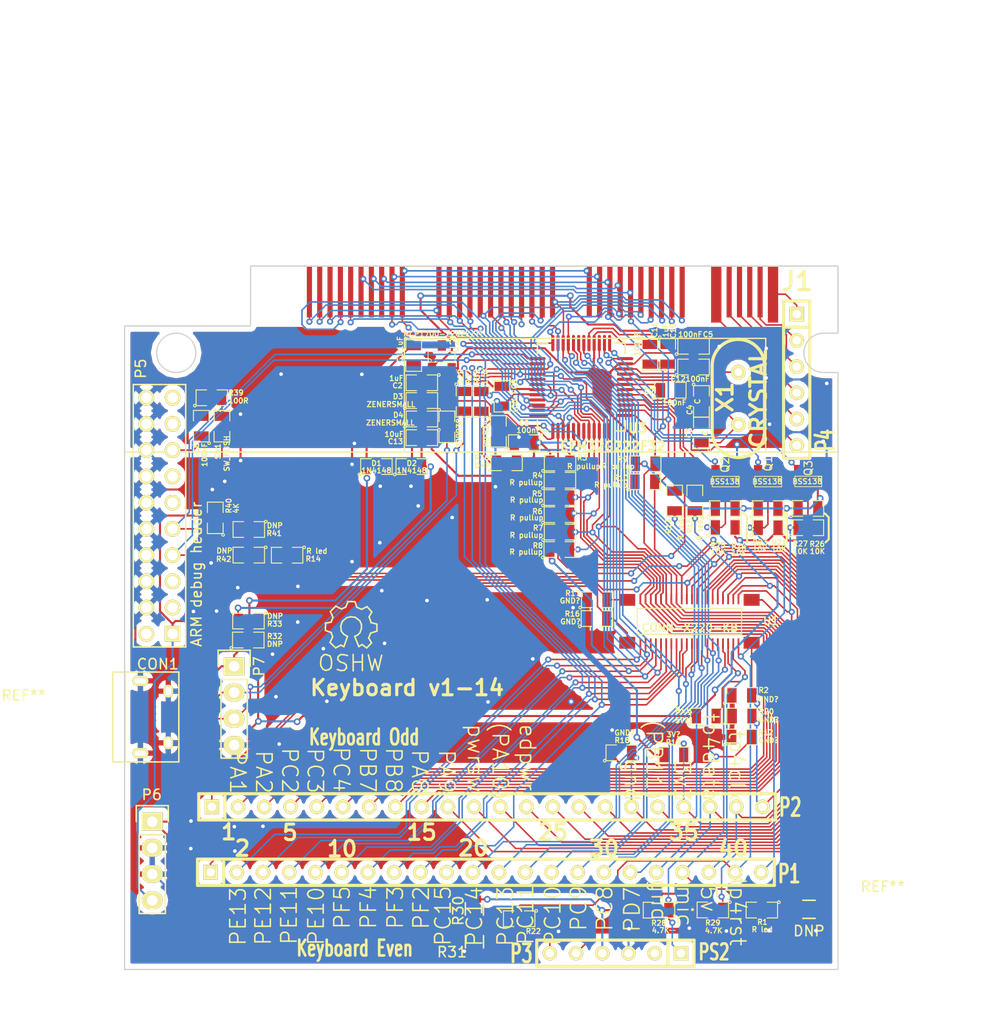
<source format=kicad_pcb>
(kicad_pcb (version 4) (host pcbnew 0.201503240816+5533~22~ubuntu15.04.1-product)
  (layers (0 F.Cu signal) (31 B.Cu signal) (34 B.Paste user hide) (35 F.Paste user hide) (36 B.SilkS user) (37 F.SilkS user) (38 B.Mask user hide) (39 F.Mask user hide) (44 Edge.Cuts user))
  (net 0 "")
  (net 1 +5V)
  (net 2 /keyboard-efm32/#RESET)
  (net 3 /keyboard-efm32/SWCLK)
  (net 4 /keyboard-efm32/SWDIO)
  (net 5 /keyboard-efm32/USB_DM)
  (net 6 /keyboard-efm32/USB_DP)
  (net 7 /keyboard-efm32/USB_SENSE)
  (net 8 /keyboard-efm32/ps2_clk)
  (net 9 /keyboard-efm32/ps2_data)
  (net 10 /keyboard-efm32/ps2_reset)
  (net 11 /keyboard-power/VBUS)
  (net 12 GND)
  (net 13 col1)
  (net 14 col10)
  (net 15 col11)
  (net 16 col12)
  (net 17 col13)
  (net 18 col14)
  (net 19 col15)
  (net 20 col16)
  (net 21 col2)
  (net 22 col3)
  (net 23 col4)
  (net 24 col5)
  (net 25 col6)
  (net 26 col7)
  (net 27 col8)
  (net 28 col9)
  (net 29 hotkey)
  (net 30 kbdid0)
  (net 31 kbdid1)
  (net 32 kbdid2)
  (net 33 led_mute)
  (net 34 ledcpslock)
  (net 35 ledpwr)
  (net 36 pwrswitch)
  (net 37 row1)
  (net 38 row2)
  (net 39 row3)
  (net 40 row4)
  (net 41 row5)
  (net 42 row6)
  (net 43 row7)
  (net 44 row8)
  (net 45 tp4_clk)
  (net 46 tp4_reset)
  (net 47 tp4data)
  (net 48 "Net-(C3-Pad1)")
  (net 49 "Net-(C4-Pad1)")
  (net 50 "Net-(C10-Pad1)")
  (net 51 "Net-(CON1-Pad2)")
  (net 52 "Net-(CON1-Pad3)")
  (net 53 "Net-(CON1-Pad4)")
  (net 54 "Net-(D1-Pad2)")
  (net 55 +3V3)
  (net 56 "Net-(J1-Pad4)")
  (net 57 "Net-(J1-Pad5)")
  (net 58 "Net-(J1-Pad3)")
  (net 59 "Net-(J1-Pad6)")
  (net 60 "Net-(J1-Pad1)")
  (net 61 "Net-(J1-Pad2)")
  (net 62 "Net-(P1-Pad1)")
  (net 63 "Net-(P1-Pad18)")
  (net 64 "Net-(P1-Pad19)")
  (net 65 "Net-(P1-Pad20)")
  (net 66 "Net-(P1-Pad22)")
  (net 67 "Net-(P2-Pad1)")
  (net 68 "Net-(P2-Pad12)")
  (net 69 "Net-(P2-Pad13)")
  (net 70 "Net-(P2-Pad17)")
  (net 71 "Net-(P2-Pad18)")
  (net 72 "Net-(P2-Pad19)")
  (net 73 "Net-(P2-Pad22)")
  (net 74 "Net-(P3-Pad2)")
  (net 75 "Net-(P3-Pad6)")
  (net 76 "Net-(P5-Pad2)")
  (net 77 "Net-(P5-Pad3)")
  (net 78 "Net-(P5-Pad5)")
  (net 79 "Net-(P5-Pad11)")
  (net 80 "Net-(P5-Pad13)")
  (net 81 "Net-(P5-Pad17)")
  (net 82 "Net-(P5-Pad19)")
  (net 83 "Net-(R34-Pad2)")
  (net 84 "Net-(R39-Pad2)")
  (net 85 ledmicmute)
  (module conn-palm-fold-kb (layer F.Cu) (at 165.58 53.14)
    (fp_text reference J1 (at 29.55 -8.66) (layer F.SilkS) (effects (font (size 1.778 1.778) (thickness 0.3048))))
    (fp_text value CONN-PALM-FOLD-KB hide)
    (pad 17 smd rect (at 5.87 -7.66572) (size 0.5 5) (layers F.Cu F.Paste F.Mask) (net 13 col1))
    (pad 18 smd rect (at 4.87 -7.66572) (size 0.5 5) (layers F.Cu F.Paste F.Mask) (net 23 col4))
    (pad 24 smd rect (at -1.13 -7.66572) (size 0.5 5) (layers F.Cu F.Paste F.Mask) (net 24 col5))
    (pad 25 smd rect (at -2.13 -7.66572) (size 0.5 5) (layers F.Cu F.Paste F.Mask) (net 26 col7))
    (pad 26 smd rect (at -3.13 -7.66572) (size 0.5 5) (layers F.Cu F.Paste F.Mask) (net 27 col8))
    (pad 28 smd rect (at -5.13 -7.66572) (size 0.5 5) (layers F.Cu F.Paste F.Mask) (net 14 col10))
    (pad 27 smd rect (at -4.13 -7.66572) (size 0.5 5) (layers F.Cu F.Paste F.Mask) (net 28 col9))
    (pad 22 smd rect (at 0.87 -7.66572) (size 0.5 5) (layers F.Cu F.Paste F.Mask) (net 39 row3))
    (pad 23 smd rect (at -0.13 -7.66572) (size 0.5 5) (layers F.Cu F.Paste F.Mask) (net 40 row4))
    (pad 21 smd rect (at 1.87 -7.66572) (size 0.5 5) (layers F.Cu F.Paste F.Mask) (net 38 row2))
    (pad 20 smd rect (at 2.87 -7.66572) (size 0.5 5) (layers F.Cu F.Paste F.Mask) (net 37 row1))
    (pad 19 smd rect (at 3.87 -7.66572) (size 0.5 5) (layers F.Cu F.Paste F.Mask) (net 25 col6))
    (pad 38 smd rect (at -17.68 -7.66572) (size 0.5 5) (layers F.Cu F.Paste F.Mask) (net 26 col7))
    (pad 29 smd rect (at -8.68 -7.66572) (size 0.5 5) (layers F.Cu F.Paste F.Mask) (net 41 row5))
    (pad 30 smd rect (at -9.68 -7.66572) (size 0.5 5) (layers F.Cu F.Paste F.Mask) (net 42 row6))
    (pad 32 smd rect (at -11.68 -7.66572) (size 0.5 5) (layers F.Cu F.Paste F.Mask) (net 16 col12))
    (pad 31 smd rect (at -10.68 -7.66572) (size 0.5 5) (layers F.Cu F.Paste F.Mask) (net 43 row7))
    (pad 36 smd rect (at -15.68 -7.66572) (size 0.5 5) (layers F.Cu F.Paste F.Mask) (net 27 col8))
    (pad 37 smd rect (at -16.68 -7.66572) (size 0.5 5) (layers F.Cu F.Paste F.Mask) (net 14 col10))
    (pad 35 smd rect (at -14.68 -7.66572) (size 0.5 5) (layers F.Cu F.Paste F.Mask) (net 22 col3))
    (pad 34 smd rect (at -13.68 -7.66572) (size 0.5 5) (layers F.Cu F.Paste F.Mask) (net 28 col9))
    (pad 33 smd rect (at -12.68 -7.66572) (size 0.5 5) (layers F.Cu F.Paste F.Mask) (net 44 row8))
    (pad 12 smd rect (at 13.42644 -7.66572) (size 0.5 5) (layers F.Cu F.Paste F.Mask) (net 44 row8))
    (pad 13 smd rect (at 12.42568 -7.66572) (size 0.5 5) (layers F.Cu F.Paste F.Mask) (net 16 col12))
    (pad 14 smd rect (at 11.42492 -7.66572) (size 0.5 5) (layers F.Cu F.Paste F.Mask) (net 43 row7))
    (pad 16 smd rect (at 9.42848 -7.66572) (size 0.5 5) (layers F.Cu F.Paste F.Mask) (net 41 row5))
    (pad 15 smd rect (at 10.42924 -7.66572) (size 0.5 5) (layers F.Cu F.Paste F.Mask) (net 42 row6))
    (pad 10 smd rect (at 15.42796 -7.66572) (size 0.5 5) (layers F.Cu F.Paste F.Mask) (net 21 col2))
    (pad 11 smd rect (at 14.4272 -7.66572) (size 0.5 5) (layers F.Cu F.Paste F.Mask) (net 15 col11))
    (pad 9 smd rect (at 16.42364 -7.66572) (size 0.5 5) (layers F.Cu F.Paste F.Mask) (net 25 col6))
    (pad 8 smd rect (at 17.4244 -7.66572) (size 0.5 5) (layers F.Cu F.Paste F.Mask) (net 24 col5))
    (pad 7 smd rect (at 18.42516 -7.66572) (size 0.5 5) (layers F.Cu F.Paste F.Mask) (net 13 col1))
    (pad 4 smd rect (at 23.9776 -7.66572) (size 0.5 5) (layers F.Cu F.Paste F.Mask) (net 56 "Net-(J1-Pad4)"))
    (pad 5 smd rect (at 22.97684 -7.66572) (size 0.5 5) (layers F.Cu F.Paste F.Mask) (net 57 "Net-(J1-Pad5)"))
    (pad 3 smd rect (at 24.97328 -7.66572) (size 0.5 5) (layers F.Cu F.Paste F.Mask) (net 58 "Net-(J1-Pad3)"))
    (pad 6 smd rect (at 21.72716 -7.4168) (size 1 5.5) (layers F.Cu F.Paste F.Mask) (net 59 "Net-(J1-Pad6)"))
    (pad 1 smd rect (at 27.225 -7.4168) (size 1 5.5) (layers F.Cu F.Paste F.Mask) (net 60 "Net-(J1-Pad1)"))
    (pad 2 smd rect (at 25.97404 -7.66572) (size 0.5 5) (layers F.Cu F.Paste F.Mask) (net 61 "Net-(J1-Pad2)"))
  )
  (module SM0805 (layer F.Cu) (at 168.2175 106.18 180)
    (fp_text reference R22 (at -1.3725 -1.21 180) (layer F.SilkS) (effects (font (size 0.50038 0.50038) (thickness 0.10922))))
    (fp_text value R0)
    (pad 1 smd rect (at -0.9525 0 180) (size 0.889 1.397) (layers F.Cu F.Paste F.Mask) (net 75 "Net-(P3-Pad6)"))
    (pad 2 smd rect (at 0.9525 0 180) (size 0.889 1.397) (layers F.Cu F.Paste F.Mask) (net 46 tp4_reset))
  )
  (module SIL-26 (layer F.Cu) (at 170.2 95.35)
    (fp_text reference P2 (at 24.27 0.05 180) (layer F.SilkS) (effects (font (size 1.72974 1.08712) (thickness 0.27178))))
    (fp_text value "Keyboard Odd" (at -16.99 -6.75 180) (layer F.SilkS) (effects (font (size 1.524 1.016) (thickness 0.254))))
    (pad 1 thru_hole rect (at -31.75 0) (size 1.397 1.397) (drill 0.8128) (layers *.Cu *.Mask F.SilkS) (net 67 "Net-(P2-Pad1)"))
    (pad 2 thru_hole circle (at -29.21 0) (size 1.397 1.397) (drill 0.8128) (layers *.Cu *.Mask F.SilkS) (net 29 hotkey))
    (pad 3 thru_hole circle (at -26.67 0) (size 1.397 1.397) (drill 0.8128) (layers *.Cu *.Mask F.SilkS) (net 42 row6))
    (pad 4 thru_hole circle (at -24.13 0) (size 1.397 1.397) (drill 0.8128) (layers *.Cu *.Mask F.SilkS) (net 37 row1))
    (pad 5 thru_hole circle (at -21.59 0) (size 1.397 1.397) (drill 0.8128) (layers *.Cu *.Mask F.SilkS) (net 40 row4))
    (pad 6 thru_hole circle (at -19.05 0) (size 1.397 1.397) (drill 0.8128) (layers *.Cu *.Mask F.SilkS) (net 39 row3))
    (pad 7 thru_hole circle (at -16.51 0) (size 1.397 1.397) (drill 0.8128) (layers *.Cu *.Mask F.SilkS) (net 41 row5))
    (pad 8 thru_hole circle (at -13.97 0) (size 1.397 1.397) (drill 0.8128) (layers *.Cu *.Mask F.SilkS) (net 38 row2))
    (pad 9 thru_hole circle (at -11.43 0) (size 1.397 1.397) (drill 0.8128) (layers *.Cu *.Mask F.SilkS) (net 43 row7))
    (pad 10 thru_hole circle (at -8.89 0) (size 1.397 1.397) (drill 0.8128) (layers *.Cu *.Mask F.SilkS) (net 44 row8))
    (pad 11 thru_hole circle (at -6.35 0) (size 1.397 1.397) (drill 0.8128) (layers *.Cu *.Mask F.SilkS) (net 36 pwrswitch))
    (pad 12 thru_hole circle (at -3.81 0) (size 1.397 1.397) (drill 0.8128) (layers *.Cu *.Mask F.SilkS) (net 68 "Net-(P2-Pad12)"))
    (pad 13 thru_hole circle (at -1.27 0) (size 1.397 1.397) (drill 0.8128) (layers *.Cu *.Mask F.SilkS) (net 69 "Net-(P2-Pad13)"))
    (pad 14 thru_hole circle (at 1.27 0) (size 1.397 1.397) (drill 0.8128) (layers *.Cu *.Mask F.SilkS) (net 30 kbdid0))
    (pad 15 thru_hole circle (at 3.81 0) (size 1.397 1.397) (drill 0.8128) (layers *.Cu *.Mask F.SilkS) (net 31 kbdid1))
    (pad 16 thru_hole circle (at 6.35 0) (size 1.397 1.397) (drill 0.8128) (layers *.Cu *.Mask F.SilkS) (net 32 kbdid2))
    (pad 17 thru_hole circle (at 8.89 0) (size 1.397 1.397) (drill 0.8128) (layers *.Cu *.Mask F.SilkS) (net 70 "Net-(P2-Pad17)"))
    (pad 18 thru_hole circle (at 11.43 0) (size 1.397 1.397) (drill 0.8128) (layers *.Cu *.Mask F.SilkS) (net 71 "Net-(P2-Pad18)"))
    (pad 19 thru_hole circle (at 13.97 0) (size 1.397 1.397) (drill 0.8128) (layers *.Cu *.Mask F.SilkS) (net 72 "Net-(P2-Pad19)"))
    (pad 20 thru_hole circle (at 16.51 0) (size 1.397 1.397) (drill 0.8128) (layers *.Cu *.Mask F.SilkS) (net 47 tp4data))
    (pad 21 thru_hole circle (at 19.05 0) (size 1.397 1.397) (drill 0.8128) (layers *.Cu *.Mask F.SilkS) (net 45 tp4_clk))
    (pad 22 thru_hole circle (at 21.59 0) (size 1.397 1.397) (drill 0.8128) (layers *.Cu *.Mask F.SilkS) (net 73 "Net-(P2-Pad22)"))
  )
  (module SIL-26 (layer F.Cu) (at 170.08 101.68)
    (fp_text reference P1 (at 24.29 0.16 180) (layer F.SilkS) (effects (font (size 1.72974 1.08712) (thickness 0.27178))))
    (fp_text value "Keyboard Even" (at -17.79 7.36 180) (layer F.SilkS) (effects (font (size 1.524 1.016) (thickness 0.254))))
    (pad 1 thru_hole rect (at -31.75 0) (size 1.397 1.397) (drill 0.8128) (layers *.Cu *.Mask F.SilkS) (net 62 "Net-(P1-Pad1)"))
    (pad 2 thru_hole circle (at -29.21 0) (size 1.397 1.397) (drill 0.8128) (layers *.Cu *.Mask F.SilkS) (net 24 col5))
    (pad 3 thru_hole circle (at -26.67 0) (size 1.397 1.397) (drill 0.8128) (layers *.Cu *.Mask F.SilkS) (net 25 col6))
    (pad 4 thru_hole circle (at -24.13 0) (size 1.397 1.397) (drill 0.8128) (layers *.Cu *.Mask F.SilkS) (net 28 col9))
    (pad 5 thru_hole circle (at -21.59 0) (size 1.397 1.397) (drill 0.8128) (layers *.Cu *.Mask F.SilkS) (net 26 col7))
    (pad 6 thru_hole circle (at -19.05 0) (size 1.397 1.397) (drill 0.8128) (layers *.Cu *.Mask F.SilkS) (net 23 col4))
    (pad 7 thru_hole circle (at -16.51 0) (size 1.397 1.397) (drill 0.8128) (layers *.Cu *.Mask F.SilkS) (net 27 col8))
    (pad 8 thru_hole circle (at -13.97 0) (size 1.397 1.397) (drill 0.8128) (layers *.Cu *.Mask F.SilkS) (net 22 col3))
    (pad 9 thru_hole circle (at -11.43 0) (size 1.397 1.397) (drill 0.8128) (layers *.Cu *.Mask F.SilkS) (net 15 col11))
    (pad 10 thru_hole circle (at -8.89 0) (size 1.397 1.397) (drill 0.8128) (layers *.Cu *.Mask F.SilkS) (net 21 col2))
    (pad 11 thru_hole circle (at -6.35 0) (size 1.397 1.397) (drill 0.8128) (layers *.Cu *.Mask F.SilkS) (net 14 col10))
    (pad 12 thru_hole circle (at -3.81 0) (size 1.397 1.397) (drill 0.8128) (layers *.Cu *.Mask F.SilkS) (net 13 col1))
    (pad 13 thru_hole circle (at -1.27 0) (size 1.397 1.397) (drill 0.8128) (layers *.Cu *.Mask F.SilkS) (net 16 col12))
    (pad 14 thru_hole circle (at 1.27 0) (size 1.397 1.397) (drill 0.8128) (layers *.Cu *.Mask F.SilkS) (net 19 col15))
    (pad 15 thru_hole circle (at 3.81 0) (size 1.397 1.397) (drill 0.8128) (layers *.Cu *.Mask F.SilkS) (net 17 col13))
    (pad 16 thru_hole circle (at 6.35 0) (size 1.397 1.397) (drill 0.8128) (layers *.Cu *.Mask F.SilkS) (net 20 col16))
    (pad 17 thru_hole circle (at 8.89 0) (size 1.397 1.397) (drill 0.8128) (layers *.Cu *.Mask F.SilkS) (net 18 col14))
    (pad 18 thru_hole circle (at 11.43 0) (size 1.397 1.397) (drill 0.8128) (layers *.Cu *.Mask F.SilkS) (net 63 "Net-(P1-Pad18)"))
    (pad 19 thru_hole circle (at 13.97 0) (size 1.397 1.397) (drill 0.8128) (layers *.Cu *.Mask F.SilkS) (net 64 "Net-(P1-Pad19)"))
    (pad 20 thru_hole circle (at 16.51 0) (size 1.397 1.397) (drill 0.8128) (layers *.Cu *.Mask F.SilkS) (net 65 "Net-(P1-Pad20)"))
    (pad 21 thru_hole circle (at 19.05 0) (size 1.397 1.397) (drill 0.8128) (layers *.Cu *.Mask F.SilkS) (net 46 tp4_reset))
    (pad 22 thru_hole circle (at 21.59 0) (size 1.397 1.397) (drill 0.8128) (layers *.Cu *.Mask F.SilkS) (net 66 "Net-(P1-Pad22)"))
  )
  (module SM0805 (layer F.Cu) (at 138.4475 55.75)
    (fp_text reference R39 (at 2.3375 -0.48) (layer F.SilkS) (effects (font (size 0.50038 0.50038) (thickness 0.10922))))
    (fp_text value 100R (at 2.5775 0.29) (layer F.SilkS) (effects (font (size 0.50038 0.50038) (thickness 0.10922))))
    (pad 1 smd rect (at -0.9525 0) (size 0.889 1.397) (layers F.Cu F.Paste F.Mask) (net 12 GND))
    (pad 2 smd rect (at 0.9525 0) (size 0.889 1.397) (layers F.Cu F.Paste F.Mask) (net 84 "Net-(R39-Pad2)"))
  )
  (module SM0805 (layer F.Cu) (at 162.88 56.0925 270)
    (fp_text reference R37 (at -2.3825 -0.45 270) (layer F.SilkS) (effects (font (size 0.50038 0.50038) (thickness 0.10922))))
    (fp_text value 22R (at -2.4125 0.31 270) (layer F.SilkS) (effects (font (size 0.50038 0.50038) (thickness 0.10922))))
    (pad 1 smd rect (at -0.9525 0 270) (size 0.889 1.397) (layers F.Cu F.Paste F.Mask) (net 5 /keyboard-efm32/USB_DM))
    (pad 2 smd rect (at 0.9525 0 270) (size 0.889 1.397) (layers F.Cu F.Paste F.Mask) (net 51 "Net-(CON1-Pad2)"))
  )
  (module EFM32_TQFP48 (layer F.Cu) (at 174.23 54.71)
    (fp_text reference U3 (at 5.46 3.99) (layer F.SilkS) (effects (font (size 0.889 0.889) (thickness 0.3048))))
    (fp_text value EFM32G222F32 (at 3.04 5.75 180) (layer F.SilkS) (effects (font (size 0.889 0.889) (thickness 0.22225))))
    (pad 1 smd oval (at -2.75 4.25) (size 0.3 1.6) (layers F.Cu F.Paste F.Mask) (net 7 /keyboard-efm32/USB_SENSE))
    (pad 2 smd oval (at -2.25 4.25) (size 0.3 1.6) (layers F.Cu F.Paste F.Mask) (net 29 hotkey))
    (pad 3 smd oval (at -1.75 4.25) (size 0.3 1.6) (layers F.Cu F.Paste F.Mask) (net 42 row6))
    (pad 4 smd oval (at -1.25 4.25) (size 0.3 1.6) (layers F.Cu F.Paste F.Mask) (net 55 +3V3))
    (pad 5 smd oval (at -0.75 4.25) (size 0.3 1.6) (layers F.Cu F.Paste F.Mask) (net 12 GND))
    (pad 6 smd oval (at -0.25 4.25) (size 0.3 1.6) (layers F.Cu F.Paste F.Mask) (net 5 /keyboard-efm32/USB_DM))
    (pad 7 smd oval (at 0.25 4.25) (size 0.3 1.6) (layers F.Cu F.Paste F.Mask) (net 6 /keyboard-efm32/USB_DP))
    (pad 8 smd oval (at 0.75 4.25) (size 0.3 1.6) (layers F.Cu F.Paste F.Mask) (net 37 row1))
    (pad 9 smd oval (at 1.25 4.25) (size 0.3 1.6) (layers F.Cu F.Paste F.Mask) (net 40 row4))
    (pad 10 smd oval (at 1.75 4.25) (size 0.3 1.6) (layers F.Cu F.Paste F.Mask) (net 39 row3))
    (pad 11 smd oval (at 2.25 4.25) (size 0.3 1.6) (layers F.Cu F.Paste F.Mask) (net 41 row5))
    (pad 12 smd oval (at 2.75 4.25) (size 0.3 1.6) (layers F.Cu F.Paste F.Mask) (net 38 row2))
    (pad 13 smd oval (at 4.25 2.75 270) (size 0.3 1.6) (layers F.Cu F.Paste F.Mask) (net 43 row7))
    (pad 14 smd oval (at 4.25 2.25 270) (size 0.3 1.6) (layers F.Cu F.Paste F.Mask) (net 44 row8))
    (pad 15 smd oval (at 4.25 1.75 270) (size 0.3 1.6) (layers F.Cu F.Paste F.Mask) (net 34 ledcpslock))
    (pad 16 smd oval (at 4.25 1.25 270) (size 0.3 1.6) (layers F.Cu F.Paste F.Mask) (net 2 /keyboard-efm32/#RESET))
    (pad 17 smd oval (at 4.25 0.75 270) (size 0.3 1.6) (layers F.Cu F.Paste F.Mask) (net 33 led_mute))
    (pad 18 smd oval (at 4.25 0.25 270) (size 0.3 1.6) (layers F.Cu F.Paste F.Mask) (net 12 GND))
    (pad 19 smd oval (at 4.25 -0.25 270) (size 0.3 1.6) (layers F.Cu F.Paste F.Mask) (net 55 +3V3))
    (pad 20 smd oval (at 4.25 -0.75 270) (size 0.3 1.6) (layers F.Cu F.Paste F.Mask) (net 48 "Net-(C3-Pad1)"))
    (pad 21 smd oval (at 4.25 -1.25 270) (size 0.3 1.6) (layers F.Cu F.Paste F.Mask) (net 49 "Net-(C4-Pad1)"))
    (pad 22 smd oval (at 4.25 -1.75 270) (size 0.3 1.6) (layers F.Cu F.Paste F.Mask) (net 55 +3V3))
    (pad 23 smd oval (at 4.25 -2.25 270) (size 0.3 1.6) (layers F.Cu F.Paste F.Mask) (net 55 +3V3))
    (pad 24 smd oval (at 4.25 -2.75 270) (size 0.3 1.6) (layers F.Cu F.Paste F.Mask) (net 9 /keyboard-efm32/ps2_data))
    (pad 25 smd oval (at 2.75 -4.25 180) (size 0.3 1.6) (layers F.Cu F.Paste F.Mask) (net 8 /keyboard-efm32/ps2_clk))
    (pad 26 smd oval (at 2.25 -4.25 180) (size 0.3 1.6) (layers F.Cu F.Paste F.Mask) (net 10 /keyboard-efm32/ps2_reset))
    (pad 27 smd oval (at 1.75 -4.25 180) (size 0.3 1.6) (layers F.Cu F.Paste F.Mask) (net 18 col14))
    (pad 28 smd oval (at 1.25 -4.25 180) (size 0.3 1.6) (layers F.Cu F.Paste F.Mask) (net 55 +3V3))
    (pad 29 smd oval (at 0.75 -4.25 180) (size 0.3 1.6) (layers F.Cu F.Paste F.Mask) (net 50 "Net-(C10-Pad1)"))
    (pad 30 smd oval (at 0.25 -4.25 180) (size 0.3 1.6) (layers F.Cu F.Paste F.Mask) (net 20 col16))
    (pad 31 smd oval (at -0.25 -4.25 180) (size 0.3 1.6) (layers F.Cu F.Paste F.Mask) (net 17 col13))
    (pad 32 smd oval (at -0.75 -4.25 180) (size 0.3 1.6) (layers F.Cu F.Paste F.Mask) (net 19 col15))
    (pad 33 smd oval (at -1.25 -4.25 180) (size 0.3 1.6) (layers F.Cu F.Paste F.Mask) (net 16 col12))
    (pad 34 smd oval (at -1.75 -4.25 180) (size 0.3 1.6) (layers F.Cu F.Paste F.Mask) (net 13 col1))
    (pad 35 smd oval (at -2.25 -4.25 180) (size 0.3 1.6) (layers F.Cu F.Paste F.Mask) (net 14 col10))
    (pad 36 smd oval (at -2.75 -4.25 180) (size 0.3 1.6) (layers F.Cu F.Paste F.Mask) (net 21 col2))
    (pad 37 smd oval (at -4.25 -2.75 90) (size 0.3 1.6) (layers F.Cu F.Paste F.Mask) (net 3 /keyboard-efm32/SWCLK))
    (pad 38 smd oval (at -4.25 -2.25 90) (size 0.3 1.6) (layers F.Cu F.Paste F.Mask) (net 4 /keyboard-efm32/SWDIO))
    (pad 39 smd oval (at -4.25 -1.75 90) (size 0.3 1.6) (layers F.Cu F.Paste F.Mask) (net 15 col11))
    (pad 40 smd oval (at -4.25 -1.25 90) (size 0.3 1.6) (layers F.Cu F.Paste F.Mask) (net 22 col3))
    (pad 41 smd oval (at -4.25 -0.75 90) (size 0.3 1.6) (layers F.Cu F.Paste F.Mask) (net 27 col8))
    (pad 42 smd oval (at -4.25 -0.25 90) (size 0.3 1.6) (layers F.Cu F.Paste F.Mask) (net 23 col4))
    (pad 43 smd oval (at -4.25 0.25 90) (size 0.3 1.6) (layers F.Cu F.Paste F.Mask) (net 55 +3V3))
    (pad 44 smd oval (at -4.25 0.75 90) (size 0.3 1.6) (layers F.Cu F.Paste F.Mask) (net 12 GND))
    (pad 45 smd oval (at -4.25 1.25 90) (size 0.3 1.6) (layers F.Cu F.Paste F.Mask) (net 26 col7))
    (pad 46 smd oval (at -4.25 1.75 90) (size 0.3 1.6) (layers F.Cu F.Paste F.Mask) (net 28 col9))
    (pad 47 smd oval (at -4.25 2.25 90) (size 0.3 1.6) (layers F.Cu F.Paste F.Mask) (net 25 col6))
    (pad 48 smd oval (at -4.25 2.75 90) (size 0.3 1.6) (layers F.Cu F.Paste F.Mask) (net 24 col5))
  )
  (module AA01B-S040VA1 (layer F.Cu) (at 179.95874 79.78914)
    (fp_text reference U1 (at 12.64126 -2.42914) (layer F.SilkS) (effects (font (size 0.7493 0.7493) (thickness 0.14986))))
    (fp_text value CONN-X220-KB (at 4.79126 -1.78914) (layer F.SilkS) (effects (font (size 0.7493 0.7493) (thickness 0.14986))))
    (pad 43 smd rect (at 10.77468 -4.47548) (size 1.5494 1.15062) (layers F.Cu F.Paste F.Mask) (net 73 "Net-(P2-Pad22)"))
    (pad 44 smd rect (at 10.77468 -0.32512) (size 1.5494 1.15062) (layers F.Cu F.Paste F.Mask) (net 66 "Net-(P1-Pad22)"))
    (pad 3 smd rect (at 0.50038 -4.54914) (size 0.17018 1.00076) (layers F.Cu F.Paste F.Mask) (net 42 row6))
    (pad 1 smd rect (at 0 -4.54914) (size 0.17018 1.00076) (layers F.Cu F.Paste F.Mask) (net 29 hotkey))
    (pad 5 smd rect (at 1.00076 -4.54914) (size 0.17018 1.00076) (layers F.Cu F.Paste F.Mask) (net 37 row1))
    (pad 7 smd rect (at 1.50114 -4.54914) (size 0.17018 1.00076) (layers F.Cu F.Paste F.Mask) (net 40 row4))
    (pad 15 smd rect (at 3.50012 -4.54914) (size 0.17018 1.00076) (layers F.Cu F.Paste F.Mask) (net 43 row7))
    (pad 13 smd rect (at 2.99974 -4.54914) (size 0.17018 1.00076) (layers F.Cu F.Paste F.Mask) (net 38 row2))
    (pad 9 smd rect (at 1.99898 -4.54914) (size 0.17018 1.00076) (layers F.Cu F.Paste F.Mask) (net 39 row3))
    (pad 11 smd rect (at 2.49936 -4.54914) (size 0.17018 1.00076) (layers F.Cu F.Paste F.Mask) (net 41 row5))
    (pad 17 smd rect (at 4.0005 -4.54914) (size 0.17018 1.00076) (layers F.Cu F.Paste F.Mask) (net 44 row8))
    (pad 19 smd rect (at 4.50088 -4.54914) (size 0.17018 1.00076) (layers F.Cu F.Paste F.Mask) (net 36 pwrswitch))
    (pad 39 smd rect (at 9.4996 -4.54914) (size 0.17018 1.00076) (layers F.Cu F.Paste F.Mask) (net 45 tp4_clk))
    (pad 37 smd rect (at 8.99922 -4.54914) (size 0.17018 1.00076) (layers F.Cu F.Paste F.Mask) (net 47 tp4data))
    (pad 31 smd rect (at 7.50062 -4.54914) (size 0.17018 1.00076) (layers F.Cu F.Paste F.Mask) (net 70 "Net-(P2-Pad17)"))
    (pad 29 smd rect (at 7.00024 -4.54914) (size 0.17018 1.00076) (layers F.Cu F.Paste F.Mask) (net 32 kbdid2))
    (pad 33 smd rect (at 8.001 -4.54914) (size 0.17018 1.00076) (layers F.Cu F.Paste F.Mask) (net 71 "Net-(P2-Pad18)"))
    (pad 35 smd rect (at 8.49884 -4.54914) (size 0.17018 1.00076) (layers F.Cu F.Paste F.Mask) (net 72 "Net-(P2-Pad19)"))
    (pad 27 smd rect (at 6.49986 -4.54914) (size 0.17018 1.00076) (layers F.Cu F.Paste F.Mask) (net 31 kbdid1))
    (pad 25 smd rect (at 5.99948 -4.54914) (size 0.17018 1.00076) (layers F.Cu F.Paste F.Mask) (net 30 kbdid0))
    (pad 21 smd rect (at 5.00126 -4.54914) (size 0.17018 1.00076) (layers F.Cu F.Paste F.Mask) (net 68 "Net-(P2-Pad12)"))
    (pad 23 smd rect (at 5.4991 -4.54914) (size 0.17018 1.00076) (layers F.Cu F.Paste F.Mask) (net 69 "Net-(P2-Pad13)"))
    (pad 41 smd rect (at -1.27508 -4.47548) (size 1.5494 1.15062) (layers F.Cu F.Paste F.Mask) (net 67 "Net-(P2-Pad1)"))
    (pad 24 smd rect (at 5.4991 -0.24892) (size 0.17018 1.00076) (layers F.Cu F.Paste F.Mask) (net 16 col12))
    (pad 22 smd rect (at 5.00126 -0.24892) (size 0.17018 1.00076) (layers F.Cu F.Paste F.Mask) (net 13 col1))
    (pad 26 smd rect (at 5.99948 -0.24892) (size 0.17018 1.00076) (layers F.Cu F.Paste F.Mask) (net 19 col15))
    (pad 28 smd rect (at 6.49986 -0.24892) (size 0.17018 1.00076) (layers F.Cu F.Paste F.Mask) (net 17 col13))
    (pad 36 smd rect (at 8.49884 -0.24892) (size 0.17018 1.00076) (layers F.Cu F.Paste F.Mask) (net 64 "Net-(P1-Pad19)"))
    (pad 34 smd rect (at 8.001 -0.24892) (size 0.17018 1.00076) (layers F.Cu F.Paste F.Mask) (net 63 "Net-(P1-Pad18)"))
    (pad 30 smd rect (at 7.00024 -0.24892) (size 0.17018 1.00076) (layers F.Cu F.Paste F.Mask) (net 20 col16))
    (pad 32 smd rect (at 7.50062 -0.24892) (size 0.17018 1.00076) (layers F.Cu F.Paste F.Mask) (net 18 col14))
    (pad 38 smd rect (at 8.99922 -0.24892) (size 0.17018 1.00076) (layers F.Cu F.Paste F.Mask) (net 65 "Net-(P1-Pad20)"))
    (pad 40 smd rect (at 9.4996 -0.24892) (size 0.17018 1.00076) (layers F.Cu F.Paste F.Mask) (net 46 tp4_reset))
    (pad 20 smd rect (at 4.50088 -0.24892) (size 0.17018 1.00076) (layers F.Cu F.Paste F.Mask) (net 14 col10))
    (pad 18 smd rect (at 4.0005 -0.24892) (size 0.17018 1.00076) (layers F.Cu F.Paste F.Mask) (net 21 col2))
    (pad 12 smd rect (at 2.49936 -0.24892) (size 0.17018 1.00076) (layers F.Cu F.Paste F.Mask) (net 27 col8))
    (pad 10 smd rect (at 1.99898 -0.24892) (size 0.17018 1.00076) (layers F.Cu F.Paste F.Mask) (net 23 col4))
    (pad 14 smd rect (at 2.99974 -0.24892) (size 0.17018 1.00076) (layers F.Cu F.Paste F.Mask) (net 22 col3))
    (pad 16 smd rect (at 3.50012 -0.24892) (size 0.17018 1.00076) (layers F.Cu F.Paste F.Mask) (net 15 col11))
    (pad 8 smd rect (at 1.50114 -0.24892) (size 0.17018 1.00076) (layers F.Cu F.Paste F.Mask) (net 26 col7))
    (pad 6 smd rect (at 1.00076 -0.24892) (size 0.17018 1.00076) (layers F.Cu F.Paste F.Mask) (net 28 col9))
    (pad 2 smd rect (at 0 -0.24892) (size 0.17018 1.00076) (layers F.Cu F.Paste F.Mask) (net 24 col5))
    (pad 4 smd rect (at 0.50038 -0.24892) (size 0.17018 1.00076) (layers F.Cu F.Paste F.Mask) (net 25 col6))
    (pad 42 smd rect (at -1.27508 -0.32512) (size 1.5494 1.15062) (layers F.Cu F.Paste F.Mask) (net 62 "Net-(P1-Pad1)"))
  )
  (module SM0805 (layer F.Cu) (at 191.7225 105.34 180)
    (fp_text reference R1 (at -0.0575 -1.16 180) (layer F.SilkS) (effects (font (size 0.50038 0.50038) (thickness 0.10922))))
    (fp_text value "R led" (at -0.0375 -1.88 180) (layer F.SilkS) (effects (font (size 0.50038 0.50038) (thickness 0.10922))))
    (pad 1 smd rect (at -0.9525 0 180) (size 0.889 1.397) (layers F.Cu F.Paste F.Mask) (net 85 ledmicmute))
    (pad 2 smd rect (at 0.9525 0 180) (size 0.889 1.397) (layers F.Cu F.Paste F.Mask) (net 64 "Net-(P1-Pad19)"))
  )
  (module SM0805 (layer F.Cu) (at 189.7825 84.56)
    (fp_text reference R2 (at 2.1075 -0.5) (layer F.SilkS) (effects (font (size 0.50038 0.50038) (thickness 0.10922))))
    (fp_text value GND? (at 2.5775 0.39) (layer F.SilkS) (effects (font (size 0.50038 0.50038) (thickness 0.10922))))
    (pad 1 smd rect (at -0.9525 0) (size 0.889 1.397) (layers F.Cu F.Paste F.Mask) (net 12 GND))
    (pad 2 smd rect (at 0.9525 0) (size 0.889 1.397) (layers F.Cu F.Paste F.Mask) (net 66 "Net-(P1-Pad22)"))
  )
  (module SM0805 (layer F.Cu) (at 189.7625 88.59)
    (fp_text reference R12 (at 2.3375 -0.44) (layer F.SilkS) (effects (font (size 0.50038 0.50038) (thickness 0.10922))))
    (fp_text value GND? (at 2.6075 0.32) (layer F.SilkS) (effects (font (size 0.50038 0.50038) (thickness 0.10922))))
    (pad 1 smd rect (at -0.9525 0) (size 0.889 1.397) (layers F.Cu F.Paste F.Mask) (net 12 GND))
    (pad 2 smd rect (at 0.9525 0) (size 0.889 1.397) (layers F.Cu F.Paste F.Mask) (net 63 "Net-(P1-Pad18)"))
  )
  (module SM0805 (layer F.Cu) (at 186.3425 86.56)
    (fp_text reference R11 (at -2.2925 -0.58) (layer F.SilkS) (effects (font (size 0.50038 0.50038) (thickness 0.10922))))
    (fp_text value 5V? (at -2.3625 0.43) (layer F.SilkS) (effects (font (size 0.50038 0.50038) (thickness 0.10922))))
    (pad 1 smd rect (at -0.9525 0) (size 0.889 1.397) (layers F.Cu F.Paste F.Mask) (net 1 +5V))
    (pad 2 smd rect (at 0.9525 0) (size 0.889 1.397) (layers F.Cu F.Paste F.Mask) (net 65 "Net-(P1-Pad20)"))
  )
  (module SM0805 (layer F.Cu) (at 180.3875 63.88)
    (fp_text reference R10 (at -2.3275 -0.37) (layer F.SilkS) (effects (font (size 0.50038 0.50038) (thickness 0.10922))))
    (fp_text value "R pullup" (at -3.2875 0.3) (layer F.SilkS) (effects (font (size 0.50038 0.50038) (thickness 0.10922))))
    (pad 1 smd rect (at -0.9525 0) (size 0.889 1.397) (layers F.Cu F.Paste F.Mask) (net 55 +3V3))
    (pad 2 smd rect (at 0.9525 0) (size 0.889 1.397) (layers F.Cu F.Paste F.Mask) (net 44 row8))
  )
  (module SM0805 (layer F.Cu) (at 183.27 65.7375 90)
    (fp_text reference R13 (at -2.4425 -0.59 90) (layer F.SilkS) (effects (font (size 0.50038 0.50038) (thickness 0.10922))))
    (fp_text value "R led" (at -2.7925 0.6 90) (layer F.SilkS) (effects (font (size 0.50038 0.50038) (thickness 0.10922))))
    (pad 1 smd rect (at -0.9525 0 90) (size 0.889 1.397) (layers F.Cu F.Paste F.Mask) (net 68 "Net-(P2-Pad12)"))
    (pad 2 smd rect (at 0.9525 0 90) (size 0.889 1.397) (layers F.Cu F.Paste F.Mask) (net 34 ledcpslock))
  )
  (module SM0805 (layer F.Cu) (at 145.7375 70.99 180)
    (fp_text reference R14 (at -2.5325 -0.35 180) (layer F.SilkS) (effects (font (size 0.50038 0.50038) (thickness 0.10922))))
    (fp_text value "R led" (at -2.8825 0.4 180) (layer F.SilkS) (effects (font (size 0.50038 0.50038) (thickness 0.10922))))
    (pad 1 smd rect (at -0.9525 0 180) (size 0.889 1.397) (layers F.Cu F.Paste F.Mask) (net 69 "Net-(P2-Pad13)"))
    (pad 2 smd rect (at 0.9525 0 180) (size 0.889 1.397) (layers F.Cu F.Paste F.Mask) (net 35 ledpwr))
  )
  (module SM0805 (layer F.Cu) (at 185.23 65.7375 90)
    (fp_text reference R15 (at -2.3825 -0.49 90) (layer F.SilkS) (effects (font (size 0.50038 0.50038) (thickness 0.10922))))
    (fp_text value "R led" (at -2.8225 0.5 90) (layer F.SilkS) (effects (font (size 0.50038 0.50038) (thickness 0.10922))))
    (pad 1 smd rect (at -0.9525 0 90) (size 0.889 1.397) (layers F.Cu F.Paste F.Mask) (net 71 "Net-(P2-Pad18)"))
    (pad 2 smd rect (at 0.9525 0 90) (size 0.889 1.397) (layers F.Cu F.Paste F.Mask) (net 33 led_mute))
  )
  (module SM0805 (layer F.Cu) (at 172.1775 62.06)
    (fp_text reference R3 (at 2.1425 -0.51) (layer F.SilkS) (effects (font (size 0.50038 0.50038) (thickness 0.10922))))
    (fp_text value "R pullup" (at 2.3025 0.33) (layer F.SilkS) (effects (font (size 0.50038 0.50038) (thickness 0.10922))))
    (pad 1 smd rect (at -0.9525 0) (size 0.889 1.397) (layers F.Cu F.Paste F.Mask) (net 55 +3V3))
    (pad 2 smd rect (at 0.9525 0) (size 0.889 1.397) (layers F.Cu F.Paste F.Mask) (net 42 row6))
  )
  (module SM0805 (layer F.Cu) (at 172.1675 63.73)
    (fp_text reference R4 (at -2.1775 -0.45) (layer F.SilkS) (effects (font (size 0.50038 0.50038) (thickness 0.10922))))
    (fp_text value "R pullup" (at -3.2775 0.22) (layer F.SilkS) (effects (font (size 0.50038 0.50038) (thickness 0.10922))))
    (pad 1 smd rect (at -0.9525 0) (size 0.889 1.397) (layers F.Cu F.Paste F.Mask) (net 55 +3V3))
    (pad 2 smd rect (at 0.9525 0) (size 0.889 1.397) (layers F.Cu F.Paste F.Mask) (net 37 row1))
  )
  (module SM0805 (layer F.Cu) (at 172.1675 65.41)
    (fp_text reference R5 (at -2.2075 -0.37) (layer F.SilkS) (effects (font (size 0.50038 0.50038) (thickness 0.10922))))
    (fp_text value "R pullup" (at -3.2275 0.23) (layer F.SilkS) (effects (font (size 0.50038 0.50038) (thickness 0.10922))))
    (pad 1 smd rect (at -0.9525 0) (size 0.889 1.397) (layers F.Cu F.Paste F.Mask) (net 55 +3V3))
    (pad 2 smd rect (at 0.9525 0) (size 0.889 1.397) (layers F.Cu F.Paste F.Mask) (net 40 row4))
  )
  (module SM0805 (layer F.Cu) (at 172.1675 67.07)
    (fp_text reference R6 (at -2.1775 -0.32) (layer F.SilkS) (effects (font (size 0.50038 0.50038) (thickness 0.10922))))
    (fp_text value "R pullup" (at -3.2175 0.29) (layer F.SilkS) (effects (font (size 0.50038 0.50038) (thickness 0.10922))))
    (pad 1 smd rect (at -0.9525 0) (size 0.889 1.397) (layers F.Cu F.Paste F.Mask) (net 55 +3V3))
    (pad 2 smd rect (at 0.9525 0) (size 0.889 1.397) (layers F.Cu F.Paste F.Mask) (net 39 row3))
  )
  (module SM0805 (layer F.Cu) (at 172.1775 68.75)
    (fp_text reference R7 (at -2.1275 -0.4) (layer F.SilkS) (effects (font (size 0.50038 0.50038) (thickness 0.10922))))
    (fp_text value "R pullup" (at -3.2575 0.3) (layer F.SilkS) (effects (font (size 0.50038 0.50038) (thickness 0.10922))))
    (pad 1 smd rect (at -0.9525 0) (size 0.889 1.397) (layers F.Cu F.Paste F.Mask) (net 55 +3V3))
    (pad 2 smd rect (at 0.9525 0) (size 0.889 1.397) (layers F.Cu F.Paste F.Mask) (net 41 row5))
  )
  (module SM0805 (layer F.Cu) (at 172.1475 70.44)
    (fp_text reference R8 (at -2.1175 -0.38) (layer F.SilkS) (effects (font (size 0.50038 0.50038) (thickness 0.10922))))
    (fp_text value "R pullup" (at -3.2575 0.23) (layer F.SilkS) (effects (font (size 0.50038 0.50038) (thickness 0.10922))))
    (pad 1 smd rect (at -0.9525 0) (size 0.889 1.397) (layers F.Cu F.Paste F.Mask) (net 55 +3V3))
    (pad 2 smd rect (at 0.9525 0) (size 0.889 1.397) (layers F.Cu F.Paste F.Mask) (net 38 row2))
  )
  (module SM0805 (layer F.Cu) (at 180.4275 62.14)
    (fp_text reference R9 (at -2.1775 -0.45) (layer F.SilkS) (effects (font (size 0.50038 0.50038) (thickness 0.10922))))
    (fp_text value "R pullup" (at -2.6375 0.25) (layer F.SilkS) (effects (font (size 0.50038 0.50038) (thickness 0.10922))))
    (pad 1 smd rect (at -0.9525 0) (size 0.889 1.397) (layers F.Cu F.Paste F.Mask) (net 55 +3V3))
    (pad 2 smd rect (at 0.9525 0) (size 0.889 1.397) (layers F.Cu F.Paste F.Mask) (net 43 row7))
  )
  (module SM0805 (layer F.Cu) (at 168.7 60.1 180)
    (fp_text reference C8 (at 0.01 1.88 180) (layer F.SilkS) (effects (font (size 0.50038 0.50038) (thickness 0.10922))))
    (fp_text value 100nF (at -0.42 1.2 180) (layer F.SilkS) (effects (font (size 0.50038 0.50038) (thickness 0.10922))))
    (pad 1 smd rect (at -0.9525 0 180) (size 0.889 1.397) (layers F.Cu F.Paste F.Mask) (net 55 +3V3))
    (pad 2 smd rect (at 0.9525 0 180) (size 0.889 1.397) (layers F.Cu F.Paste F.Mask) (net 12 GND))
  )
  (module SM0805 (layer F.Cu) (at 158.7925 56.02)
    (fp_text reference D3 (at -2.3125 -0.39) (layer F.SilkS) (effects (font (size 0.50038 0.50038) (thickness 0.10922))))
    (fp_text value ZENERSMALL (at -2.9925 0.37) (layer F.SilkS) (effects (font (size 0.50038 0.50038) (thickness 0.10922))))
    (pad 1 smd rect (at -0.9525 0) (size 0.889 1.397) (layers F.Cu F.Paste F.Mask) (net 12 GND))
    (pad 2 smd rect (at 0.9525 0) (size 0.889 1.397) (layers F.Cu F.Paste F.Mask) (net 5 /keyboard-efm32/USB_DM))
  )
  (module SM0805 (layer F.Cu) (at 161.22 58.5625 270)
    (fp_text reference R38 (at -0.0825 -1.19 270) (layer F.SilkS) (effects (font (size 0.50038 0.50038) (thickness 0.10922))))
    (fp_text value 22R (at 1.3475 -1.19 270) (layer F.SilkS) (effects (font (size 0.50038 0.50038) (thickness 0.10922))))
    (pad 1 smd rect (at -0.9525 0 270) (size 0.889 1.397) (layers F.Cu F.Paste F.Mask) (net 6 /keyboard-efm32/USB_DP))
    (pad 2 smd rect (at 0.9525 0 270) (size 0.889 1.397) (layers F.Cu F.Paste F.Mask) (net 52 "Net-(CON1-Pad3)"))
  )
  (module SM0805 (layer F.Cu) (at 164.55 56.1 90)
    (fp_text reference R35 (at 2.38 -0.42 90) (layer F.SilkS) (effects (font (size 0.50038 0.50038) (thickness 0.10922))))
    (fp_text value 1.5K (at 2.46 0.35 90) (layer F.SilkS) (effects (font (size 0.50038 0.50038) (thickness 0.10922))))
    (pad 1 smd rect (at -0.9525 0 90) (size 0.889 1.397) (layers F.Cu F.Paste F.Mask) (net 83 "Net-(R34-Pad2)"))
    (pad 2 smd rect (at 0.9525 0 90) (size 0.889 1.397) (layers F.Cu F.Paste F.Mask) (net 5 /keyboard-efm32/USB_DM))
  )
  (module SM0805 (layer F.Cu) (at 166.9975 62.04)
    (fp_text reference R36 (at -2.3875 -0.49) (layer F.SilkS) (effects (font (size 0.50038 0.50038) (thickness 0.10922))))
    (fp_text value DNP (at -2.3175 0.28) (layer F.SilkS) (effects (font (size 0.50038 0.50038) (thickness 0.10922))))
    (pad 1 smd rect (at -0.9525 0) (size 0.889 1.397) (layers F.Cu F.Paste F.Mask) (net 83 "Net-(R34-Pad2)"))
    (pad 2 smd rect (at 0.9525 0) (size 0.889 1.397) (layers F.Cu F.Paste F.Mask) (net 55 +3V3))
  )
  (module SM0805 (layer F.Cu) (at 166.2 59 90)
    (fp_text reference R34 (at 0.36 -1.2 90) (layer F.SilkS) (effects (font (size 0.50038 0.50038) (thickness 0.10922))))
    (fp_text value R0 (at -1.03 -1.18 90) (layer F.SilkS) (effects (font (size 0.50038 0.50038) (thickness 0.10922))))
    (pad 1 smd rect (at -0.9525 0 90) (size 0.889 1.397) (layers F.Cu F.Paste F.Mask) (net 7 /keyboard-efm32/USB_SENSE))
    (pad 2 smd rect (at 0.9525 0 90) (size 0.889 1.397) (layers F.Cu F.Paste F.Mask) (net 83 "Net-(R34-Pad2)"))
  )
  (module SM0805 (layer F.Cu) (at 182.6 51.54 270)
    (fp_text reference C10 (at -2.27 -0.54 270) (layer F.SilkS) (effects (font (size 0.50038 0.50038) (thickness 0.10922))))
    (fp_text value 1uF (at -2.33 0.18 270) (layer F.SilkS) (effects (font (size 0.50038 0.50038) (thickness 0.10922))))
    (pad 1 smd rect (at -0.9525 0 270) (size 0.889 1.397) (layers F.Cu F.Paste F.Mask) (net 50 "Net-(C10-Pad1)"))
    (pad 2 smd rect (at 0.9525 0 270) (size 0.889 1.397) (layers F.Cu F.Paste F.Mask) (net 12 GND))
  )
  (module SM0805 (layer F.Cu) (at 158.7875 59.61 180)
    (fp_text reference C13 (at 2.5475 -0.37 180) (layer F.SilkS) (effects (font (size 0.50038 0.50038) (thickness 0.10922))))
    (fp_text value 10uF (at 2.6875 0.33 180) (layer F.SilkS) (effects (font (size 0.50038 0.50038) (thickness 0.10922))))
    (pad 1 smd rect (at -0.9525 0 180) (size 0.889 1.397) (layers F.Cu F.Paste F.Mask) (net 55 +3V3))
    (pad 2 smd rect (at 0.9525 0 180) (size 0.889 1.397) (layers F.Cu F.Paste F.Mask) (net 12 GND))
  )
  (module SM0805 (layer F.Cu) (at 180.88 51.54 270)
    (fp_text reference C11 (at -2.35 -0.45 270) (layer F.SilkS) (effects (font (size 0.50038 0.50038) (thickness 0.10922))))
    (fp_text value 100nF (at -1 1.2 270) (layer F.SilkS) (effects (font (size 0.50038 0.50038) (thickness 0.10922))))
    (pad 1 smd rect (at -0.9525 0 270) (size 0.889 1.397) (layers F.Cu F.Paste F.Mask) (net 55 +3V3))
    (pad 2 smd rect (at 0.9525 0 270) (size 0.889 1.397) (layers F.Cu F.Paste F.Mask) (net 12 GND))
  )
  (module SM0805 (layer F.Cu) (at 166.55 55.6 270)
    (fp_text reference C9 (at -1.18 -1.21 270) (layer F.SilkS) (effects (font (size 0.50038 0.50038) (thickness 0.10922))))
    (fp_text value 100nF (at 0.54 -1.26 270) (layer F.SilkS) (effects (font (size 0.50038 0.50038) (thickness 0.10922))))
    (pad 1 smd rect (at -0.9525 0 270) (size 0.889 1.397) (layers F.Cu F.Paste F.Mask) (net 55 +3V3))
    (pad 2 smd rect (at 0.9525 0 270) (size 0.889 1.397) (layers F.Cu F.Paste F.Mask) (net 12 GND))
  )
  (module SM0805 (layer F.Cu) (at 142.0275 70.98 180)
    (fp_text reference R42 (at 2.4275 -0.39 180) (layer F.SilkS) (effects (font (size 0.50038 0.50038) (thickness 0.10922))))
    (fp_text value DNP (at 2.3575 0.42 180) (layer F.SilkS) (effects (font (size 0.50038 0.50038) (thickness 0.10922))))
    (pad 1 smd rect (at -0.9525 0 180) (size 0.889 1.397) (layers F.Cu F.Paste F.Mask) (net 35 ledpwr))
    (pad 2 smd rect (at 0.9525 0 180) (size 0.889 1.397) (layers F.Cu F.Paste F.Mask) (net 4 /keyboard-efm32/SWDIO))
  )
  (module SM0805 (layer F.Cu) (at 137.43 58.4975 90)
    (fp_text reference C6 (at -2.1225 -0.49 90) (layer F.SilkS) (effects (font (size 0.50038 0.50038) (thickness 0.10922))))
    (fp_text value 100nF (at -2.7725 0.32 90) (layer F.SilkS) (effects (font (size 0.50038 0.50038) (thickness 0.10922))))
    (pad 1 smd rect (at -0.9525 0 90) (size 0.889 1.397) (layers F.Cu F.Paste F.Mask) (net 2 /keyboard-efm32/#RESET))
    (pad 2 smd rect (at 0.9525 0 90) (size 0.889 1.397) (layers F.Cu F.Paste F.Mask) (net 12 GND))
  )
  (module SM0805 (layer F.Cu) (at 139.43 58.4975 270)
    (fp_text reference SW1 (at 2.4425 0.4 270) (layer F.SilkS) (effects (font (size 0.50038 0.50038) (thickness 0.10922))))
    (fp_text value SW_PUSH (at 2.6425 -0.47 270) (layer F.SilkS) (effects (font (size 0.50038 0.50038) (thickness 0.10922))))
    (pad 1 smd rect (at -0.9525 0 270) (size 0.889 1.397) (layers F.Cu F.Paste F.Mask) (net 84 "Net-(R39-Pad2)"))
    (pad 2 smd rect (at 0.9525 0 270) (size 0.889 1.397) (layers F.Cu F.Paste F.Mask) (net 2 /keyboard-efm32/#RESET))
  )
  (module SM0805 (layer F.Cu) (at 185.11 50.76)
    (fp_text reference C5 (at 1.4 -1.14) (layer F.SilkS) (effects (font (size 0.50038 0.50038) (thickness 0.10922))))
    (fp_text value 100nF (at -0.32 -1.14) (layer F.SilkS) (effects (font (size 0.50038 0.50038) (thickness 0.10922))))
    (pad 1 smd rect (at -0.9525 0) (size 0.889 1.397) (layers F.Cu F.Paste F.Mask) (net 55 +3V3))
    (pad 2 smd rect (at 0.9525 0) (size 0.889 1.397) (layers F.Cu F.Paste F.Mask) (net 12 GND))
  )
  (module SM0805 (layer F.Cu) (at 182.86 55.02)
    (fp_text reference C7 (at -2.04 0.1) (layer F.SilkS) (effects (font (size 0.50038 0.50038) (thickness 0.10922))))
    (fp_text value 100nF (at 0.4 1.2) (layer F.SilkS) (effects (font (size 0.50038 0.50038) (thickness 0.10922))))
    (pad 1 smd rect (at -0.9525 0) (size 0.889 1.397) (layers F.Cu F.Paste F.Mask) (net 55 +3V3))
    (pad 2 smd rect (at 0.9525 0) (size 0.889 1.397) (layers F.Cu F.Paste F.Mask) (net 12 GND))
  )
  (module SM0805 (layer F.Cu) (at 185.11 52.77)
    (fp_text reference C12 (at -1.5 1.16) (layer F.SilkS) (effects (font (size 0.50038 0.50038) (thickness 0.10922))))
    (fp_text value 100nF (at 0.39 1.16) (layer F.SilkS) (effects (font (size 0.50038 0.50038) (thickness 0.10922))))
    (pad 1 smd rect (at -0.9525 0) (size 0.889 1.397) (layers F.Cu F.Paste F.Mask) (net 55 +3V3))
    (pad 2 smd rect (at 0.9525 0) (size 0.889 1.397) (layers F.Cu F.Paste F.Mask) (net 12 GND))
  )
  (module SM0805 (layer F.Cu) (at 138.78 67.3725 90)
    (fp_text reference R40 (at 1.1725 1.31 90) (layer F.SilkS) (effects (font (size 0.50038 0.50038) (thickness 0.10922))))
    (fp_text value 4K (at 0.9225 2.02 90) (layer F.SilkS) (effects (font (size 0.50038 0.50038) (thickness 0.10922))))
    (pad 1 smd rect (at -0.9525 0 90) (size 0.889 1.397) (layers F.Cu F.Paste F.Mask) (net 3 /keyboard-efm32/SWCLK))
    (pad 2 smd rect (at 0.9525 0 90) (size 0.889 1.397) (layers F.Cu F.Paste F.Mask) (net 55 +3V3))
  )
  (module SM0805 (layer F.Cu) (at 185.87 56.1 270)
    (fp_text reference C4 (at 0.81 1.13 270) (layer F.SilkS) (effects (font (size 0.50038 0.50038) (thickness 0.10922))))
    (fp_text value C (at 0 0.381 270) (layer F.SilkS) (effects (font (size 0.50038 0.50038) (thickness 0.10922))))
    (pad 1 smd rect (at -0.9525 0 270) (size 0.889 1.397) (layers F.Cu F.Paste F.Mask) (net 49 "Net-(C4-Pad1)"))
    (pad 2 smd rect (at 0.9525 0 270) (size 0.889 1.397) (layers F.Cu F.Paste F.Mask) (net 12 GND))
  )
  (module SM0805 (layer F.Cu) (at 185.87 59.15 90)
    (fp_text reference C3 (at 0 -1.19 90) (layer F.SilkS) (effects (font (size 0.50038 0.50038) (thickness 0.10922))))
    (fp_text value C (at 0 0.381 90) (layer F.SilkS) (effects (font (size 0.50038 0.50038) (thickness 0.10922))))
    (pad 1 smd rect (at -0.9525 0 90) (size 0.889 1.397) (layers F.Cu F.Paste F.Mask) (net 48 "Net-(C3-Pad1)"))
    (pad 2 smd rect (at 0.9525 0 90) (size 0.889 1.397) (layers F.Cu F.Paste F.Mask) (net 12 GND))
  )
  (module SM0805 (layer F.Cu) (at 142.03 68.5 180)
    (fp_text reference R41 (at -2.46 -0.37 180) (layer F.SilkS) (effects (font (size 0.50038 0.50038) (thickness 0.10922))))
    (fp_text value DNP (at -2.52 0.38 180) (layer F.SilkS) (effects (font (size 0.50038 0.50038) (thickness 0.10922))))
    (pad 1 smd rect (at -0.9525 0 180) (size 0.889 1.397) (layers F.Cu F.Paste F.Mask) (net 36 pwrswitch))
    (pad 2 smd rect (at 0.9525 0 180) (size 0.889 1.397) (layers F.Cu F.Paste F.Mask) (net 3 /keyboard-efm32/SWCLK))
  )
  (module SM0805 (layer F.Cu) (at 175.7475 77.12)
    (fp_text reference R16 (at -2.3775 -0.45) (layer F.SilkS) (effects (font (size 0.50038 0.50038) (thickness 0.10922))))
    (fp_text value GND? (at -2.5575 0.3) (layer F.SilkS) (effects (font (size 0.50038 0.50038) (thickness 0.10922))))
    (pad 1 smd rect (at -0.9525 0) (size 0.889 1.397) (layers F.Cu F.Paste F.Mask) (net 12 GND))
    (pad 2 smd rect (at 0.9525 0) (size 0.889 1.397) (layers F.Cu F.Paste F.Mask) (net 62 "Net-(P1-Pad1)"))
  )
  (module SM0805 (layer F.Cu) (at 196.1875 66.46)
    (fp_text reference R26 (at 0.8925 3.45) (layer F.SilkS) (effects (font (size 0.50038 0.50038) (thickness 0.10922))))
    (fp_text value 10K (at 0.9225 4.15) (layer F.SilkS) (effects (font (size 0.50038 0.50038) (thickness 0.10922))))
    (pad 1 smd rect (at -0.9525 0) (size 0.889 1.397) (layers F.Cu F.Paste F.Mask) (net 8 /keyboard-efm32/ps2_clk))
    (pad 2 smd rect (at 0.9525 0) (size 0.889 1.397) (layers F.Cu F.Paste F.Mask) (net 55 +3V3))
  )
  (module SM0805 (layer F.Cu) (at 175.7775 75.3)
    (fp_text reference R17 (at -2.3575 -0.62) (layer F.SilkS) (effects (font (size 0.50038 0.50038) (thickness 0.10922))))
    (fp_text value GND? (at -2.6375 0.1) (layer F.SilkS) (effects (font (size 0.50038 0.50038) (thickness 0.10922))))
    (pad 1 smd rect (at -0.9525 0) (size 0.889 1.397) (layers F.Cu F.Paste F.Mask) (net 12 GND))
    (pad 2 smd rect (at 0.9525 0) (size 0.889 1.397) (layers F.Cu F.Paste F.Mask) (net 67 "Net-(P2-Pad1)"))
  )
  (module SM0805 (layer F.Cu) (at 178.1525 90.12)
    (fp_text reference R18 (at 0.0375 -1.21) (layer F.SilkS) (effects (font (size 0.50038 0.50038) (thickness 0.10922))))
    (fp_text value GND? (at 0.2775 -1.94) (layer F.SilkS) (effects (font (size 0.50038 0.50038) (thickness 0.10922))))
    (pad 1 smd rect (at -0.9525 0) (size 0.889 1.397) (layers F.Cu F.Paste F.Mask) (net 12 GND))
    (pad 2 smd rect (at 0.9525 0) (size 0.889 1.397) (layers F.Cu F.Paste F.Mask) (net 70 "Net-(P2-Pad17)"))
  )
  (module SM0805 (layer F.Cu) (at 183.2025 90.32)
    (fp_text reference R19 (at -0.0525 -1.21) (layer F.SilkS) (effects (font (size 0.50038 0.50038) (thickness 0.10922))))
    (fp_text value 3V? (at -0.0425 -1.97) (layer F.SilkS) (effects (font (size 0.50038 0.50038) (thickness 0.10922))))
    (pad 1 smd rect (at -0.9525 0) (size 0.889 1.397) (layers F.Cu F.Paste F.Mask) (net 55 +3V3))
    (pad 2 smd rect (at 0.9525 0) (size 0.889 1.397) (layers F.Cu F.Paste F.Mask) (net 72 "Net-(P2-Pad19)"))
  )
  (module SM0805 (layer F.Cu) (at 189.8125 86.56)
    (fp_text reference R20 (at 2.3475 -0.44) (layer F.SilkS) (effects (font (size 0.50038 0.50038) (thickness 0.10922))))
    (fp_text value GND? (at 2.5775 0.37) (layer F.SilkS) (effects (font (size 0.50038 0.50038) (thickness 0.10922))))
    (pad 1 smd rect (at -0.9525 0) (size 0.889 1.397) (layers F.Cu F.Paste F.Mask) (net 12 GND))
    (pad 2 smd rect (at 0.9525 0) (size 0.889 1.397) (layers F.Cu F.Paste F.Mask) (net 73 "Net-(P2-Pad22)"))
  )
  (module SM0805 (layer F.Cu) (at 186.9775 105.33 180)
    (fp_text reference R29 (at -0.0025 -1.24 180) (layer F.SilkS) (effects (font (size 0.50038 0.50038) (thickness 0.10922))))
    (fp_text value 4.7K (at -0.0825 -2 180) (layer F.SilkS) (effects (font (size 0.50038 0.50038) (thickness 0.10922))))
    (pad 1 smd rect (at -0.9525 0 180) (size 0.889 1.397) (layers F.Cu F.Paste F.Mask) (net 45 tp4_clk))
    (pad 2 smd rect (at 0.9525 0 180) (size 0.889 1.397) (layers F.Cu F.Paste F.Mask) (net 1 +5V))
  )
  (module SM0805 (layer F.Cu) (at 181.76 105.35 180)
    (fp_text reference R28 (at 0.01 -1.25 180) (layer F.SilkS) (effects (font (size 0.50038 0.50038) (thickness 0.10922))))
    (fp_text value 4.7K (at -0.16 -1.96 180) (layer F.SilkS) (effects (font (size 0.50038 0.50038) (thickness 0.10922))))
    (pad 1 smd rect (at -0.9525 0 180) (size 0.889 1.397) (layers F.Cu F.Paste F.Mask) (net 47 tp4data))
    (pad 2 smd rect (at 0.9525 0 180) (size 0.889 1.397) (layers F.Cu F.Paste F.Mask) (net 1 +5V))
  )
  (module SM0805 (layer F.Cu) (at 196.1825 68.33)
    (fp_text reference R27 (at -0.7325 1.55) (layer F.SilkS) (effects (font (size 0.50038 0.50038) (thickness 0.10922))))
    (fp_text value 10K (at -0.7425 2.29) (layer F.SilkS) (effects (font (size 0.50038 0.50038) (thickness 0.10922))))
    (pad 1 smd rect (at -0.9525 0) (size 0.889 1.397) (layers F.Cu F.Paste F.Mask) (net 45 tp4_clk))
    (pad 2 smd rect (at 0.9525 0) (size 0.889 1.397) (layers F.Cu F.Paste F.Mask) (net 1 +5V))
  )
  (module SM0805 (layer F.Cu) (at 158.8 57.8)
    (fp_text reference D4 (at -2.29 -0.38) (layer F.SilkS) (effects (font (size 0.50038 0.50038) (thickness 0.10922))))
    (fp_text value ZENERSMALL (at -3.06 0.37) (layer F.SilkS) (effects (font (size 0.50038 0.50038) (thickness 0.10922))))
    (pad 1 smd rect (at -0.9525 0) (size 0.889 1.397) (layers F.Cu F.Paste F.Mask) (net 12 GND))
    (pad 2 smd rect (at 0.9525 0) (size 0.889 1.397) (layers F.Cu F.Paste F.Mask) (net 6 /keyboard-efm32/USB_DP))
  )
  (module SM0805 (layer F.Cu) (at 188.1775 68.3)
    (fp_text reference R25 (at -0.7075 1.73) (layer F.SilkS) (effects (font (size 0.50038 0.50038) (thickness 0.10922))))
    (fp_text value 10K (at -0.6775 2.37) (layer F.SilkS) (effects (font (size 0.50038 0.50038) (thickness 0.10922))))
    (pad 1 smd rect (at -0.9525 0) (size 0.889 1.397) (layers F.Cu F.Paste F.Mask) (net 47 tp4data))
    (pad 2 smd rect (at 0.9525 0) (size 0.889 1.397) (layers F.Cu F.Paste F.Mask) (net 1 +5V))
  )
  (module SM0805 (layer F.Cu) (at 188.1775 66.48)
    (fp_text reference R24 (at 1.3125 3.62) (layer F.SilkS) (effects (font (size 0.50038 0.50038) (thickness 0.10922))))
    (fp_text value 10K (at 1.3325 4.23) (layer F.SilkS) (effects (font (size 0.50038 0.50038) (thickness 0.10922))))
    (pad 1 smd rect (at -0.9525 0) (size 0.889 1.397) (layers F.Cu F.Paste F.Mask) (net 9 /keyboard-efm32/ps2_data))
    (pad 2 smd rect (at 0.9525 0) (size 0.889 1.397) (layers F.Cu F.Paste F.Mask) (net 55 +3V3))
  )
  (module SM0805 (layer F.Cu) (at 192.3375 68.33)
    (fp_text reference R23 (at -0.7875 1.44) (layer F.SilkS) (effects (font (size 0.50038 0.50038) (thickness 0.10922))))
    (fp_text value 10K (at -0.7975 2.09) (layer F.SilkS) (effects (font (size 0.50038 0.50038) (thickness 0.10922))))
    (pad 1 smd rect (at -0.9525 0) (size 0.889 1.397) (layers F.Cu F.Paste F.Mask) (net 46 tp4_reset))
    (pad 2 smd rect (at 0.9525 0) (size 0.889 1.397) (layers F.Cu F.Paste F.Mask) (net 1 +5V))
  )
  (module SM0805 (layer F.Cu) (at 192.3275 66.48)
    (fp_text reference R21 (at 1.0725 3.3) (layer F.SilkS) (effects (font (size 0.50038 0.50038) (thickness 0.10922))))
    (fp_text value 10K (at 1.0425 3.93) (layer F.SilkS) (effects (font (size 0.50038 0.50038) (thickness 0.10922))))
    (pad 1 smd rect (at -0.9525 0) (size 0.889 1.397) (layers F.Cu F.Paste F.Mask) (net 10 /keyboard-efm32/ps2_reset))
    (pad 2 smd rect (at 0.9525 0) (size 0.889 1.397) (layers F.Cu F.Paste F.Mask) (net 55 +3V3))
  )
  (module SM0805 (layer F.Cu) (at 158 51.66 270)
    (fp_text reference C1 (at 0.22 1.32 270) (layer F.SilkS) (effects (font (size 0.50038 0.50038) (thickness 0.10922))))
    (fp_text value 1uF (at -1.17 1.32 270) (layer F.SilkS) (effects (font (size 0.50038 0.50038) (thickness 0.10922))))
    (pad 1 smd rect (at -0.9525 0 270) (size 0.889 1.397) (layers F.Cu F.Paste F.Mask) (net 11 /keyboard-power/VBUS))
    (pad 2 smd rect (at 0.9525 0 270) (size 0.889 1.397) (layers F.Cu F.Paste F.Mask) (net 12 GND))
  )
  (module SM0805 (layer F.Cu) (at 158.7875 54.3 180)
    (fp_text reference C2 (at 2.3475 -0.27 180) (layer F.SilkS) (effects (font (size 0.50038 0.50038) (thickness 0.10922))))
    (fp_text value 1uF (at 2.4675 0.44 180) (layer F.SilkS) (effects (font (size 0.50038 0.50038) (thickness 0.10922))))
    (pad 1 smd rect (at -0.9525 0 180) (size 0.889 1.397) (layers F.Cu F.Paste F.Mask) (net 55 +3V3))
    (pad 2 smd rect (at 0.9525 0 180) (size 0.889 1.397) (layers F.Cu F.Paste F.Mask) (net 12 GND))
  )
  (module SM0805 (layer F.Cu) (at 141.9975 77.36 180)
    (fp_text reference R33 (at -2.5425 -0.28 180) (layer F.SilkS) (effects (font (size 0.50038 0.50038) (thickness 0.10922))))
    (fp_text value DNP (at -2.5825 0.47 180) (layer F.SilkS) (effects (font (size 0.50038 0.50038) (thickness 0.10922))))
    (pad 1 smd rect (at -0.9525 0 180) (size 0.889 1.397) (layers F.Cu F.Paste F.Mask) (net 1 +5V))
    (pad 2 smd rect (at 0.9525 0 180) (size 0.889 1.397) (layers F.Cu F.Paste F.Mask) (net 55 +3V3))
  )
  (module SM0805 (layer F.Cu) (at 154.3925 62.41)
    (fp_text reference D1 (at 0 -0.3175) (layer F.SilkS) (effects (font (size 0.50038 0.50038) (thickness 0.10922))))
    (fp_text value 1N4148 (at 0 0.381) (layer F.SilkS) (effects (font (size 0.50038 0.50038) (thickness 0.10922))))
    (pad 1 smd rect (at -0.9525 0) (size 0.889 1.397) (layers F.Cu F.Paste F.Mask) (net 11 /keyboard-power/VBUS))
    (pad 2 smd rect (at 0.9525 0) (size 0.889 1.397) (layers F.Cu F.Paste F.Mask) (net 54 "Net-(D1-Pad2)"))
  )
  (module SM0805 (layer F.Cu) (at 157.8125 62.41)
    (fp_text reference D2 (at 0 -0.3175) (layer F.SilkS) (effects (font (size 0.50038 0.50038) (thickness 0.10922))))
    (fp_text value 1N4148 (at 0 0.381) (layer F.SilkS) (effects (font (size 0.50038 0.50038) (thickness 0.10922))))
    (pad 1 smd rect (at -0.9525 0) (size 0.889 1.397) (layers F.Cu F.Paste F.Mask) (net 54 "Net-(D1-Pad2)"))
    (pad 2 smd rect (at 0.9525 0) (size 0.889 1.397) (layers F.Cu F.Paste F.Mask) (net 55 +3V3))
  )
  (module SM0805 (layer F.Cu) (at 141.9825 79.2)
    (fp_text reference R32 (at 2.5575 -0.36) (layer F.SilkS) (effects (font (size 0.50038 0.50038) (thickness 0.10922))))
    (fp_text value DNP (at 2.5775 0.39) (layer F.SilkS) (effects (font (size 0.50038 0.50038) (thickness 0.10922))))
    (pad 1 smd rect (at -0.9525 0) (size 0.889 1.397) (layers F.Cu F.Paste F.Mask) (net 11 /keyboard-power/VBUS))
    (pad 2 smd rect (at 0.9525 0) (size 0.889 1.397) (layers F.Cu F.Paste F.Mask) (net 1 +5V))
  )
  (module pin_array_10x2 (layer F.Cu) (at 133.38 67.17 90)
    (fp_text reference P5 (at 14.24 -1.81 90) (layer F.SilkS))
    (fp_text value "ARM debug header" (at -5.66 3.58 90) (layer F.SilkS))
    (pad 1 thru_hole rect (at -11.43 1.27 90) (size 1.524 1.524) (drill 1.016) (layers *.Cu *.Mask F.SilkS) (net 55 +3V3))
    (pad 2 thru_hole circle (at -11.43 -1.27 90) (size 1.524 1.524) (drill 1.016) (layers *.Cu *.Mask F.SilkS) (net 76 "Net-(P5-Pad2)"))
    (pad 3 thru_hole circle (at -8.89 1.27 90) (size 1.524 1.524) (drill 1.016) (layers *.Cu *.Mask F.SilkS) (net 77 "Net-(P5-Pad3)"))
    (pad 4 thru_hole circle (at -8.89 -1.27 90) (size 1.524 1.524) (drill 1.016) (layers *.Cu *.Mask F.SilkS) (net 12 GND))
    (pad 5 thru_hole circle (at -6.35 1.27 90) (size 1.524 1.524) (drill 1.016) (layers *.Cu *.Mask F.SilkS) (net 78 "Net-(P5-Pad5)"))
    (pad 6 thru_hole circle (at -6.35 -1.27 90) (size 1.524 1.524) (drill 1.016) (layers *.Cu *.Mask F.SilkS) (net 12 GND))
    (pad 7 thru_hole circle (at -3.81 1.27 90) (size 1.524 1.524) (drill 1.016) (layers *.Cu *.Mask F.SilkS) (net 4 /keyboard-efm32/SWDIO))
    (pad 8 thru_hole circle (at -3.81 -1.27 90) (size 1.524 1.524) (drill 1.016) (layers *.Cu *.Mask F.SilkS) (net 12 GND))
    (pad 9 thru_hole circle (at -1.27 1.27 90) (size 1.524 1.524) (drill 1.016) (layers *.Cu *.Mask F.SilkS) (net 3 /keyboard-efm32/SWCLK))
    (pad 10 thru_hole circle (at -1.27 -1.27 90) (size 1.524 1.524) (drill 1.016) (layers *.Cu *.Mask F.SilkS) (net 12 GND))
    (pad 11 thru_hole circle (at 1.27 1.27 90) (size 1.524 1.524) (drill 1.016) (layers *.Cu *.Mask F.SilkS) (net 79 "Net-(P5-Pad11)"))
    (pad 12 thru_hole circle (at 1.27 -1.27 90) (size 1.524 1.524) (drill 1.016) (layers *.Cu *.Mask F.SilkS) (net 12 GND))
    (pad 13 thru_hole circle (at 3.81 1.27 90) (size 1.524 1.524) (drill 1.016) (layers *.Cu *.Mask F.SilkS) (net 80 "Net-(P5-Pad13)"))
    (pad 14 thru_hole circle (at 3.81 -1.27 90) (size 1.524 1.524) (drill 1.016) (layers *.Cu *.Mask F.SilkS) (net 12 GND))
    (pad 15 thru_hole circle (at 6.35 1.27 90) (size 1.524 1.524) (drill 1.016) (layers *.Cu *.Mask F.SilkS) (net 2 /keyboard-efm32/#RESET))
    (pad 16 thru_hole circle (at 6.35 -1.27 90) (size 1.524 1.524) (drill 1.016) (layers *.Cu *.Mask F.SilkS) (net 12 GND))
    (pad 17 thru_hole circle (at 8.89 1.27 90) (size 1.524 1.524) (drill 1.016) (layers *.Cu *.Mask F.SilkS) (net 81 "Net-(P5-Pad17)"))
    (pad 18 thru_hole circle (at 8.89 -1.27 90) (size 1.524 1.524) (drill 1.016) (layers *.Cu *.Mask F.SilkS) (net 12 GND))
    (pad 19 thru_hole circle (at 11.43 1.27 90) (size 1.524 1.524) (drill 1.016) (layers *.Cu *.Mask F.SilkS) (net 82 "Net-(P5-Pad19)"))
    (pad 20 thru_hole circle (at 11.43 -1.27 90) (size 1.524 1.524) (drill 1.016) (layers *.Cu *.Mask F.SilkS) (net 12 GND))
  )
  (module HC-49V (layer F.Cu) (at 189.45 55.81 90)
    (fp_text reference X1 (at 0.12 -1.3 90) (layer F.SilkS) (effects (font (thickness 0.3048))))
    (fp_text value CRYSTAL (at -0.04 1.93 90) (layer F.SilkS) (effects (font (thickness 0.3048))))
    (pad 1 thru_hole circle (at -2.54 0 90) (size 1.4224 1.4224) (drill 0.762) (layers *.Cu *.Mask F.SilkS) (net 48 "Net-(C3-Pad1)"))
    (pad 2 thru_hole circle (at 2.54 0 90) (size 1.4224 1.4224) (drill 0.762) (layers *.Cu *.Mask F.SilkS) (net 49 "Net-(C4-Pad1)"))
  )
  (module SOT23 (layer F.Cu) (at 196.19 63.85 180)
    (fp_text reference Q3 (at -0.04 1.29 270) (layer F.SilkS) (effects (font (size 0.762 0.762) (thickness 0.11938))))
    (fp_text value BSS138 (at 0.0635 0 180) (layer F.SilkS) (effects (font (size 0.50038 0.50038) (thickness 0.09906))))
    (pad 3 smd rect (at 0 -1.09982 180) (size 0.8001 1.00076) (layers F.Cu F.Paste F.Mask) (net 45 tp4_clk))
    (pad 2 smd rect (at 0.9525 1.09982 180) (size 0.8001 1.00076) (layers F.Cu F.Paste F.Mask) (net 8 /keyboard-efm32/ps2_clk))
    (pad 1 smd rect (at -0.9525 1.09982 180) (size 0.8001 1.00076) (layers F.Cu F.Paste F.Mask) (net 55 +3V3))
  )
  (module SOT23 (layer F.Cu) (at 188.19 63.86 180)
    (fp_text reference Q2 (at 0.02 1.62 270) (layer F.SilkS) (effects (font (size 0.762 0.762) (thickness 0.11938))))
    (fp_text value BSS138 (at 0.0635 0 180) (layer F.SilkS) (effects (font (size 0.50038 0.50038) (thickness 0.09906))))
    (pad 3 smd rect (at 0 -1.09982 180) (size 0.8001 1.00076) (layers F.Cu F.Paste F.Mask) (net 47 tp4data))
    (pad 2 smd rect (at 0.9525 1.09982 180) (size 0.8001 1.00076) (layers F.Cu F.Paste F.Mask) (net 9 /keyboard-efm32/ps2_data))
    (pad 1 smd rect (at -0.9525 1.09982 180) (size 0.8001 1.00076) (layers F.Cu F.Paste F.Mask) (net 55 +3V3))
  )
  (module SOT23 (layer F.Cu) (at 192.31 63.86 180)
    (fp_text reference Q1 (at -0.02 1.74 270) (layer F.SilkS) (effects (font (size 0.762 0.762) (thickness 0.11938))))
    (fp_text value BSS138 (at 0.0635 0 180) (layer F.SilkS) (effects (font (size 0.50038 0.50038) (thickness 0.09906))))
    (pad 3 smd rect (at 0 -1.09982 180) (size 0.8001 1.00076) (layers F.Cu F.Paste F.Mask) (net 46 tp4_reset))
    (pad 2 smd rect (at 0.9525 1.09982 180) (size 0.8001 1.00076) (layers F.Cu F.Paste F.Mask) (net 10 /keyboard-efm32/ps2_reset))
    (pad 1 smd rect (at -0.9525 1.09982 180) (size 0.8001 1.00076) (layers F.Cu F.Paste F.Mask) (net 55 +3V3))
  )
  (module SOT23 (layer F.Cu) (at 160.73 51.79)
    (fp_text reference U2 (at 1.21 -1.06 90) (layer F.SilkS) (effects (font (size 0.762 0.762) (thickness 0.11938))))
    (fp_text value MCP1700-2202E/TT (at 0.13 -2.22) (layer F.SilkS) (effects (font (size 0.50038 0.50038) (thickness 0.09906))))
    (pad 3 smd rect (at 0 -1.09982) (size 0.8001 1.00076) (layers F.Cu F.Paste F.Mask) (net 11 /keyboard-power/VBUS))
    (pad 2 smd rect (at 0.9525 1.09982) (size 0.8001 1.00076) (layers F.Cu F.Paste F.Mask) (net 55 +3V3))
    (pad 1 smd rect (at -0.9525 1.09982) (size 0.8001 1.00076) (layers F.Cu F.Paste F.Mask) (net 12 GND))
  )
  (module SIL-6 (layer F.Cu) (at 195.1 54 270)
    (fp_text reference P4 (at 5.85 -2.77 270) (layer F.SilkS) (effects (font (size 1.72974 1.08712) (thickness 0.3048))))
    (fp_text value "Palm Serial" hide)
    (pad 1 thru_hole rect (at -6.35 0 270) (size 1.397 1.397) (drill 0.8128) (layers *.Cu *.Mask F.SilkS) (net 60 "Net-(J1-Pad1)"))
    (pad 2 thru_hole circle (at -3.81 0 270) (size 1.397 1.397) (drill 0.8128) (layers *.Cu *.Mask F.SilkS) (net 61 "Net-(J1-Pad2)"))
    (pad 3 thru_hole circle (at -1.27 0 270) (size 1.397 1.397) (drill 0.8128) (layers *.Cu *.Mask F.SilkS) (net 58 "Net-(J1-Pad3)"))
    (pad 4 thru_hole circle (at 1.27 0 270) (size 1.397 1.397) (drill 0.8128) (layers *.Cu *.Mask F.SilkS) (net 56 "Net-(J1-Pad4)"))
    (pad 5 thru_hole circle (at 3.81 0 270) (size 1.397 1.397) (drill 0.8128) (layers *.Cu *.Mask F.SilkS) (net 57 "Net-(J1-Pad5)"))
    (pad 6 thru_hole circle (at 6.35 0 270) (size 1.397 1.397) (drill 0.8128) (layers *.Cu *.Mask F.SilkS) (net 59 "Net-(J1-Pad6)"))
  )
  (module SIL-6 (layer F.Cu) (at 177.54 109.52 180)
    (fp_text reference P3 (at 9.11 -0.03 180) (layer F.SilkS) (effects (font (size 1.72974 1.08712) (thickness 0.3048))))
    (fp_text value PS2 (at -9.55 0.11 180) (layer F.SilkS) (effects (font (size 1.524 1.016) (thickness 0.254))))
    (pad 1 thru_hole rect (at -6.35 0 180) (size 1.397 1.397) (drill 0.8128) (layers *.Cu *.Mask F.SilkS) (net 47 tp4data))
    (pad 2 thru_hole circle (at -3.81 0 180) (size 1.397 1.397) (drill 0.8128) (layers *.Cu *.Mask F.SilkS) (net 74 "Net-(P3-Pad2)"))
    (pad 3 thru_hole circle (at -1.27 0 180) (size 1.397 1.397) (drill 0.8128) (layers *.Cu *.Mask F.SilkS) (net 12 GND))
    (pad 4 thru_hole circle (at 1.27 0 180) (size 1.397 1.397) (drill 0.8128) (layers *.Cu *.Mask F.SilkS) (net 1 +5V))
    (pad 5 thru_hole circle (at 3.81 0 180) (size 1.397 1.397) (drill 0.8128) (layers *.Cu *.Mask F.SilkS) (net 45 tp4_clk))
    (pad 6 thru_hole circle (at 6.35 0 180) (size 1.397 1.397) (drill 0.8128) (layers *.Cu *.Mask F.SilkS) (net 75 "Net-(P3-Pad6)"))
  )
  (module Resistors_SMD:R_0805 (layer F.Cu) (at 163.88 105.23 90)
    (fp_text reference R30 (at -0.17 -1.56 90) (layer F.SilkS))
    (fp_text value DNP)
    (pad 1 smd rect (at -0.95 0 90) (size 0.7 1.3) (layers F.Cu F.Paste F.Mask) (net 46 tp4_reset))
    (pad 2 smd rect (at 0.95 0 90) (size 0.7 1.3) (layers F.Cu F.Paste F.Mask) (net 1 +5V))
  )
  (module Resistors_SMD:R_0805 (layer F.Cu) (at 163.89 108.41 90)
    (fp_text reference R31 (at -1 -2.18 180) (layer F.SilkS))
    (fp_text value DNP)
    (pad 1 smd rect (at -0.95 0 90) (size 0.7 1.3) (layers F.Cu F.Paste F.Mask) (net 12 GND))
    (pad 2 smd rect (at 0.95 0 90) (size 0.7 1.3) (layers F.Cu F.Paste F.Mask) (net 46 tp4_reset))
  )
  (module Resistors_SMD:R_0805_HandSoldering (layer F.Cu) (at 196.29 105.27)
    (fp_text reference REF** (at 7.14 -2.2) (layer F.SilkS))
    (fp_text value DNP (at 0 2.1) (layer F.SilkS))
    (pad 1 smd rect (at -1.35 0) (size 1.5 1.3) (layers F.Cu F.Paste F.Mask) (net 85 ledmicmute))
    (pad 2 smd rect (at 1.35 0) (size 1.5 1.3) (layers F.Cu F.Paste F.Mask))
  )
  (module Pin_Headers:Pin_Header_Straight_1x04 (layer F.Cu) (at 132.68 96.78)
    (fp_text reference P6 (at -0.05 -2.6) (layer F.SilkS))
    (fp_text value Power)
    (pad 1 thru_hole rect (at 0 0) (size 2.032 1.7272) (drill 1.016) (layers *.Cu *.Mask F.SilkS) (net 1 +5V))
    (pad 2 thru_hole oval (at 0 2.54) (size 2.032 1.7272) (drill 1.016) (layers *.Cu *.Mask F.SilkS) (net 12 GND))
    (pad 3 thru_hole oval (at 0 5.08) (size 2.032 1.7272) (drill 1.016) (layers *.Cu *.Mask F.SilkS) (net 12 GND))
    (pad 4 thru_hole oval (at 0 7.62) (size 2.032 1.7272) (drill 1.016) (layers *.Cu *.Mask F.SilkS) (net 55 +3V3))
  )
  (module Pin_Headers:Pin_Header_Straight_1x04 (layer F.Cu) (at 140.61 81.74)
    (fp_text reference P7 (at 2.42 0.01 90) (layer F.SilkS))
    (fp_text value USB_H)
    (pad 1 thru_hole rect (at 0 0) (size 2.032 1.7272) (drill 1.016) (layers *.Cu *.Mask F.SilkS) (net 11 /keyboard-power/VBUS))
    (pad 2 thru_hole oval (at 0 2.54) (size 2.032 1.7272) (drill 1.016) (layers *.Cu *.Mask F.SilkS) (net 51 "Net-(CON1-Pad2)"))
    (pad 3 thru_hole oval (at 0 5.08) (size 2.032 1.7272) (drill 1.016) (layers *.Cu *.Mask F.SilkS) (net 52 "Net-(CON1-Pad3)"))
    (pad 4 thru_hole oval (at 0 7.62) (size 2.032 1.7272) (drill 1.016) (layers *.Cu *.Mask F.SilkS) (net 12 GND))
  )
  (module Symbols:Symbol_OSHW-Logo_SilkScreen (layer F.Cu) (at 151.94 77.95)
    (fp_text reference REF** (at -31.74 6.6) (layer F.SilkS))
    (fp_text value Symbol_OSHW-Logo_SilkScreen)
  )
  (module Connect:USB_Micro-B (layer F.Cu) (at 134.23 85.35)
    (fp_text reference CON1 (at -1.02 -3.82) (layer F.SilkS))
    (fp_text value USB-MICRO-B)
    (pad 1 smd rect (at 0 0) (size 1.35 0.4) (layers F.Cu F.Paste F.Mask) (net 11 /keyboard-power/VBUS))
    (pad 2 smd rect (at 0 0.65) (size 1.35 0.4) (layers F.Cu F.Paste F.Mask) (net 51 "Net-(CON1-Pad2)"))
    (pad 3 smd rect (at 0 1.3) (size 1.35 0.4) (layers F.Cu F.Paste F.Mask) (net 52 "Net-(CON1-Pad3)"))
    (pad 4 smd rect (at 0 1.95) (size 1.35 0.4) (layers F.Cu F.Paste F.Mask) (net 53 "Net-(CON1-Pad4)"))
    (pad 5 smd rect (at 0 2.6) (size 1.35 0.4) (layers F.Cu F.Paste F.Mask) (net 12 GND))
    (pad 6 thru_hole oval (at 0 -1.2) (size 0.95 1.25) (drill oval 0.55 0.85) (layers *.Cu *.Mask F.SilkS) (net 12 GND))
    (pad 7 thru_hole oval (at 0 3.8) (size 0.95 1.25) (drill oval 0.55 0.85) (layers *.Cu *.Mask F.SilkS) (net 12 GND))
    (pad 8 thru_hole oval (at -2.7 -2.2) (size 1.55 1) (drill oval 1.15 0.5) (layers *.Cu *.Mask F.SilkS) (net 12 GND))
    (pad 9 thru_hole oval (at -2.7 4.8) (size 1.55 1) (drill oval 1.15 0.5) (layers *.Cu *.Mask F.SilkS) (net 12 GND))
  )
  (gr_text pwrsw (at 163.99 90.64 270) (layer F.SilkS) (effects (font (size 1.5 1.5))))
  (gr_text tp4rst (at 189.39 105.51 270) (layer F.SilkS) (effects (font (size 1.5 1.5))))
  (gr_text 5v (at 186.57 104.26 270) (layer F.SilkS) (effects (font (size 1.5 1.5))))
  (gr_text mic (at 184.26 104.94 270) (layer F.SilkS) (effects (font (size 1.5 1.5))))
  (gr_text gnd (at 181.78 104.37 270) (layer F.SilkS) (effects (font (size 1.5 1.5))))
  (gr_text tp4clk (at 189.28 91.42 270) (layer F.SilkS) (effects (font (size 1.5 1.5))))
  (gr_text tp4data (at 186.76 90.56 270) (layer F.SilkS) (effects (font (size 1.5 1.5))))
  (gr_text 3v3 (at 184 92.84 270) (layer F.SilkS) (effects (font (size 1.5 1.5))))
  (gr_text gnd (at 179.18 92.8 270) (layer F.SilkS) (effects (font (size 1.5 1.5))))
  (gr_text ledpwr (at 169.02 90.2 270) (layer F.SilkS) (effects (font (size 1.5 1.5))))
  (gr_text "(PA10)" (at 166.38 90.93 270) (layer F.SilkS) (effects (font (size 1.5 1.5))))
  (gr_text PA1 (at 140.97 92 270) (layer F.SilkS) (effects (font (size 1.5 1.5))))
  (gr_text PA2 (at 143.48 91.97 270) (layer F.SilkS) (effects (font (size 1.5 1.5))))
  (gr_text PA8 (at 158.58 91.9 270) (layer F.SilkS) (effects (font (size 1.5 1.5))))
  (gr_text PA9 (at 161.2 91.92 270) (layer F.SilkS) (effects (font (size 1.5 1.5))))
  (gr_text PB7 (at 153.55 91.77 270) (layer F.SilkS) (effects (font (size 1.5 1.5))))
  (gr_text PB8 (at 156.06 91.79 270) (layer F.SilkS) (effects (font (size 1.5 1.5))))
  (gr_text "(PB11)" (at 181.29 90.81 270) (layer F.SilkS) (effects (font (size 1.5 1.5))))
  (gr_text PC2 (at 146 91.82 270) (layer F.SilkS) (effects (font (size 1.5 1.5))))
  (gr_text PC3 (at 148.46 91.85 270) (layer F.SilkS) (effects (font (size 1.5 1.5))))
  (gr_text PC4 (at 150.98 91.74 270) (layer F.SilkS) (effects (font (size 1.5 1.5))))
  (gr_text PC8 (at 176.5 105.19 90) (layer F.SilkS) (effects (font (size 1.5 1.5))))
  (gr_text PC9 (at 173.98 105.17 90) (layer F.SilkS) (effects (font (size 1.5 1.5))))
  (gr_text PC10 (at 171.47 105.89 90) (layer F.SilkS) (effects (font (size 1.5 1.5))))
  (gr_text PC11 (at 168.84 105.81 90) (layer F.SilkS) (effects (font (size 1.5 1.5))))
  (gr_text PC13 (at 166.88 105.94 90) (layer F.SilkS) (effects (font (size 1.5 1.5))))
  (gr_text PC14 (at 163.89 105.96 90) (layer F.SilkS) (effects (font (size 1.5 1.5))))
  (gr_text PC15 (at 160.84 105.9 90) (layer F.SilkS) (effects (font (size 1.5 1.5))))
  (gr_text PD7 (at 179.15 105.28 90) (layer F.SilkS) (effects (font (size 1.5 1.5))))
  (gr_text PE10 (at 148.55 105.93 90) (layer F.SilkS) (effects (font (size 1.5 1.5))))
  (gr_text PE11 (at 145.93 105.85 90) (layer F.SilkS) (effects (font (size 1.5 1.5))))
  (gr_text PE12 (at 143.43 105.91 90) (layer F.SilkS) (effects (font (size 1.5 1.5))))
  (gr_text PE13 (at 140.99 105.95 90) (layer F.SilkS) (effects (font (size 1.5 1.5))))
  (gr_text PF2 (at 158.73 105.12 90) (layer F.SilkS) (effects (font (size 1.5 1.5))))
  (gr_text PF3 (at 156.22 105.09 90) (layer F.SilkS) (effects (font (size 1.5 1.5))))
  (gr_text PF4 (at 153.62 105.09 90) (layer F.SilkS) (effects (font (size 1.5 1.5))))
  (gr_text PF5 (at 151.07 105.09 90) (layer F.SilkS) (effects (font (size 1.5 1.5))))
  (gr_line (start 130 111.09) (end 199.09 111.09) (layer Edge.Cuts) (width 0.127))
  (gr_line (start 130 61) (end 130 111.09) (layer Edge.Cuts) (width 0.127))
  (gr_line (start 199.1 53.31) (end 199.1 111.1) (layer Edge.Cuts) (width 0.1))
  (gr_text 40 (at 188.96 99.37) (layer F.SilkS) (effects (font (size 1.5 1.5) (thickness 0.3))))
  (gr_text 35 (at 184.16 97.8) (layer F.SilkS) (effects (font (size 1.5 1.5) (thickness 0.3))))
  (gr_text 30 (at 176.44 99.39) (layer F.SilkS) (effects (font (size 1.5 1.5) (thickness 0.3))))
  (gr_text 25 (at 171.49 97.8) (layer F.SilkS) (effects (font (size 1.5 1.5) (thickness 0.3))))
  (gr_text 20 (at 163.78 99.35) (layer F.SilkS) (effects (font (size 1.5 1.5) (thickness 0.3))))
  (gr_text 15 (at 158.78 97.82) (layer F.SilkS) (effects (font (size 1.5 1.5) (thickness 0.3))))
  (gr_text 5 (at 146.02 97.84) (layer F.SilkS) (effects (font (size 1.5 1.5) (thickness 0.3))))
  (gr_text 10 (at 151.07 99.42) (layer F.SilkS) (effects (font (size 1.5 1.5) (thickness 0.3))))
  (gr_text 2 (at 141.41 99.37) (layer F.SilkS) (effects (font (size 1.5 1.5) (thickness 0.3))))
  (gr_text 1 (at 140.09 97.78) (layer F.SilkS) (effects (font (size 1.5 1.5) (thickness 0.3))))
  (gr_text "Keyboard v1-14" (at 157.36 83.82) (layer F.SilkS) (effects (font (size 1.5 1.5) (thickness 0.3))))
  (gr_line (start 189.89 66.81) (end 189.72 66.81) (angle 90) (layer F.SilkS) (width 0.2))
  (gr_line (start 190.29 67.21) (end 189.89 66.81) (angle 90) (layer F.SilkS) (width 0.2))
  (gr_line (start 190.29 69.81) (end 190.29 67.21) (angle 90) (layer F.SilkS) (width 0.2))
  (gr_line (start 193.99 66.84) (end 193.85 66.84) (angle 90) (layer F.SilkS) (width 0.2))
  (gr_line (start 194.13 66.98) (end 193.99 66.84) (angle 90) (layer F.SilkS) (width 0.2))
  (gr_line (start 194.13 68.81) (end 194.13 66.98) (angle 90) (layer F.SilkS) (width 0.2))
  (gr_line (start 194.13 69.71) (end 194.13 68.81) (angle 90) (layer F.SilkS) (width 0.2))
  (gr_line (start 197.84 66.96) (end 197.78 66.96) (angle 90) (layer F.SilkS) (width 0.2))
  (gr_line (start 198.2 67.32) (end 197.84 66.96) (angle 90) (layer F.SilkS) (width 0.2))
  (gr_line (start 198.2 69.44) (end 198.2 67.32) (angle 90) (layer F.SilkS) (width 0.2))
  (gr_line (start 197.89 69.75) (end 198.2 69.44) (angle 90) (layer F.SilkS) (width 0.2))
  (gr_circle (center 135.000002 51.400002) (end 135.000002 53.300002) (layer Edge.Cuts) (width 0.127))
  (gr_line (start 192.1 50) (end 192.1 61) (angle 90) (layer F.SilkS) (width 0.127))
  (gr_line (start 192.1 50) (end 157.1 50) (angle 90) (layer F.SilkS) (width 0.127))
  (gr_line (start 157.1 50) (end 157.1 61) (angle 90) (layer F.SilkS) (width 0.127))
  (gr_line (start 199.1 43) (end 199.1 49.5) (angle 90) (layer Edge.Cuts) (width 0.127))
  (gr_line (start 199.1 49.5) (end 197.699998 49.5) (angle 90) (layer Edge.Cuts) (width 0.127))
  (gr_line (start 199.1 53.300003) (end 199.1 61) (angle 90) (layer F.SilkS) (width 0.127))
  (gr_line (start 199.1 61) (end 130 61) (angle 90) (layer F.SilkS) (width 0.127))
  (gr_line (start 130 61) (end 130 48.800003) (angle 90) (layer Edge.Cuts) (width 0.127))
  (gr_line (start 199.1 53.300003) (end 197.699998 53.300003) (angle 90) (layer Edge.Cuts) (width 0.127))
  (gr_arc (start 197.699989 51.400002) (end 197.699998 49.5) (angle -180) (layer Edge.Cuts) (width 0.127))
  (gr_line (start 142.199998 48.800003) (end 130 48.800003) (angle 90) (layer Edge.Cuts) (width 0.127))
  (gr_line (start 142.199998 43) (end 142.199998 48.800003) (angle 90) (layer Edge.Cuts) (width 0.127))
  (gr_line (start 199.1 43) (end 142.199998 43) (angle 90) (layer Edge.Cuts) (width 0.127))
  (segment (start 163.88 104.28) (end 137.82 104.28) (width 0.2) (layer F.Cu) (net 1))
  (segment (start 137.82 104.28) (end 135.57 102.03) (width 0.2) (layer F.Cu) (net 1))
  (segment (start 135.57 102.03) (end 135.57 99.5176) (width 0.2) (layer F.Cu) (net 1))
  (segment (start 135.57 99.5176) (end 132.8324 96.78) (width 0.2) (layer F.Cu) (net 1))
  (segment (start 132.8324 96.78) (end 132.68 96.78) (width 0.2) (layer F.Cu) (net 1))
  (segment (start 176.32 109.47) (end 176.27 109.52) (width 0.2) (layer B.Cu) (net 1))
  (segment (start 163.58 104.28) (end 163.88 104.28) (width 0.2) (layer F.Cu) (net 1))
  (segment (start 183.80552 103.75502) (end 182.14848 103.75502) (width 0.2) (layer F.Cu) (net 1))
  (segment (start 185.3805 105.33) (end 183.80552 103.75502) (width 0.2) (layer F.Cu) (net 1))
  (segment (start 186.025 105.33) (end 185.3805 105.33) (width 0.2) (layer F.Cu) (net 1))
  (segment (start 182.14848 103.75502) (end 180.8075 105.096) (width 0.2) (layer F.Cu) (net 1))
  (segment (start 180.8075 105.096) (end 180.8075 105.35) (width 0.2) (layer F.Cu) (net 1))
  (segment (start 189.4715 69.54) (end 189.578907 69.54) (width 0.2) (layer F.Cu) (net 1))
  (via (at 189.578907 69.54) (size 0.65) (drill 0.35) (layers F.Cu B.Cu) (net 1))
  (segment (start 189.578907 69.54) (end 192.334 69.54) (width 0.2) (layer F.Cu) (net 1))
  (segment (start 142.935 79.2) (end 142.935 77.375) (width 0.2) (layer F.Cu) (net 1))
  (segment (start 142.935 77.375) (end 142.95 77.36) (width 0.2) (layer F.Cu) (net 1))
  (segment (start 197.135 68.584) (end 197.135 68.33) (width 0.2) (layer F.Cu) (net 1))
  (segment (start 196.149 69.57) (end 197.135 68.584) (width 0.2) (layer F.Cu) (net 1))
  (segment (start 189.13 68.3) (end 189.13 69.1985) (width 0.2) (layer F.Cu) (net 1))
  (segment (start 189.13 69.1985) (end 189.4715 69.54) (width 0.2) (layer F.Cu) (net 1))
  (segment (start 193.29 68.584) (end 193.29 68.33) (width 0.2) (layer F.Cu) (net 1))
  (segment (start 192.334 69.54) (end 193.29 68.584) (width 0.2) (layer F.Cu) (net 1))
  (segment (start 193.29 68.584) (end 194.276 69.57) (width 0.2) (layer F.Cu) (net 1))
  (segment (start 194.276 69.57) (end 196.149 69.57) (width 0.2) (layer F.Cu) (net 1))
  (via (at 142.96 87.07) (size 0.65) (drill 0.35) (layers F.Cu B.Cu) (net 1))
  (segment (start 142.935 87.045) (end 142.96 87.07) (width 0.2) (layer F.Cu) (net 1))
  (segment (start 142.935 79.2) (end 142.935 87.045) (width 0.2) (layer F.Cu) (net 1))
  (via (at 146.71 87.11) (size 0.65) (drill 0.35) (layers F.Cu B.Cu) (net 1))
  (segment (start 142.96 87.07) (end 146.67 87.07) (width 0.2) (layer B.Cu) (net 1))
  (segment (start 146.67 87.07) (end 146.71 87.11) (width 0.2) (layer B.Cu) (net 1))
  (segment (start 185.39 86.56) (end 147.26 86.56) (width 0.2) (layer F.Cu) (net 1))
  (segment (start 147.26 86.56) (end 147.034999 86.785001) (width 0.2) (layer F.Cu) (net 1))
  (segment (start 147.034999 86.785001) (end 146.71 87.11) (width 0.2) (layer F.Cu) (net 1))
  (via (at 176.24 105.37) (size 0.65) (drill 0.35) (layers F.Cu B.Cu) (net 1))
  (segment (start 176.27 105.4) (end 176.24 105.37) (width 0.2) (layer B.Cu) (net 1))
  (segment (start 176.27 109.52) (end 176.27 105.4) (width 0.2) (layer B.Cu) (net 1))
  (segment (start 180.8075 105.35) (end 176.26 105.35) (width 0.2) (layer F.Cu) (net 1))
  (segment (start 176.26 105.35) (end 176.24 105.37) (width 0.2) (layer F.Cu) (net 1))
  (segment (start 176.24 105.37) (end 175.17 104.3) (width 0.2) (layer B.Cu) (net 1))
  (via (at 165.13 104.3) (size 0.65) (drill 0.35) (layers F.Cu B.Cu) (net 1))
  (segment (start 175.17 104.3) (end 165.13 104.3) (width 0.2) (layer B.Cu) (net 1))
  (segment (start 163.9 104.3) (end 163.88 104.28) (width 0.2) (layer F.Cu) (net 1))
  (segment (start 165.13 104.3) (end 163.9 104.3) (width 0.2) (layer F.Cu) (net 1))
  (via (at 187.19 84.02) (size 0.65) (drill 0.35) (layers F.Cu B.Cu) (net 1))
  (segment (start 185.39 86.56) (end 185.39 86.306) (width 0.2) (layer F.Cu) (net 1))
  (segment (start 193.24 73.201093) (end 193.24 75.94) (width 0.2) (layer B.Cu) (net 1))
  (segment (start 185.39 86.306) (end 187.19 84.506) (width 0.2) (layer F.Cu) (net 1))
  (segment (start 189.578907 69.54) (end 193.24 73.201093) (width 0.2) (layer B.Cu) (net 1))
  (segment (start 187.19 84.506) (end 187.19 84.02) (width 0.2) (layer F.Cu) (net 1))
  (segment (start 193.24 75.94) (end 188.800001 80.379999) (width 0.2) (layer B.Cu) (net 1))
  (segment (start 188.800001 80.379999) (end 188.800001 82.409999) (width 0.2) (layer B.Cu) (net 1))
  (segment (start 188.800001 82.409999) (end 187.514999 83.695001) (width 0.2) (layer B.Cu) (net 1))
  (segment (start 187.514999 83.695001) (end 187.19 84.02) (width 0.2) (layer B.Cu) (net 1))
  (segment (start 142.635001 87.394999) (end 142.96 87.07) (width 0.2) (layer F.Cu) (net 1))
  (segment (start 141.92601 89.91399) (end 141.92601 88.10399) (width 0.2) (layer F.Cu) (net 1))
  (segment (start 135.06 96.78) (end 141.92601 89.91399) (width 0.2) (layer F.Cu) (net 1))
  (segment (start 132.68 96.78) (end 135.06 96.78) (width 0.2) (layer F.Cu) (net 1))
  (segment (start 141.92601 88.10399) (end 142.635001 87.394999) (width 0.2) (layer F.Cu) (net 1))
  (segment (start 183.245853 70.76214) (end 182.945854 71.062139) (width 0.15) (layer F.Cu) (net 2))
  (segment (start 184.246479 69.761514) (end 183.245853 70.76214) (width 0.15) (layer F.Cu) (net 2))
  (segment (start 183.819991 60.609759) (end 184.246479 61.036247) (width 0.15) (layer F.Cu) (net 2))
  (via (at 182.945854 71.062139) (size 0.6) (drill 0.3) (layers F.Cu B.Cu) (net 2))
  (segment (start 183.81999 57.834268) (end 183.819991 60.609759) (width 0.15) (layer F.Cu) (net 2))
  (segment (start 180.290232 55.96) (end 180.973753 56.643521) (width 0.15) (layer F.Cu) (net 2))
  (segment (start 182.629243 56.643521) (end 183.81999 57.834268) (width 0.15) (layer F.Cu) (net 2))
  (segment (start 178.48 55.96) (end 180.290232 55.96) (width 0.15) (layer F.Cu) (net 2))
  (segment (start 184.246479 61.036247) (end 184.246479 69.761514) (width 0.15) (layer F.Cu) (net 2))
  (segment (start 180.973753 56.643521) (end 182.629243 56.643521) (width 0.15) (layer F.Cu) (net 2))
  (segment (start 180.750132 71.062139) (end 179.358195 72.454076) (width 0.15) (layer B.Cu) (net 2))
  (via (at 179.058196 72.754075) (size 0.6) (drill 0.3) (layers F.Cu B.Cu) (net 2))
  (segment (start 182.945854 71.062139) (end 180.750132 71.062139) (width 0.15) (layer B.Cu) (net 2))
  (segment (start 179.358195 72.454076) (end 179.058196 72.754075) (width 0.15) (layer B.Cu) (net 2))
  (segment (start 137.43 60.0445) (end 137.43 59.45) (width 0.15) (layer F.Cu) (net 2))
  (segment (start 136.6545 60.82) (end 137.43 60.0445) (width 0.15) (layer F.Cu) (net 2))
  (segment (start 134.65 60.82) (end 136.6545 60.82) (width 0.15) (layer F.Cu) (net 2))
  (segment (start 137.43 59.45) (end 139.43 59.45) (width 0.15) (layer F.Cu) (net 2))
  (segment (start 178.633932 72.754075) (end 179.058196 72.754075) (width 0.15) (layer F.Cu) (net 2))
  (segment (start 150.234075 72.754075) (end 178.633932 72.754075) (width 0.15) (layer F.Cu) (net 2))
  (segment (start 139.43 61.95) (end 150.234075 72.754075) (width 0.15) (layer F.Cu) (net 2))
  (segment (start 139.43 59.45) (end 139.43 61.95) (width 0.15) (layer F.Cu) (net 2))
  (segment (start 144.585702 51.55002) (end 163.215736 51.55002) (width 0.15) (layer B.Cu) (net 3))
  (segment (start 136.27 66.82) (end 136.27 59.865722) (width 0.15) (layer B.Cu) (net 3))
  (segment (start 169.03 51.96) (end 168.62002 51.55002) (width 0.15) (layer F.Cu) (net 3))
  (segment (start 169.98 51.96) (end 169.03 51.96) (width 0.15) (layer F.Cu) (net 3))
  (segment (start 164.064264 51.55002) (end 163.64 51.55002) (width 0.15) (layer F.Cu) (net 3))
  (segment (start 136.27 59.865722) (end 144.585702 51.55002) (width 0.15) (layer B.Cu) (net 3))
  (via (at 163.64 51.55002) (size 0.6) (drill 0.3) (layers F.Cu B.Cu) (net 3))
  (segment (start 168.62002 51.55002) (end 164.064264 51.55002) (width 0.15) (layer F.Cu) (net 3))
  (segment (start 163.215736 51.55002) (end 163.64 51.55002) (width 0.15) (layer B.Cu) (net 3))
  (segment (start 134.65 68.44) (end 136.27 66.82) (width 0.15) (layer B.Cu) (net 3))
  (segment (start 140.9025 68.325) (end 141.0775 68.5) (width 0.15) (layer F.Cu) (net 3))
  (segment (start 138.78 68.325) (end 140.9025 68.325) (width 0.15) (layer F.Cu) (net 3))
  (segment (start 138.665 68.44) (end 138.78 68.325) (width 0.15) (layer F.Cu) (net 3))
  (segment (start 134.65 68.44) (end 138.665 68.44) (width 0.15) (layer F.Cu) (net 3))
  (segment (start 162.708449 52.102449) (end 163.132713 52.102449) (width 0.15) (layer B.Cu) (net 4))
  (segment (start 136.57001 69.05999) (end 136.57001 59.98999) (width 0.15) (layer B.Cu) (net 4))
  (segment (start 136.57001 59.98999) (end 144.457551 52.102449) (width 0.15) (layer B.Cu) (net 4))
  (segment (start 163.556977 52.102449) (end 163.132713 52.102449) (width 0.15) (layer F.Cu) (net 4))
  (segment (start 166.318007 52.102449) (end 163.556977 52.102449) (width 0.15) (layer F.Cu) (net 4))
  (via (at 163.132713 52.102449) (size 0.6) (drill 0.3) (layers F.Cu B.Cu) (net 4))
  (segment (start 166.675558 52.46) (end 166.318007 52.102449) (width 0.15) (layer F.Cu) (net 4))
  (segment (start 169.98 52.46) (end 166.675558 52.46) (width 0.15) (layer F.Cu) (net 4))
  (segment (start 134.65 70.98) (end 136.57001 69.05999) (width 0.15) (layer B.Cu) (net 4))
  (segment (start 144.457551 52.102449) (end 162.708449 52.102449) (width 0.15) (layer B.Cu) (net 4))
  (segment (start 134.65 70.98) (end 141.075 70.98) (width 0.15) (layer F.Cu) (net 4))
  (segment (start 173.98 58.96) (end 173.98 58.208946) (width 0.15) (layer F.Cu) (net 5))
  (segment (start 173.441608 57.670554) (end 173.097495 57.670554) (width 0.15) (layer F.Cu) (net 5))
  (segment (start 173.98 58.208946) (end 173.441608 57.670554) (width 0.15) (layer F.Cu) (net 5))
  (segment (start 166.228003 55.230001) (end 167.220001 56.221999) (width 0.15) (layer B.Cu) (net 5))
  (segment (start 170.83941 57.931098) (end 171.6362 58.727888) (width 0.15) (layer B.Cu) (net 5))
  (segment (start 167.220001 56.221999) (end 167.220001 56.921481) (width 0.15) (layer B.Cu) (net 5))
  (segment (start 168.229618 57.931098) (end 170.83941 57.931098) (width 0.15) (layer B.Cu) (net 5))
  (segment (start 173.097495 58.094818) (end 173.097495 57.670554) (width 0.15) (layer B.Cu) (net 5))
  (segment (start 165.659999 55.230001) (end 166.228003 55.230001) (width 0.15) (layer B.Cu) (net 5))
  (segment (start 167.220001 56.921481) (end 168.229618 57.931098) (width 0.15) (layer B.Cu) (net 5))
  (segment (start 172.464425 58.727888) (end 173.097495 58.094818) (width 0.15) (layer B.Cu) (net 5))
  (segment (start 171.6362 58.727888) (end 172.464425 58.727888) (width 0.15) (layer B.Cu) (net 5))
  (segment (start 165.36 55.53) (end 165.659999 55.230001) (width 0.15) (layer B.Cu) (net 5))
  (via (at 173.097495 57.670554) (size 0.6) (drill 0.3) (layers F.Cu B.Cu) (net 5))
  (segment (start 165.060001 55.230001) (end 165.36 55.53) (width 0.15) (layer F.Cu) (net 5))
  (segment (start 164.9775 55.1475) (end 165.060001 55.230001) (width 0.15) (layer F.Cu) (net 5))
  (segment (start 164.55 55.1475) (end 164.9775 55.1475) (width 0.15) (layer F.Cu) (net 5))
  (via (at 165.36 55.53) (size 0.6) (drill 0.3) (layers F.Cu B.Cu) (net 5))
  (segment (start 162.8875 55.1475) (end 162.88 55.14) (width 0.15) (layer F.Cu) (net 5))
  (segment (start 164.55 55.1475) (end 162.8875 55.1475) (width 0.15) (layer F.Cu) (net 5))
  (segment (start 162.88 55.14) (end 161.74 55.14) (width 0.15) (layer F.Cu) (net 5))
  (segment (start 160.98 55.9) (end 159.7525 55.9) (width 0.15) (layer F.Cu) (net 5))
  (segment (start 161.74 55.14) (end 160.98 55.9) (width 0.15) (layer F.Cu) (net 5))
  (segment (start 173.357521 59.027898) (end 171.159189 59.027898) (width 0.15) (layer B.Cu) (net 6))
  (segment (start 165.011998 56.05) (end 165.473501 56.511503) (width 0.15) (layer F.Cu) (net 6))
  (segment (start 171.159189 59.027898) (end 170.887407 58.756116) (width 0.15) (layer B.Cu) (net 6))
  (segment (start 170.163144 58.456117) (end 170.587408 58.456117) (width 0.15) (layer F.Cu) (net 6))
  (segment (start 170.887407 58.756116) (end 170.587408 58.456117) (width 0.15) (layer B.Cu) (net 6))
  (segment (start 167.078501 57.377999) (end 168.156619 58.456117) (width 0.15) (layer F.Cu) (net 6))
  (segment (start 165.473501 57.114003) (end 165.737497 57.377999) (width 0.15) (layer F.Cu) (net 6))
  (segment (start 165.473501 56.511503) (end 165.473501 57.114003) (width 0.15) (layer F.Cu) (net 6))
  (segment (start 161.22 57.0155) (end 162.1855 56.05) (width 0.15) (layer F.Cu) (net 6))
  (segment (start 165.737497 57.377999) (end 167.078501 57.377999) (width 0.15) (layer F.Cu) (net 6))
  (segment (start 174.45498 60.125357) (end 173.357521 59.027898) (width 0.15) (layer B.Cu) (net 6))
  (segment (start 161.22 57.61) (end 161.22 57.0155) (width 0.15) (layer F.Cu) (net 6))
  (segment (start 162.1855 56.05) (end 165.011998 56.05) (width 0.15) (layer F.Cu) (net 6))
  (segment (start 168.156619 58.456117) (end 170.163144 58.456117) (width 0.15) (layer F.Cu) (net 6))
  (via (at 170.587408 58.456117) (size 0.6) (drill 0.3) (layers F.Cu B.Cu) (net 6))
  (via (at 174.45498 60.125357) (size 0.6) (drill 0.3) (layers F.Cu B.Cu) (net 6))
  (segment (start 174.48 58.96) (end 174.48 60.100337) (width 0.15) (layer F.Cu) (net 6))
  (segment (start 174.48 60.100337) (end 174.45498 60.125357) (width 0.15) (layer F.Cu) (net 6))
  (segment (start 159.9425 57.61) (end 159.7525 57.8) (width 0.15) (layer F.Cu) (net 6))
  (segment (start 161.22 57.61) (end 159.9425 57.61) (width 0.15) (layer F.Cu) (net 6))
  (segment (start 171.48 58.96) (end 171.48 59.55) (width 0.15) (layer F.Cu) (net 7))
  (segment (start 170.97 59.76) (end 170.17 58.96) (width 0.15) (layer F.Cu) (net 7))
  (segment (start 171.48 59.55) (end 171.27 59.76) (width 0.15) (layer F.Cu) (net 7))
  (segment (start 170.17 58.96) (end 166.598 58.96) (width 0.15) (layer F.Cu) (net 7))
  (segment (start 171.27 59.76) (end 170.97 59.76) (width 0.15) (layer F.Cu) (net 7))
  (segment (start 166.598 58.96) (end 166.2 59.358) (width 0.15) (layer F.Cu) (net 7))
  (segment (start 166.2 59.358) (end 166.2 59.9525) (width 0.15) (layer F.Cu) (net 7))
  (via (at 194.600627 62.003103) (size 0.6) (drill 0.3) (layers F.Cu B.Cu) (net 8))
  (segment (start 195.2375 62.64985) (end 194.600627 62.012977) (width 0.15) (layer F.Cu) (net 8))
  (segment (start 195.2375 62.75018) (end 195.2375 62.64985) (width 0.15) (layer F.Cu) (net 8))
  (segment (start 194.600627 62.012977) (end 194.600627 62.003103) (width 0.15) (layer F.Cu) (net 8))
  (segment (start 195.2375 66.4575) (end 195.235 66.46) (width 0.15) (layer F.Cu) (net 8))
  (segment (start 195.2375 62.75018) (end 195.2375 66.4575) (width 0.15) (layer F.Cu) (net 8))
  (via (at 177.43223 51.417691) (size 0.6) (drill 0.3) (layers F.Cu B.Cu) (net 8))
  (segment (start 176.98 50.46) (end 176.98 51.11) (width 0.15) (layer F.Cu) (net 8))
  (segment (start 176.98 51.11) (end 177.287691 51.417691) (width 0.15) (layer F.Cu) (net 8))
  (segment (start 177.287691 51.417691) (end 177.43223 51.417691) (width 0.15) (layer F.Cu) (net 8))
  (segment (start 185.034274 59.339982) (end 185.034282 59.33999) (width 0.15) (layer B.Cu) (net 8))
  (segment (start 185.034282 59.33999) (end 191.937514 59.33999) (width 0.15) (layer B.Cu) (net 8))
  (segment (start 181.625001 55.610462) (end 181.625001 58.752003) (width 0.15) (layer B.Cu) (net 8))
  (segment (start 177.43223 51.417691) (end 181.625001 55.610462) (width 0.15) (layer B.Cu) (net 8))
  (segment (start 181.625001 58.752003) (end 182.212979 59.339981) (width 0.15) (layer B.Cu) (net 8))
  (segment (start 182.212979 59.339981) (end 185.034274 59.339982) (width 0.15) (layer B.Cu) (net 8))
  (segment (start 191.937514 59.33999) (end 194.300628 61.703104) (width 0.15) (layer B.Cu) (net 8))
  (segment (start 194.300628 61.703104) (end 194.600627 62.003103) (width 0.15) (layer B.Cu) (net 8))
  (segment (start 186.755736 61.91) (end 187.18 61.91) (width 0.15) (layer B.Cu) (net 9))
  (segment (start 181.024981 59.000539) (end 181.964442 59.94) (width 0.15) (layer B.Cu) (net 9))
  (segment (start 176.86313 52.361134) (end 181.024981 56.522985) (width 0.15) (layer B.Cu) (net 9))
  (segment (start 184.785736 59.94) (end 186.755736 61.91) (width 0.15) (layer B.Cu) (net 9))
  (segment (start 181.024981 56.522985) (end 181.024981 59.000539) (width 0.15) (layer B.Cu) (net 9))
  (segment (start 181.964442 59.94) (end 184.785736 59.94) (width 0.15) (layer B.Cu) (net 9))
  (segment (start 187.2375 61.9675) (end 187.18 61.91) (width 0.15) (layer F.Cu) (net 9))
  (segment (start 187.2375 62.76018) (end 187.2375 61.9675) (width 0.15) (layer F.Cu) (net 9))
  (via (at 187.18 61.91) (size 0.6) (drill 0.3) (layers F.Cu B.Cu) (net 9))
  (segment (start 187.22 66.415) (end 187.185 66.45) (width 0.15) (layer F.Cu) (net 9))
  (segment (start 187.225 66.48) (end 187.225 62.77268) (width 0.15) (layer F.Cu) (net 9))
  (segment (start 177.163129 52.061135) (end 176.86313 52.361134) (width 0.15) (layer F.Cu) (net 9))
  (via (at 176.86313 52.361134) (size 0.6) (drill 0.3) (layers F.Cu B.Cu) (net 9))
  (segment (start 177.264264 51.96) (end 177.163129 52.061135) (width 0.15) (layer F.Cu) (net 9))
  (segment (start 178.48 51.96) (end 177.264264 51.96) (width 0.15) (layer F.Cu) (net 9))
  (segment (start 187.225 62.77268) (end 187.2375 62.76018) (width 0.15) (layer F.Cu) (net 9))
  (segment (start 184.910005 59.639991) (end 184.910014 59.64) (width 0.15) (layer B.Cu) (net 10))
  (segment (start 184.910014 59.64) (end 189.598002 59.64) (width 0.15) (layer B.Cu) (net 10))
  (segment (start 176.864672 51.836133) (end 177.115131 51.836133) (width 0.15) (layer B.Cu) (net 10))
  (segment (start 182.08871 59.63999) (end 184.910005 59.639991) (width 0.15) (layer B.Cu) (net 10))
  (segment (start 181.324991 58.876271) (end 182.08871 59.63999) (width 0.15) (layer B.Cu) (net 10))
  (segment (start 191.36 61.555736) (end 191.36 61.98) (width 0.15) (layer B.Cu) (net 10))
  (segment (start 181.324991 56.045993) (end 181.324991 58.876271) (width 0.15) (layer B.Cu) (net 10))
  (segment (start 191.36 61.401998) (end 191.36 61.555736) (width 0.15) (layer B.Cu) (net 10))
  (segment (start 176.666024 51.637485) (end 176.864672 51.836133) (width 0.15) (layer B.Cu) (net 10))
  (segment (start 177.115131 51.836133) (end 181.324991 56.045993) (width 0.15) (layer B.Cu) (net 10))
  (segment (start 189.598002 59.64) (end 191.36 61.401998) (width 0.15) (layer B.Cu) (net 10))
  (segment (start 191.3575 61.9825) (end 191.36 61.98) (width 0.15) (layer F.Cu) (net 10))
  (segment (start 191.3575 62.76018) (end 191.3575 61.9825) (width 0.15) (layer F.Cu) (net 10))
  (via (at 191.36 61.98) (size 0.6) (drill 0.3) (layers F.Cu B.Cu) (net 10))
  (segment (start 191.3575 66.4625) (end 191.375 66.48) (width 0.15) (layer F.Cu) (net 10))
  (via (at 176.666024 51.637485) (size 0.6) (drill 0.3) (layers F.Cu B.Cu) (net 10))
  (segment (start 176.48 51.451461) (end 176.666024 51.637485) (width 0.15) (layer F.Cu) (net 10))
  (segment (start 176.48 50.46) (end 176.48 51.451461) (width 0.15) (layer F.Cu) (net 10))
  (segment (start 191.3575 62.76018) (end 191.3575 66.4625) (width 0.15) (layer F.Cu) (net 10))
  (segment (start 153.44 62.41) (end 153.44 55.0135) (width 0.2) (layer F.Cu) (net 11))
  (segment (start 153.44 55.0135) (end 157.746 50.7075) (width 0.2) (layer F.Cu) (net 11))
  (segment (start 157.746 50.7075) (end 158 50.7075) (width 0.2) (layer F.Cu) (net 11))
  (segment (start 158.01732 50.69018) (end 160.73 50.69018) (width 0.15) (layer F.Cu) (net 11))
  (segment (start 158 50.7075) (end 158.01732 50.69018) (width 0.15) (layer F.Cu) (net 11))
  (segment (start 140.61 82.07) (end 140.61 81.74) (width 0.2) (layer F.Cu) (net 11))
  (segment (start 141.03 80.2564) (end 141.03 79.2) (width 0.2) (layer F.Cu) (net 11))
  (segment (start 140.61 80.6764) (end 141.03 80.2564) (width 0.2) (layer F.Cu) (net 11))
  (segment (start 140.61 81.74) (end 140.61 80.6764) (width 0.2) (layer F.Cu) (net 11))
  (segment (start 141.03 78.946) (end 142.090001 77.885999) (width 0.2) (layer F.Cu) (net 11))
  (via (at 142.090001 75.379999) (size 0.65) (drill 0.35) (layers F.Cu B.Cu) (net 11))
  (segment (start 141.03 79.2) (end 141.03 78.946) (width 0.2) (layer F.Cu) (net 11))
  (segment (start 142.090001 77.885999) (end 142.090001 75.839618) (width 0.2) (layer F.Cu) (net 11))
  (segment (start 142.090001 75.839618) (end 142.090001 75.379999) (width 0.2) (layer F.Cu) (net 11))
  (via (at 153.47 63.53) (size 0.65) (layers F.Cu B.Cu) (net 11))
  (segment (start 153.44 62.41) (end 153.44 63.5) (width 0.2) (layer F.Cu) (net 11))
  (segment (start 153.44 63.5) (end 153.47 63.53) (width 0.2) (layer F.Cu) (net 11))
  (segment (start 153.47 63.989619) (end 153.47 63.53) (width 0.2) (layer B.Cu) (net 11))
  (segment (start 153.47 72.32) (end 153.47 63.989619) (width 0.2) (layer B.Cu) (net 11))
  (segment (start 150.410001 75.379999) (end 153.47 72.32) (width 0.2) (layer B.Cu) (net 11))
  (segment (start 142.090001 75.379999) (end 150.410001 75.379999) (width 0.2) (layer B.Cu) (net 11))
  (segment (start 135.105 85.35) (end 134.23 85.35) (width 0.2) (layer F.Cu) (net 11))
  (segment (start 135.784 85.35) (end 135.105 85.35) (width 0.2) (layer F.Cu) (net 11))
  (segment (start 139.394 81.74) (end 135.784 85.35) (width 0.2) (layer F.Cu) (net 11))
  (segment (start 140.61 81.74) (end 139.394 81.74) (width 0.2) (layer F.Cu) (net 11))
  (via (at 173.17 45.871356) (size 0.65) (drill 0.35) (layers F.Cu B.Cu) (net 12))
  (segment (start 173.17 46.925802) (end 173.17 46.330975) (width 0.2) (layer F.Cu) (net 12))
  (segment (start 158.67 45.874989) (end 173.166367 45.874989) (width 0.2) (layer B.Cu) (net 12))
  (segment (start 177.456356 48.65997) (end 174.904168 48.65997) (width 0.2) (layer F.Cu) (net 12))
  (segment (start 174.904168 48.65997) (end 173.17 46.925802) (width 0.2) (layer F.Cu) (net 12))
  (segment (start 186.0625 50.76) (end 186.0625 50.506) (width 0.2) (layer F.Cu) (net 12))
  (segment (start 186.0625 50.506) (end 184.8165 49.26) (width 0.2) (layer F.Cu) (net 12))
  (segment (start 173.17 46.330975) (end 173.17 45.871356) (width 0.2) (layer F.Cu) (net 12))
  (segment (start 184.8165 49.26) (end 178.056386 49.26) (width 0.2) (layer F.Cu) (net 12))
  (segment (start 173.166367 45.874989) (end 173.17 45.871356) (width 0.2) (layer B.Cu) (net 12))
  (segment (start 178.056386 49.26) (end 177.456356 48.65997) (width 0.2) (layer F.Cu) (net 12))
  (segment (start 161.7 51.2) (end 161.7 50.219748) (width 0.2) (layer F.Cu) (net 12))
  (segment (start 160.71056 52.18944) (end 161.7 51.2) (width 0.2) (layer F.Cu) (net 12))
  (segment (start 159.7775 52.78949) (end 160.37755 52.18944) (width 0.2) (layer F.Cu) (net 12))
  (segment (start 161.030252 49.55) (end 160.955982 49.55) (width 0.2) (layer F.Cu) (net 12))
  (segment (start 161.7 50.219748) (end 161.030252 49.55) (width 0.2) (layer F.Cu) (net 12))
  (segment (start 160.37755 52.18944) (end 160.71056 52.18944) (width 0.2) (layer F.Cu) (net 12))
  (segment (start 159.7775 52.88982) (end 159.7775 52.78949) (width 0.2) (layer F.Cu) (net 12))
  (segment (start 186.0625 52.77) (end 186.657 52.77) (width 0.15) (layer F.Cu) (net 12))
  (segment (start 186.657 52.77) (end 187.5055 51.9215) (width 0.15) (layer F.Cu) (net 12))
  (segment (start 190.0215 51.9215) (end 191.35 53.25) (width 0.15) (layer F.Cu) (net 12))
  (segment (start 187.5055 51.9215) (end 190.0215 51.9215) (width 0.15) (layer F.Cu) (net 12))
  (segment (start 191.35 53.25) (end 191.35 58.330021) (width 0.15) (layer F.Cu) (net 12))
  (segment (start 191.35 58.330021) (end 189.664999 60.015022) (width 0.15) (layer F.Cu) (net 12))
  (segment (start 189.664999 60.015022) (end 189.370011 60.31001) (width 0.15) (layer F.Cu) (net 12))
  (segment (start 184.98 107.37) (end 184.7 107.09) (width 0.2) (layer B.Cu) (net 12))
  (segment (start 188.29 107.37) (end 184.98 107.37) (width 0.2) (layer B.Cu) (net 12))
  (segment (start 184.63 107.16) (end 184.7 107.09) (width 0.2) (layer F.Cu) (net 12))
  (segment (start 178.85 107.16) (end 184.63 107.16) (width 0.2) (layer F.Cu) (net 12))
  (via (at 184.7 107.09) (size 0.65) (drill 0.35) (layers F.Cu B.Cu) (net 12))
  (segment (start 178.6 107.41) (end 178.85 107.16) (width 0.2) (layer F.Cu) (net 12))
  (segment (start 172.03 107.41) (end 178.6 107.41) (width 0.2) (layer F.Cu) (net 12))
  (segment (start 178.81 107.2) (end 178.85 107.16) (width 0.2) (layer B.Cu) (net 12))
  (segment (start 178.81 109.52) (end 178.81 107.2) (width 0.2) (layer B.Cu) (net 12))
  (segment (start 178.75 107.43) (end 178.85 107.33) (width 0.2) (layer B.Cu) (net 12))
  (segment (start 178.85 107.33) (end 178.85 107.16) (width 0.2) (layer B.Cu) (net 12))
  (segment (start 178.81 107.49) (end 178.75 107.43) (width 0.2) (layer B.Cu) (net 12))
  (via (at 178.85 107.16) (size 0.65) (drill 0.35) (layers F.Cu B.Cu) (net 12))
  (segment (start 145.429619 89.27) (end 144.97 89.27) (width 0.2) (layer F.Cu) (net 12))
  (segment (start 175.87 89.27) (end 145.429619 89.27) (width 0.2) (layer F.Cu) (net 12))
  (segment (start 177.22 87.92) (end 175.87 89.27) (width 0.2) (layer F.Cu) (net 12))
  (segment (start 144.88 89.36) (end 144.97 89.27) (width 0.2) (layer B.Cu) (net 12))
  (segment (start 140.61 89.36) (end 144.88 89.36) (width 0.2) (layer B.Cu) (net 12))
  (via (at 144.97 89.27) (size 0.65) (drill 0.35) (layers F.Cu B.Cu) (net 12))
  (segment (start 177.2 87.94) (end 177.22 87.92) (width 0.2) (layer F.Cu) (net 12))
  (segment (start 177.2 90.12) (end 177.2 87.94) (width 0.2) (layer F.Cu) (net 12))
  (segment (start 177.22 87.460381) (end 177.22 87.92) (width 0.2) (layer B.Cu) (net 12))
  (segment (start 177.22 83.02) (end 177.22 87.460381) (width 0.2) (layer B.Cu) (net 12))
  (segment (start 173.44 79.24) (end 177.22 83.02) (width 0.2) (layer B.Cu) (net 12))
  (segment (start 173.44 76.07) (end 173.44 79.24) (width 0.2) (layer B.Cu) (net 12))
  (via (at 177.22 87.92) (size 0.65) (drill 0.35) (layers F.Cu B.Cu) (net 12))
  (segment (start 173.115001 75.745001) (end 173.44 76.07) (width 0.2) (layer B.Cu) (net 12))
  (segment (start 165.92 68.55) (end 173.115001 75.745001) (width 0.2) (layer B.Cu) (net 12))
  (segment (start 165.92 64.36) (end 165.92 68.55) (width 0.2) (layer B.Cu) (net 12))
  (segment (start 169.54 81.03) (end 173.44 77.13) (width 0.2) (layer F.Cu) (net 12))
  (segment (start 173.44 77.13) (end 173.44 76.529619) (width 0.2) (layer F.Cu) (net 12))
  (via (at 173.44 76.07) (size 0.65) (drill 0.35) (layers F.Cu B.Cu) (net 12))
  (segment (start 173.44 76.529619) (end 173.44 76.07) (width 0.2) (layer F.Cu) (net 12))
  (segment (start 189.33 61.7) (end 189.32 61.69) (width 0.2) (layer B.Cu) (net 12))
  (segment (start 189.370011 60.310011) (end 189.370011 60.31001) (width 0.2) (layer F.Cu) (net 12))
  (segment (start 189.32 60.26) (end 189.370011 60.310011) (width 0.2) (layer F.Cu) (net 12))
  (via (at 189.32 60.26) (size 0.65) (layers F.Cu B.Cu) (net 12))
  (segment (start 189.32 61.69) (end 189.32 60.26) (width 0.2) (layer B.Cu) (net 12))
  (segment (start 197.67 59.96) (end 198 60.29) (width 0.2) (layer B.Cu) (net 12))
  (segment (start 198 60.29) (end 198 62.01) (width 0.2) (layer B.Cu) (net 12))
  (via (at 197.67 59.96) (size 0.65) (drill 0.35) (layers F.Cu B.Cu) (net 12))
  (segment (start 192.15 50.97) (end 192.15 53.81) (width 0.2) (layer F.Cu) (net 12))
  (segment (start 192.15 53.81) (end 192.14 53.82) (width 0.2) (layer F.Cu) (net 12))
  (via (at 192.14 53.82) (size 0.65) (drill 0.35) (layers F.Cu B.Cu) (net 12))
  (segment (start 187.6 50.78) (end 191.96 50.78) (width 0.2) (layer B.Cu) (net 12))
  (via (at 192.15 50.97) (size 0.65) (drill 0.35) (layers F.Cu B.Cu) (net 12))
  (segment (start 191.96 50.78) (end 192.15 50.97) (width 0.2) (layer B.Cu) (net 12))
  (segment (start 186.0625 50.76) (end 187.58 50.76) (width 0.2) (layer F.Cu) (net 12))
  (segment (start 187.58 50.76) (end 187.6 50.78) (width 0.2) (layer F.Cu) (net 12))
  (via (at 187.6 50.78) (size 0.65) (drill 0.35) (layers F.Cu B.Cu) (net 12))
  (segment (start 189.370011 60.31001) (end 189.34 60.340021) (width 0.15) (layer F.Cu) (net 12))
  (segment (start 189.48 60.499969) (end 189.34 60.359969) (width 0.2) (layer F.Cu) (net 12))
  (segment (start 189.34 60.359969) (end 189.34 60.340021) (width 0.2) (layer F.Cu) (net 12))
  (segment (start 130.93 61.91) (end 131.02 61.91) (width 0.2) (layer B.Cu) (net 12))
  (segment (start 131.02 61.91) (end 132.11 60.82) (width 0.2) (layer B.Cu) (net 12))
  (segment (start 130.93 62.18) (end 130.93 61.91) (width 0.2) (layer B.Cu) (net 12))
  (segment (start 132.11 63.36) (end 130.93 62.18) (width 0.2) (layer B.Cu) (net 12))
  (segment (start 131.348001 62.578001) (end 130.92 62.15) (width 0.2) (layer B.Cu) (net 12))
  (segment (start 132.11 63.36) (end 131.348001 62.598001) (width 0.2) (layer B.Cu) (net 12))
  (segment (start 131.348001 62.598001) (end 131.348001 62.578001) (width 0.2) (layer B.Cu) (net 12))
  (segment (start 133.35 62.07) (end 133.35 62.06) (width 0.2) (layer B.Cu) (net 12))
  (segment (start 133.35 62.06) (end 132.11 60.82) (width 0.2) (layer B.Cu) (net 12))
  (segment (start 132.871999 62.548001) (end 133.35 62.07) (width 0.2) (layer B.Cu) (net 12))
  (segment (start 132.11 63.36) (end 132.871999 62.598001) (width 0.2) (layer B.Cu) (net 12))
  (segment (start 132.871999 62.598001) (end 132.871999 62.548001) (width 0.2) (layer B.Cu) (net 12))
  (via (at 196.96 107.33) (size 0.65) (layers F.Cu B.Cu) (net 12))
  (segment (start 192.42 107.33) (end 196.96 107.33) (width 0.2) (layer B.Cu) (net 12))
  (segment (start 192.41 107.34) (end 192.42 107.33) (width 0.2) (layer B.Cu) (net 12))
  (via (at 192.41 107.34) (size 0.65) (layers F.Cu B.Cu) (net 12))
  (segment (start 188.32 107.34) (end 192.41 107.34) (width 0.2) (layer F.Cu) (net 12))
  (segment (start 188.29 107.37) (end 188.32 107.34) (width 0.2) (layer F.Cu) (net 12))
  (via (at 188.29 107.37) (size 0.65) (layers F.Cu B.Cu) (net 12))
  (segment (start 138.91 64.63) (end 139.7 63.84) (width 0.2) (layer B.Cu) (net 12))
  (via (at 139.7 63.84) (size 0.65) (layers F.Cu B.Cu) (net 12))
  (segment (start 139.7 63.84) (end 140.07 63.84) (width 0.2) (layer F.Cu) (net 12))
  (segment (start 138.5 64.63) (end 138.91 64.63) (width 0.2) (layer B.Cu) (net 12))
  (via (at 138.5 64.63) (size 0.65) (layers F.Cu B.Cu) (net 12))
  (segment (start 132.11 63.36) (end 133.38 64.63) (width 0.2) (layer F.Cu) (net 12))
  (segment (start 133.38 64.63) (end 138.5 64.63) (width 0.2) (layer F.Cu) (net 12))
  (segment (start 132.68 101.86) (end 132.68 100.7964) (width 0.2) (layer B.Cu) (net 12))
  (segment (start 132.68 100.7964) (end 132.68 99.32) (width 0.2) (layer B.Cu) (net 12))
  (segment (start 169.98 55.46) (end 169.93001 55.41001) (width 0.2) (layer F.Cu) (net 12))
  (segment (start 167.759609 55.41001) (end 166.609619 56.56) (width 0.2) (layer F.Cu) (net 12))
  (segment (start 166.49 56.508736) (end 166.071284 56.09002) (width 0.2) (layer F.Cu) (net 12))
  (segment (start 169.93001 55.41001) (end 167.759609 55.41001) (width 0.2) (layer F.Cu) (net 12))
  (segment (start 166.609619 56.56) (end 166.49 56.56) (width 0.2) (layer F.Cu) (net 12))
  (segment (start 166.49 56.56) (end 166.49 56.508736) (width 0.2) (layer F.Cu) (net 12))
  (segment (start 167.7475 60.1) (end 167.7475 60.007214) (width 0.2) (layer F.Cu) (net 12))
  (segment (start 167.7475 60.007214) (end 168.194694 59.56002) (width 0.2) (layer F.Cu) (net 12))
  (via (at 168.194694 59.56002) (size 0.65) (drill 0.35) (layers F.Cu B.Cu) (net 12))
  (segment (start 158.67 46.334608) (end 158.67 45.874989) (width 0.2) (layer F.Cu) (net 12))
  (segment (start 158.67 47.264018) (end 158.67 46.334608) (width 0.2) (layer F.Cu) (net 12))
  (segment (start 160.955982 49.55) (end 158.67 47.264018) (width 0.2) (layer F.Cu) (net 12))
  (via (at 158.67 45.874989) (size 0.65) (drill 0.35) (layers F.Cu B.Cu) (net 12))
  (segment (start 160.95592 49.550062) (end 156.649938 49.550062) (width 0.2) (layer F.Cu) (net 12))
  (segment (start 160.955982 49.55) (end 160.95592 49.550062) (width 0.2) (layer F.Cu) (net 12))
  (segment (start 137.47 56.856) (end 137.47 57.11) (width 0.2) (layer F.Cu) (net 12))
  (segment (start 156.649938 49.550062) (end 155.39992 50.80008) (width 0.2) (layer F.Cu) (net 12))
  (segment (start 155.39992 50.80008) (end 143.52592 50.80008) (width 0.2) (layer F.Cu) (net 12))
  (via (at 166.071284 56.09002) (size 0.65) (drill 0.35) (layers F.Cu B.Cu) (net 12))
  (segment (start 166.071284 57.43661) (end 166.071284 56.549639) (width 0.2) (layer B.Cu) (net 12))
  (segment (start 166.071284 56.549639) (end 166.071284 56.09002) (width 0.2) (layer B.Cu) (net 12))
  (segment (start 168.194694 59.56002) (end 166.071284 57.43661) (width 0.2) (layer B.Cu) (net 12))
  (segment (start 181.451918 91.20492) (end 181.565499 91.318501) (width 0.2) (layer F.Cu) (net 12))
  (segment (start 188.1655 88.59) (end 188.81 88.59) (width 0.2) (layer F.Cu) (net 12))
  (segment (start 184.839501 91.318501) (end 187.568002 88.59) (width 0.2) (layer F.Cu) (net 12))
  (segment (start 181.565499 91.318501) (end 184.839501 91.318501) (width 0.2) (layer F.Cu) (net 12))
  (segment (start 178.03092 91.20492) (end 181.451918 91.20492) (width 0.2) (layer F.Cu) (net 12))
  (segment (start 187.568002 88.59) (end 188.1655 88.59) (width 0.2) (layer F.Cu) (net 12))
  (segment (start 177.2 90.12) (end 177.2 90.374) (width 0.2) (layer F.Cu) (net 12))
  (segment (start 177.2 90.374) (end 178.03092 91.20492) (width 0.2) (layer F.Cu) (net 12))
  (segment (start 157.8475 54.25) (end 157.8475 55.9) (width 0.2) (layer F.Cu) (net 12))
  (segment (start 158 52.6125) (end 158 54.0975) (width 0.2) (layer F.Cu) (net 12))
  (segment (start 158 54.0975) (end 157.8475 54.25) (width 0.2) (layer F.Cu) (net 12))
  (segment (start 159.7775 52.88982) (end 158.27732 52.88982) (width 0.2) (layer F.Cu) (net 12))
  (segment (start 158.27732 52.88982) (end 158 52.6125) (width 0.2) (layer F.Cu) (net 12))
  (segment (start 188.83 86.53) (end 188.86 86.56) (width 0.2) (layer F.Cu) (net 12))
  (segment (start 174.825 77.09) (end 174.795 77.12) (width 0.2) (layer F.Cu) (net 12))
  (segment (start 174.825 75.3) (end 174.825 77.09) (width 0.2) (layer F.Cu) (net 12))
  (segment (start 188.86 88.54) (end 188.81 88.59) (width 0.2) (layer F.Cu) (net 12))
  (segment (start 188.86 86.56) (end 188.86 88.54) (width 0.2) (layer F.Cu) (net 12))
  (segment (start 188.83 84.56) (end 188.83 86.53) (width 0.2) (layer F.Cu) (net 12))
  (segment (start 132.05116 80.81043) (end 132.05116 82.00992) (width 0.2) (layer F.Cu) (net 12))
  (segment (start 157.8475 59.5975) (end 157.835 59.61) (width 0.2) (layer F.Cu) (net 12))
  (segment (start 157.8475 57.8) (end 157.8475 59.5975) (width 0.2) (layer F.Cu) (net 12))
  (segment (start 189.48 60.499969) (end 187.110533 60.499969) (width 0.15) (layer F.Cu) (net 12))
  (segment (start 186.788501 60.822001) (end 184.951499 60.822001) (width 0.15) (layer F.Cu) (net 12))
  (segment (start 187.110533 60.499969) (end 186.788501 60.822001) (width 0.15) (layer F.Cu) (net 12))
  (segment (start 182.6 52.4925) (end 180.88 52.4925) (width 0.15) (layer F.Cu) (net 12))
  (segment (start 182.6 52.4925) (end 182.854 52.4925) (width 0.15) (layer F.Cu) (net 12))
  (segment (start 182.854 52.4925) (end 183.5865 51.76) (width 0.15) (layer F.Cu) (net 12))
  (segment (start 183.858988 55.274) (end 185.0215 56.436512) (width 0.15) (layer F.Cu) (net 12))
  (segment (start 183.8125 55.274) (end 183.858988 55.274) (width 0.15) (layer F.Cu) (net 12))
  (segment (start 183.218 55.8685) (end 183.8125 55.274) (width 0.15) (layer F.Cu) (net 12))
  (segment (start 183.8125 55.274) (end 183.8125 55.02) (width 0.15) (layer F.Cu) (net 12))
  (segment (start 183.5865 51.76) (end 185.3165 51.76) (width 0.15) (layer F.Cu) (net 12))
  (segment (start 186.0625 50.76) (end 186.0625 52.77) (width 0.15) (layer F.Cu) (net 12))
  (segment (start 185.3165 51.76) (end 186.0625 51.014) (width 0.15) (layer F.Cu) (net 12))
  (segment (start 186.0625 51.014) (end 186.0625 50.76) (width 0.15) (layer F.Cu) (net 12))
  (segment (start 185.0215 56.436512) (end 185.0215 56.458) (width 0.15) (layer F.Cu) (net 12))
  (segment (start 185.0215 56.458) (end 185.616 57.0525) (width 0.15) (layer F.Cu) (net 12))
  (segment (start 185.616 57.0525) (end 185.87 57.0525) (width 0.15) (layer F.Cu) (net 12))
  (segment (start 185.87 57.0525) (end 185.87 58.1975) (width 0.15) (layer F.Cu) (net 12))
  (segment (start 185.616 58.1975) (end 185.87 58.1975) (width 0.15) (layer F.Cu) (net 12))
  (segment (start 184.896499 58.917001) (end 185.616 58.1975) (width 0.15) (layer F.Cu) (net 12))
  (segment (start 184.896499 60.767001) (end 184.896499 58.917001) (width 0.15) (layer F.Cu) (net 12))
  (segment (start 184.951499 60.822001) (end 184.896499 60.767001) (width 0.15) (layer F.Cu) (net 12))
  (segment (start 178.48 54.96) (end 180.209498 54.96) (width 0.15) (layer F.Cu) (net 12))
  (segment (start 182.697002 55.8685) (end 183.218 55.8685) (width 0.15) (layer F.Cu) (net 12))
  (segment (start 182.572001 55.993501) (end 182.697002 55.8685) (width 0.15) (layer F.Cu) (net 12))
  (segment (start 181.242999 55.993501) (end 182.572001 55.993501) (width 0.15) (layer F.Cu) (net 12))
  (segment (start 180.209498 54.96) (end 181.242999 55.993501) (width 0.15) (layer F.Cu) (net 12))
  (via (at 173.817133 60.648612) (size 0.65) (drill 0.35) (layers F.Cu B.Cu) (net 12))
  (segment (start 131.047999 79.807269) (end 132.05116 80.81043) (width 0.2) (layer F.Cu) (net 12))
  (segment (start 131.047999 77.122001) (end 131.047999 79.807269) (width 0.2) (layer F.Cu) (net 12))
  (segment (start 132.11 76.06) (end 131.047999 77.122001) (width 0.2) (layer F.Cu) (net 12))
  (segment (start 157.8475 57.8) (end 157.8475 55.9) (width 0.2) (layer F.Cu) (net 12))
  (segment (start 140.64 89.39) (end 140.61 89.36) (width 0.2) (layer B.Cu) (net 12))
  (segment (start 174.825 75.3) (end 174.825 75.554) (width 0.2) (layer F.Cu) (net 12))
  (segment (start 131.464 99.32) (end 130.85 98.706) (width 0.2) (layer F.Cu) (net 12))
  (segment (start 132.68 99.32) (end 131.464 99.32) (width 0.2) (layer F.Cu) (net 12))
  (segment (start 130.85 98.706) (end 130.85 93.32) (width 0.2) (layer F.Cu) (net 12))
  (segment (start 130.85 93.32) (end 132.05116 92.11884) (width 0.2) (layer F.Cu) (net 12))
  (via (at 162.91 109.33) (size 0.65) (drill 0.35) (layers F.Cu B.Cu) (net 12))
  (segment (start 163.89 109.36) (end 162.94 109.36) (width 0.2) (layer F.Cu) (net 12))
  (segment (start 132.68 101.86) (end 132.8324 101.86) (width 0.2) (layer B.Cu) (net 12))
  (segment (start 132.8324 101.86) (end 140.3024 109.33) (width 0.2) (layer B.Cu) (net 12))
  (segment (start 162.450381 109.33) (end 162.91 109.33) (width 0.2) (layer B.Cu) (net 12))
  (segment (start 140.3024 109.33) (end 162.450381 109.33) (width 0.2) (layer B.Cu) (net 12))
  (segment (start 162.94 109.36) (end 162.91 109.33) (width 0.2) (layer F.Cu) (net 12))
  (via (at 172.03 107.41) (size 0.65) (drill 0.35) (layers F.Cu B.Cu) (net 12))
  (segment (start 164.83 107.41) (end 162.91 109.33) (width 0.2) (layer B.Cu) (net 12))
  (segment (start 172.03 107.41) (end 164.83 107.41) (width 0.2) (layer B.Cu) (net 12))
  (segment (start 169.54 81.03) (end 165.38 85.19) (width 0.2) (layer B.Cu) (net 12))
  (via (at 169.54 81.03) (size 0.65) (layers F.Cu B.Cu) (net 12))
  (segment (start 165.38 85.19) (end 165.2 85.19) (width 0.2) (layer B.Cu) (net 12))
  (via (at 165.2 85.19) (size 0.65) (layers F.Cu B.Cu) (net 12))
  (segment (start 165.2 85.19) (end 165.23 85.16) (width 0.2) (layer F.Cu) (net 12))
  (segment (start 165.23 85.16) (end 173.25 85.16) (width 0.2) (layer F.Cu) (net 12))
  (via (at 173.25 85.16) (size 0.65) (layers F.Cu B.Cu) (net 12))
  (segment (start 149.65 85.19) (end 149.59 85.13) (width 0.2) (layer B.Cu) (net 12))
  (via (at 149.59 85.13) (size 0.65) (layers F.Cu B.Cu) (net 12))
  (segment (start 149.59 85.13) (end 155.18 79.54) (width 0.2) (layer F.Cu) (net 12))
  (segment (start 155.18 79.54) (end 155.18 79.52) (width 0.2) (layer F.Cu) (net 12))
  (via (at 155.18 79.52) (size 0.65) (layers F.Cu B.Cu) (net 12))
  (segment (start 155.18 79.52) (end 159.29 75.41) (width 0.2) (layer B.Cu) (net 12))
  (segment (start 159.29 75.41) (end 159.29 75.38) (width 0.2) (layer B.Cu) (net 12))
  (via (at 159.29 75.38) (size 0.65) (layers F.Cu B.Cu) (net 12))
  (segment (start 159.29 75.38) (end 159.27 75.4) (width 0.2) (layer F.Cu) (net 12))
  (segment (start 159.27 75.4) (end 159.27 75.45) (width 0.2) (layer F.Cu) (net 12))
  (segment (start 165.2 85.19) (end 149.65 85.19) (width 0.2) (layer B.Cu) (net 12))
  (segment (start 155.87 75.38) (end 154.91 74.42) (width 0.2) (layer B.Cu) (net 12))
  (via (at 154.91 74.42) (size 0.65) (layers F.Cu B.Cu) (net 12))
  (segment (start 154.91 74.42) (end 149.29 80.04) (width 0.2) (layer F.Cu) (net 12))
  (segment (start 149.29 80.04) (end 149.25 80.04) (width 0.2) (layer F.Cu) (net 12))
  (via (at 149.25 80.04) (size 0.65) (layers F.Cu B.Cu) (net 12))
  (segment (start 149.25 80.04) (end 144.66 84.63) (width 0.2) (layer B.Cu) (net 12))
  (segment (start 144.66 84.63) (end 144.66 84.69) (width 0.2) (layer B.Cu) (net 12))
  (via (at 144.66 84.69) (size 0.65) (layers F.Cu B.Cu) (net 12))
  (segment (start 144.66 84.69) (end 144.33 84.36) (width 0.2) (layer F.Cu) (net 12))
  (segment (start 144.33 84.36) (end 144.33 80.57) (width 0.2) (layer F.Cu) (net 12))
  (via (at 144.33 80.57) (size 0.65) (layers F.Cu B.Cu) (net 12))
  (segment (start 144.33 80.57) (end 146.77 78.13) (width 0.2) (layer B.Cu) (net 12))
  (segment (start 146.77 78.13) (end 146.77 77.46) (width 0.2) (layer B.Cu) (net 12))
  (via (at 146.77 77.46) (size 0.65) (layers F.Cu B.Cu) (net 12))
  (segment (start 146.77 77.46) (end 146.79 77.44) (width 0.2) (layer F.Cu) (net 12))
  (segment (start 146.79 77.44) (end 146.79 74.01) (width 0.2) (layer F.Cu) (net 12))
  (via (at 146.79 74.01) (size 0.65) (layers F.Cu B.Cu) (net 12))
  (segment (start 146.79 74.01) (end 146.67 74.13) (width 0.2) (layer B.Cu) (net 12))
  (segment (start 146.67 74.13) (end 140.96 74.13) (width 0.2) (layer B.Cu) (net 12))
  (via (at 140.96 74.13) (size 0.65) (layers F.Cu B.Cu) (net 12))
  (segment (start 140.96 74.13) (end 138.91 76.18) (width 0.2) (layer F.Cu) (net 12))
  (segment (start 138.91 76.18) (end 138.91 76.4) (width 0.2) (layer F.Cu) (net 12))
  (via (at 138.91 76.4) (size 0.65) (layers F.Cu B.Cu) (net 12))
  (segment (start 138.91 76.4) (end 138.87 76.44) (width 0.2) (layer B.Cu) (net 12))
  (segment (start 138.87 76.44) (end 136.67 76.44) (width 0.2) (layer B.Cu) (net 12))
  (via (at 136.67 76.44) (size 0.65) (layers F.Cu B.Cu) (net 12))
  (segment (start 136.67 76.44) (end 138.07 75.04) (width 0.2) (layer F.Cu) (net 12))
  (segment (start 138.07 75.04) (end 138.07 72.05) (width 0.2) (layer F.Cu) (net 12))
  (segment (start 138.07 72.05) (end 138.38 71.74) (width 0.2) (layer F.Cu) (net 12))
  (via (at 138.38 71.74) (size 0.65) (layers F.Cu B.Cu) (net 12))
  (segment (start 138.38 71.74) (end 138.5 71.62) (width 0.2) (layer B.Cu) (net 12))
  (segment (start 138.5 71.62) (end 138.5 64.63) (width 0.2) (layer B.Cu) (net 12))
  (segment (start 159.29 75.38) (end 155.87 75.38) (width 0.2) (layer B.Cu) (net 12))
  (segment (start 139.7 63.41) (end 141.24 61.87) (width 0.2) (layer B.Cu) (net 12))
  (segment (start 141.24 61.87) (end 141.24 61.83) (width 0.2) (layer B.Cu) (net 12))
  (via (at 141.24 61.83) (size 0.65) (layers F.Cu B.Cu) (net 12))
  (segment (start 141.24 61.83) (end 141.23 61.82) (width 0.2) (layer F.Cu) (net 12))
  (segment (start 141.23 61.82) (end 141.23 57.33) (width 0.2) (layer F.Cu) (net 12))
  (via (at 141.23 57.33) (size 0.65) (layers F.Cu B.Cu) (net 12))
  (segment (start 141.23 57.33) (end 145.1 53.46) (width 0.2) (layer B.Cu) (net 12))
  (segment (start 145.1 53.46) (end 145.16 53.46) (width 0.2) (layer B.Cu) (net 12))
  (via (at 145.16 53.46) (size 0.65) (layers F.Cu B.Cu) (net 12))
  (segment (start 145.16 53.46) (end 145.18 53.48) (width 0.2) (layer F.Cu) (net 12))
  (segment (start 145.18 53.48) (end 152.98 53.48) (width 0.2) (layer F.Cu) (net 12))
  (via (at 152.98 53.48) (size 0.65) (layers F.Cu B.Cu) (net 12))
  (via (at 152.03 71.61) (size 0.65) (layers F.Cu B.Cu) (net 12))
  (segment (start 152.03 71.61) (end 152.02 71.6) (width 0.2) (layer B.Cu) (net 12))
  (segment (start 152.02 71.6) (end 150.71 71.6) (width 0.2) (layer B.Cu) (net 12))
  (segment (start 139.7 63.84) (end 139.7 63.41) (width 0.2) (layer B.Cu) (net 12))
  (segment (start 152.89 71.61) (end 154.72 69.78) (width 0.2) (layer F.Cu) (net 12))
  (via (at 154.72 69.78) (size 0.65) (layers F.Cu B.Cu) (net 12))
  (segment (start 154.72 69.78) (end 154.76 69.74) (width 0.2) (layer B.Cu) (net 12))
  (segment (start 154.76 69.74) (end 154.76 64.31) (width 0.2) (layer B.Cu) (net 12))
  (via (at 154.76 64.31) (size 0.65) (layers F.Cu B.Cu) (net 12))
  (segment (start 154.76 64.31) (end 157.74 64.31) (width 0.2) (layer F.Cu) (net 12))
  (via (at 157.74 64.31) (size 0.65) (layers F.Cu B.Cu) (net 12))
  (segment (start 157.74 64.31) (end 158.44 65.01) (width 0.2) (layer B.Cu) (net 12))
  (segment (start 158.44 65.01) (end 158.44 66.22) (width 0.2) (layer B.Cu) (net 12))
  (via (at 158.44 66.22) (size 0.65) (layers F.Cu B.Cu) (net 12))
  (segment (start 158.44 66.22) (end 159.56 67.34) (width 0.2) (layer F.Cu) (net 12))
  (segment (start 159.56 67.34) (end 161.73 67.34) (width 0.2) (layer F.Cu) (net 12))
  (via (at 161.73 67.34) (size 0.65) (layers F.Cu B.Cu) (net 12))
  (segment (start 161.73 67.34) (end 161.73 71.92) (width 0.2) (layer B.Cu) (net 12))
  (segment (start 161.73 71.92) (end 165.12 75.31) (width 0.2) (layer B.Cu) (net 12))
  (via (at 165.12 75.31) (size 0.65) (layers F.Cu B.Cu) (net 12))
  (segment (start 165.12 75.31) (end 165.12 76.61) (width 0.2) (layer F.Cu) (net 12))
  (segment (start 165.12 76.61) (end 169.54 81.03) (width 0.2) (layer F.Cu) (net 12))
  (segment (start 152.03 71.61) (end 152.89 71.61) (width 0.2) (layer F.Cu) (net 12))
  (via (at 136.41 99.39) (size 0.65) (layers F.Cu B.Cu) (net 12))
  (segment (start 136.41 99.39) (end 136.41 96.74) (width 0.2) (layer F.Cu) (net 12))
  (segment (start 136.41 96.74) (end 136.43 96.72) (width 0.2) (layer F.Cu) (net 12))
  (via (at 136.43 96.72) (size 0.65) (layers F.Cu B.Cu) (net 12))
  (segment (start 136.43 96.72) (end 140.39 96.72) (width 0.2) (layer B.Cu) (net 12))
  (segment (start 140.39 96.72) (end 140.39 97.03) (width 0.2) (layer B.Cu) (net 12))
  (segment (start 140.39 97.03) (end 140.63 97.27) (width 0.2) (layer B.Cu) (net 12))
  (via (at 140.63 97.27) (size 0.65) (layers F.Cu B.Cu) (net 12))
  (segment (start 140.63 97.27) (end 140.63 99.58) (width 0.2) (layer F.Cu) (net 12))
  (segment (start 140.63 99.58) (end 140.68 99.63) (width 0.2) (layer F.Cu) (net 12))
  (via (at 140.68 99.63) (size 0.65) (layers F.Cu B.Cu) (net 12))
  (segment (start 140.68 99.63) (end 141 99.63) (width 0.2) (layer B.Cu) (net 12))
  (segment (start 141 99.63) (end 143.4 97.23) (width 0.2) (layer B.Cu) (net 12))
  (via (at 143.4 97.23) (size 0.65) (layers F.Cu B.Cu) (net 12))
  (segment (start 132.75 99.39) (end 136.41 99.39) (width 0.2) (layer B.Cu) (net 12))
  (segment (start 132.68 99.32) (end 132.75 99.39) (width 0.2) (layer B.Cu) (net 12))
  (via (at 152.26 60.17) (size 0.65) (drill 0.35) (layers F.Cu B.Cu) (net 12))
  (segment (start 152.03 60.4) (end 152.26 60.17) (width 0.2) (layer F.Cu) (net 12))
  (segment (start 152.98 53.48) (end 152.98 59.45) (width 0.2) (layer B.Cu) (net 12))
  (segment (start 152.98 59.45) (end 152.584999 59.845001) (width 0.2) (layer B.Cu) (net 12))
  (segment (start 152.584999 59.845001) (end 152.26 60.17) (width 0.2) (layer B.Cu) (net 12))
  (segment (start 173.675745 60.79) (end 173.817133 60.648612) (width 0.2) (layer B.Cu) (net 12))
  (segment (start 172.727114 60.79257) (end 173.327116 60.79257) (width 0.2) (layer B.Cu) (net 12))
  (segment (start 172.724544 60.79) (end 172.727114 60.79257) (width 0.2) (layer B.Cu) (net 12))
  (segment (start 169.424674 60.79) (end 172.724544 60.79) (width 0.2) (layer B.Cu) (net 12))
  (segment (start 173.329686 60.79) (end 173.675745 60.79) (width 0.2) (layer B.Cu) (net 12))
  (segment (start 173.52999 59.00999) (end 173.52999 59.7964) (width 0.2) (layer F.Cu) (net 12))
  (segment (start 173.52999 59.7964) (end 173.817133 60.083543) (width 0.2) (layer F.Cu) (net 12))
  (segment (start 173.817133 60.188993) (end 173.817133 60.648612) (width 0.2) (layer F.Cu) (net 12))
  (segment (start 173.48 58.96) (end 173.52999 59.00999) (width 0.2) (layer F.Cu) (net 12))
  (segment (start 173.817133 60.083543) (end 173.817133 60.188993) (width 0.2) (layer F.Cu) (net 12))
  (segment (start 173.327116 60.79257) (end 173.329686 60.79) (width 0.2) (layer B.Cu) (net 12))
  (segment (start 168.194694 59.56002) (end 169.424674 60.79) (width 0.2) (layer B.Cu) (net 12))
  (segment (start 137.495 57.48) (end 137.43 57.545) (width 0.2) (layer F.Cu) (net 12))
  (segment (start 137.495 55.75) (end 137.495 57.48) (width 0.2) (layer F.Cu) (net 12))
  (segment (start 131.805 90.15) (end 131.53 90.15) (width 0.2) (layer F.Cu) (net 12))
  (segment (start 131.805 83.15) (end 131.53 83.15) (width 0.2) (layer F.Cu) (net 12))
  (segment (start 134.44 89.36) (end 134.23 89.15) (width 0.2) (layer F.Cu) (net 12))
  (segment (start 140.61 89.36) (end 134.44 89.36) (width 0.2) (layer F.Cu) (net 12))
  (segment (start 134.23 89.15) (end 134.23 87.95) (width 0.2) (layer F.Cu) (net 12))
  (segment (start 131.53 83.15) (end 131.53 83.120684) (width 0.2) (layer F.Cu) (net 12))
  (via (at 165.92 64.36) (size 0.65) (drill 0.35) (layers F.Cu B.Cu) (net 12))
  (segment (start 165.460381 64.36) (end 165.92 64.36) (width 0.2) (layer F.Cu) (net 12))
  (segment (start 157.835 59.61) (end 157.835 63.415) (width 0.2) (layer F.Cu) (net 12))
  (segment (start 157.835 63.415) (end 158.78 64.36) (width 0.2) (layer F.Cu) (net 12))
  (segment (start 158.78 64.36) (end 165.460381 64.36) (width 0.2) (layer F.Cu) (net 12))
  (via (at 192.47 58.31) (size 0.65) (drill 0.35) (layers F.Cu B.Cu) (net 12))
  (segment (start 197.67 59.96) (end 196.79 59.08) (width 0.2) (layer B.Cu) (net 12))
  (segment (start 193.24 59.08) (end 192.794999 58.634999) (width 0.2) (layer B.Cu) (net 12))
  (segment (start 196.79 59.08) (end 193.24 59.08) (width 0.2) (layer B.Cu) (net 12))
  (segment (start 192.794999 58.634999) (end 192.47 58.31) (width 0.2) (layer B.Cu) (net 12))
  (via (at 198.01 54.36) (size 0.65) (drill 0.35) (layers F.Cu B.Cu) (net 12))
  (segment (start 197.67 59.96) (end 197.67 54.7) (width 0.2) (layer F.Cu) (net 12))
  (segment (start 197.67 54.7) (end 197.685001 54.684999) (width 0.2) (layer F.Cu) (net 12))
  (segment (start 197.685001 54.684999) (end 198.01 54.36) (width 0.2) (layer F.Cu) (net 12))
  (segment (start 197.685001 54.035001) (end 198.01 54.36) (width 0.2) (layer B.Cu) (net 12))
  (segment (start 197.63 53.98) (end 197.685001 54.035001) (width 0.2) (layer B.Cu) (net 12))
  (segment (start 192.3 53.98) (end 197.63 53.98) (width 0.2) (layer B.Cu) (net 12))
  (segment (start 192.14 53.82) (end 192.3 53.98) (width 0.2) (layer B.Cu) (net 12))
  (segment (start 165.92 63.900381) (end 165.92 64.36) (width 0.2) (layer B.Cu) (net 12))
  (segment (start 165.92 59.73) (end 165.92 63.900381) (width 0.2) (layer B.Cu) (net 12))
  (segment (start 166.08998 59.56002) (end 165.92 59.73) (width 0.2) (layer B.Cu) (net 12))
  (segment (start 168.194694 59.56002) (end 166.08998 59.56002) (width 0.2) (layer B.Cu) (net 12))
  (via (at 152.03 62.191501) (size 0.65) (drill 0.35) (layers F.Cu B.Cu) (net 12))
  (segment (start 152.03 61.983084) (end 152.03 62.191501) (width 0.2) (layer F.Cu) (net 12))
  (segment (start 152.03 71.61) (end 152.03 61.983084) (width 0.2) (layer F.Cu) (net 12))
  (segment (start 152.03 61.983084) (end 152.03 60.4) (width 0.2) (layer F.Cu) (net 12))
  (segment (start 178.205943 45.885589) (end 174.047401 45.88559) (width 0.15) (layer B.Cu) (net 13))
  (segment (start 183.975852 48.260334) (end 181.98619 46.270672) (width 0.15) (layer B.Cu) (net 13))
  (segment (start 181.98619 46.270672) (end 178.591026 46.270672) (width 0.15) (layer B.Cu) (net 13))
  (segment (start 172.505005 47.275005) (end 171.705009 46.475009) (width 0.15) (layer F.Cu) (net 13))
  (segment (start 178.591026 46.270672) (end 178.205943 45.885589) (width 0.15) (layer B.Cu) (net 13))
  (segment (start 172.122817 46.471376) (end 172.119184 46.475009) (width 0.15) (layer B.Cu) (net 13))
  (segment (start 174.047401 45.88559) (end 173.461615 46.471376) (width 0.15) (layer B.Cu) (net 13))
  (segment (start 173.461615 46.471376) (end 172.122817 46.471376) (width 0.15) (layer B.Cu) (net 13))
  (segment (start 172.119184 46.475009) (end 171.69492 46.475009) (width 0.15) (layer B.Cu) (net 13))
  (segment (start 172.48 50.46) (end 172.505005 50.434995) (width 0.15) (layer F.Cu) (net 13))
  (segment (start 172.505005 50.434995) (end 172.505005 47.275005) (width 0.15) (layer F.Cu) (net 13))
  (segment (start 171.705009 46.475009) (end 171.69492 46.475009) (width 0.15) (layer F.Cu) (net 13))
  (segment (start 171.45 45.47428) (end 171.45 46.230089) (width 0.15) (layer F.Cu) (net 13))
  (segment (start 171.45 46.230089) (end 171.69492 46.475009) (width 0.15) (layer F.Cu) (net 13))
  (via (at 171.69492 46.475009) (size 0.6) (drill 0.3) (layers F.Cu B.Cu) (net 13))
  (segment (start 184.370963 83.027904) (end 184.366919 83.031948) (width 0.15) (layer F.Cu) (net 13))
  (segment (start 184.96 81.354809) (end 184.370963 81.943846) (width 0.15) (layer F.Cu) (net 13))
  (segment (start 184.370963 81.943846) (end 184.370963 83.027904) (width 0.15) (layer F.Cu) (net 13))
  (via (at 184.366919 83.456212) (size 0.6) (drill 0.3) (layers F.Cu B.Cu) (net 13))
  (segment (start 184.96 79.54022) (end 184.96 81.354809) (width 0.15) (layer F.Cu) (net 13))
  (segment (start 184.366919 83.031948) (end 184.366919 83.456212) (width 0.15) (layer F.Cu) (net 13))
  (segment (start 184.00516 45.47428) (end 184.00516 48.231026) (width 0.15) (layer F.Cu) (net 13))
  (segment (start 184.00516 48.231026) (end 183.975852 48.260334) (width 0.15) (layer F.Cu) (net 13))
  (via (at 183.975852 48.260334) (size 0.6) (drill 0.3) (layers F.Cu B.Cu) (net 13))
  (via (at 172.664688 52.088128) (size 0.6) (drill 0.3) (layers F.Cu B.Cu) (net 13))
  (segment (start 172.48 50.46) (end 172.48 51.90344) (width 0.15) (layer F.Cu) (net 13))
  (segment (start 172.48 51.90344) (end 172.664688 52.088128) (width 0.15) (layer F.Cu) (net 13))
  (segment (start 184.37 83.459293) (end 184.366919 83.456212) (width 0.15) (layer B.Cu) (net 13))
  (segment (start 184.37 85.242888) (end 184.37 83.459293) (width 0.15) (layer B.Cu) (net 13))
  (segment (start 179.532989 90.079899) (end 184.37 85.242888) (width 0.15) (layer B.Cu) (net 13))
  (segment (start 177.930001 91.447105) (end 179.297207 90.079899) (width 0.15) (layer B.Cu) (net 13))
  (segment (start 177.930001 96.367165) (end 177.930001 91.447105) (width 0.15) (layer B.Cu) (net 13))
  (segment (start 179.297207 90.079899) (end 179.532989 90.079899) (width 0.15) (layer B.Cu) (net 13))
  (segment (start 175.277166 99.02) (end 177.930001 96.367165) (width 0.15) (layer B.Cu) (net 13))
  (segment (start 168.93 99.02) (end 175.277166 99.02) (width 0.15) (layer B.Cu) (net 13))
  (segment (start 166.27 101.68) (end 168.93 99.02) (width 0.15) (layer B.Cu) (net 13))
  (segment (start 172.664688 52.088128) (end 172.664688 52.459128) (width 0.15) (layer B.Cu) (net 13))
  (segment (start 178.251052 76.786118) (end 184.366919 82.901985) (width 0.15) (layer B.Cu) (net 13))
  (segment (start 178.251052 56.948181) (end 178.251052 61.229562) (width 0.15) (layer B.Cu) (net 13))
  (segment (start 178.251052 63.050446) (end 178.251052 76.786118) (width 0.15) (layer B.Cu) (net 13))
  (segment (start 178.249952 63.049346) (end 178.251052 63.050446) (width 0.15) (layer B.Cu) (net 13))
  (segment (start 174.808415 53.505544) (end 178.251052 56.948181) (width 0.15) (layer B.Cu) (net 13))
  (segment (start 173.711103 53.505543) (end 174.808415 53.505544) (width 0.15) (layer B.Cu) (net 13))
  (segment (start 184.366919 83.031948) (end 184.366919 83.456212) (width 0.15) (layer B.Cu) (net 13))
  (segment (start 172.664688 52.459128) (end 173.711103 53.505543) (width 0.15) (layer B.Cu) (net 13))
  (segment (start 178.249951 61.230663) (end 178.249952 63.049346) (width 0.15) (layer B.Cu) (net 13))
  (segment (start 184.366919 82.901985) (end 184.366919 83.031948) (width 0.15) (layer B.Cu) (net 13))
  (segment (start 178.251052 61.229562) (end 178.249951 61.230663) (width 0.15) (layer B.Cu) (net 13))
  (segment (start 160.46 48.11) (end 160.46 45.48428) (width 0.15) (layer F.Cu) (net 14))
  (segment (start 160.46 45.48428) (end 160.45 45.47428) (width 0.15) (layer F.Cu) (net 14))
  (segment (start 171.98 49.3095) (end 171.98 49.18) (width 0.15) (layer F.Cu) (net 14))
  (segment (start 171.050539 48.774999) (end 169.875538 49.95) (width 0.15) (layer F.Cu) (net 14))
  (segment (start 171.98 49.18) (end 171.574999 48.774999) (width 0.15) (layer F.Cu) (net 14))
  (segment (start 171.574999 48.774999) (end 171.050539 48.774999) (width 0.15) (layer F.Cu) (net 14))
  (segment (start 169.875538 49.95) (end 162.3 49.95) (width 0.15) (layer F.Cu) (net 14))
  (segment (start 162.3 49.95) (end 160.46 48.11) (width 0.15) (layer F.Cu) (net 14))
  (segment (start 160.45 45.47428) (end 160.45 47.050003) (width 0.15) (layer F.Cu) (net 14))
  (segment (start 160.45 47.050003) (end 160.200002 47.300001) (width 0.15) (layer F.Cu) (net 14))
  (segment (start 159.775738 47.300001) (end 160.200002 47.300001) (width 0.15) (layer B.Cu) (net 14))
  (segment (start 149.969999 47.300001) (end 159.775738 47.300001) (width 0.15) (layer B.Cu) (net 14))
  (via (at 160.200002 47.300001) (size 0.6) (drill 0.3) (layers F.Cu B.Cu) (net 14))
  (segment (start 148.89 48.38) (end 149.969999 47.300001) (width 0.15) (layer B.Cu) (net 14))
  (segment (start 148.9 48.37) (end 148.89 48.38) (width 0.15) (layer F.Cu) (net 14))
  (segment (start 148.9 45.47428) (end 148.9 48.37) (width 0.15) (layer F.Cu) (net 14))
  (via (at 148.89 48.38) (size 0.6) (drill 0.3) (layers F.Cu B.Cu) (net 14))
  (via (at 171.98 49.3095) (size 0.6) (drill 0.3) (layers F.Cu B.Cu) (net 14))
  (segment (start 171.98 50.46) (end 171.98 49.3095) (width 0.15) (layer F.Cu) (net 14))
  (via (at 183.68 84.14) (size 0.6) (drill 0.3) (layers F.Cu B.Cu) (net 14))
  (segment (start 177.629991 96.242897) (end 177.629992 91.322836) (width 0.15) (layer B.Cu) (net 14))
  (segment (start 179.172939 89.779889) (end 179.408721 89.779889) (width 0.15) (layer B.Cu) (net 14))
  (segment (start 184.070953 82.430955) (end 183.68 82.821908) (width 0.15) (layer F.Cu) (net 14))
  (segment (start 183.68 84.564264) (end 183.68 84.14) (width 0.15) (layer B.Cu) (net 14))
  (segment (start 166.69001 98.71999) (end 175.152898 98.71999) (width 0.15) (layer B.Cu) (net 14))
  (segment (start 163.73 101.68) (end 166.69001 98.71999) (width 0.15) (layer B.Cu) (net 14))
  (segment (start 179.408721 89.779889) (end 183.68 85.50861) (width 0.15) (layer B.Cu) (net 14))
  (segment (start 175.152898 98.71999) (end 177.629991 96.242897) (width 0.15) (layer B.Cu) (net 14))
  (segment (start 183.68 85.50861) (end 183.68 84.564264) (width 0.15) (layer B.Cu) (net 14))
  (segment (start 184.070953 80.579267) (end 184.070953 82.430955) (width 0.15) (layer F.Cu) (net 14))
  (segment (start 184.45962 79.54022) (end 184.45962 80.1906) (width 0.15) (layer F.Cu) (net 14))
  (segment (start 184.45962 80.1906) (end 184.070953 80.579267) (width 0.15) (layer F.Cu) (net 14))
  (segment (start 183.68 82.821908) (end 183.68 83.715736) (width 0.15) (layer F.Cu) (net 14))
  (segment (start 183.68 83.715736) (end 183.68 84.14) (width 0.15) (layer F.Cu) (net 14))
  (segment (start 177.629992 91.322836) (end 179.172939 89.779889) (width 0.15) (layer B.Cu) (net 14))
  (segment (start 183.68 83.715736) (end 183.68 84.14) (width 0.15) (layer B.Cu) (net 14))
  (segment (start 177.949942 61.106396) (end 177.949943 63.173615) (width 0.15) (layer B.Cu) (net 14))
  (segment (start 177.951042 77.068754) (end 183.68 82.797712) (width 0.15) (layer B.Cu) (net 14))
  (segment (start 177.949943 63.173615) (end 177.951042 63.174714) (width 0.15) (layer B.Cu) (net 14))
  (segment (start 177.951042 61.105294) (end 177.949942 61.106396) (width 0.15) (layer B.Cu) (net 14))
  (segment (start 173.586834 53.805552) (end 174.68411 53.805554) (width 0.15) (layer B.Cu) (net 14))
  (segment (start 171.98 49.3095) (end 171.98 52.198718) (width 0.15) (layer B.Cu) (net 14))
  (segment (start 183.68 82.797712) (end 183.68 83.715736) (width 0.15) (layer B.Cu) (net 14))
  (segment (start 177.951042 63.174714) (end 177.951042 77.068754) (width 0.15) (layer B.Cu) (net 14))
  (segment (start 174.68411 53.805554) (end 177.951042 57.072486) (width 0.15) (layer B.Cu) (net 14))
  (segment (start 171.98 52.198718) (end 173.586834 53.805552) (width 0.15) (layer B.Cu) (net 14))
  (segment (start 177.951042 57.072486) (end 177.951042 61.105294) (width 0.15) (layer B.Cu) (net 14))
  (segment (start 179.980699 47.711207) (end 179.6807 47.411208) (width 0.15) (layer B.Cu) (net 15))
  (segment (start 174.420206 46.785619) (end 173.834422 47.371403) (width 0.15) (layer B.Cu) (net 15))
  (segment (start 169.7 50.369058) (end 171.228962 51.89802) (width 0.15) (layer B.Cu) (net 15))
  (segment (start 179.6807 47.411208) (end 178.458728 47.411208) (width 0.15) (layer B.Cu) (net 15))
  (segment (start 177.833139 46.785619) (end 174.420206 46.785619) (width 0.15) (layer B.Cu) (net 15))
  (segment (start 173.834422 47.371403) (end 172.460484 47.371403) (width 0.15) (layer B.Cu) (net 15))
  (segment (start 172.460484 47.371403) (end 169.7 50.131887) (width 0.15) (layer B.Cu) (net 15))
  (segment (start 169.7 50.131887) (end 169.7 50.369058) (width 0.15) (layer B.Cu) (net 15))
  (segment (start 171.228962 51.89802) (end 171.228962 52.071357) (width 0.15) (layer B.Cu) (net 15))
  (segment (start 171.228962 52.071357) (end 171.228962 52.495621) (width 0.15) (layer B.Cu) (net 15))
  (segment (start 178.458728 47.411208) (end 177.833139 46.785619) (width 0.15) (layer B.Cu) (net 15))
  (segment (start 175.55 84.93502) (end 175.55 82.904278) (width 0.15) (layer B.Cu) (net 15))
  (segment (start 164.41498 71.769258) (end 164.41498 53.379023) (width 0.15) (layer B.Cu) (net 15))
  (segment (start 164.41498 53.379023) (end 164.41498 52.954759) (width 0.15) (layer B.Cu) (net 15))
  (segment (start 175.55 82.904278) (end 164.41498 71.769258) (width 0.15) (layer B.Cu) (net 15))
  (segment (start 179.980699 47.286943) (end 179.980699 47.711207) (width 0.15) (layer F.Cu) (net 15))
  (via (at 179.980699 47.711207) (size 0.6) (drill 0.3) (layers F.Cu B.Cu) (net 15))
  (segment (start 180.0072 45.47428) (end 179.980699 45.500781) (width 0.15) (layer F.Cu) (net 15))
  (segment (start 179.980699 45.500781) (end 179.980699 47.286943) (width 0.15) (layer F.Cu) (net 15))
  (segment (start 171.228962 52.661038) (end 171.228962 52.495621) (width 0.15) (layer F.Cu) (net 15))
  (segment (start 169.98 52.96) (end 170.93 52.96) (width 0.15) (layer F.Cu) (net 15))
  (via (at 171.228962 52.495621) (size 0.6) (drill 0.3) (layers F.Cu B.Cu) (net 15))
  (segment (start 170.93 52.96) (end 171.228962 52.661038) (width 0.15) (layer F.Cu) (net 15))
  (via (at 175.55 84.93502) (size 0.6) (drill 0.3) (layers F.Cu B.Cu) (net 15))
  (via (at 164.41498 52.954759) (size 0.6) (drill 0.3) (layers F.Cu B.Cu) (net 15))
  (segment (start 164.420221 52.96) (end 164.41498 52.954759) (width 0.15) (layer F.Cu) (net 15))
  (segment (start 169.98 52.96) (end 164.420221 52.96) (width 0.15) (layer F.Cu) (net 15))
  (segment (start 180.650538 84.93502) (end 175.974264 84.93502) (width 0.15) (layer F.Cu) (net 15))
  (segment (start 183.45886 79.54022) (end 183.45886 82.126698) (width 0.15) (layer F.Cu) (net 15))
  (segment (start 175.974264 84.93502) (end 175.55 84.93502) (width 0.15) (layer F.Cu) (net 15))
  (segment (start 183.45886 82.126698) (end 180.650538 84.93502) (width 0.15) (layer F.Cu) (net 15))
  (segment (start 160.80999 99.52001) (end 162.189991 99.520009) (width 0.15) (layer B.Cu) (net 15))
  (segment (start 165.073511 96.636489) (end 165.073511 94.987245) (width 0.15) (layer B.Cu) (net 15))
  (segment (start 165.073511 94.987245) (end 175.125736 84.93502) (width 0.15) (layer B.Cu) (net 15))
  (segment (start 158.65 101.68) (end 160.80999 99.52001) (width 0.15) (layer B.Cu) (net 15))
  (segment (start 162.189991 99.520009) (end 165.073511 96.636489) (width 0.15) (layer B.Cu) (net 15))
  (segment (start 175.125736 84.93502) (end 175.55 84.93502) (width 0.15) (layer B.Cu) (net 15))
  (segment (start 175.644883 47.896404) (end 173.454289 47.896404) (width 0.15) (layer B.Cu) (net 16))
  (segment (start 172.98 47.946429) (end 173.030025 47.896404) (width 0.15) (layer F.Cu) (net 16))
  (segment (start 177.88237 47.611852) (end 177.356144 47.085626) (width 0.15) (layer B.Cu) (net 16))
  (segment (start 172.75773 44.971346) (end 172.754117 44.974959) (width 0.15) (layer B.Cu) (net 16))
  (segment (start 172.98 50.46) (end 172.98 47.946429) (width 0.15) (layer F.Cu) (net 16))
  (segment (start 154.419999 44.529999) (end 154.12 44.23) (width 0.15) (layer B.Cu) (net 16))
  (segment (start 177.76 44.874971) (end 177.460001 45.17497) (width 0.15) (layer B.Cu) (net 16))
  (via (at 173.030025 47.896404) (size 0.6) (drill 0.3) (layers F.Cu B.Cu) (net 16))
  (segment (start 172.754117 44.974959) (end 154.864959 44.974959) (width 0.15) (layer B.Cu) (net 16))
  (segment (start 177.356144 47.085626) (end 176.455661 47.085626) (width 0.15) (layer B.Cu) (net 16))
  (segment (start 177.460001 45.17497) (end 173.785894 45.17497) (width 0.15) (layer B.Cu) (net 16))
  (segment (start 176.455661 47.085626) (end 175.644883 47.896404) (width 0.15) (layer B.Cu) (net 16))
  (segment (start 173.785894 45.17497) (end 173.582269 44.971345) (width 0.15) (layer B.Cu) (net 16))
  (segment (start 173.454289 47.896404) (end 173.030025 47.896404) (width 0.15) (layer B.Cu) (net 16))
  (segment (start 173.582269 44.971345) (end 172.75773 44.971346) (width 0.15) (layer B.Cu) (net 16))
  (segment (start 154.864959 44.974959) (end 154.419999 44.529999) (width 0.15) (layer B.Cu) (net 16))
  (segment (start 154.12 44.23) (end 153.9 44.45) (width 0.15) (layer F.Cu) (net 16))
  (segment (start 153.9 44.45) (end 153.9 45.47428) (width 0.15) (layer F.Cu) (net 16))
  (via (at 154.12 44.23) (size 0.6) (drill 0.3) (layers F.Cu B.Cu) (net 16))
  (segment (start 178.00568 45.47428) (end 177.88237 45.59759) (width 0.15) (layer F.Cu) (net 16))
  (via (at 177.88237 47.611852) (size 0.6) (drill 0.3) (layers F.Cu B.Cu) (net 16))
  (segment (start 177.88237 45.59759) (end 177.88237 47.187588) (width 0.15) (layer F.Cu) (net 16))
  (segment (start 177.88237 47.187588) (end 177.88237 47.611852) (width 0.15) (layer F.Cu) (net 16))
  (via (at 184.895964 82.551215) (size 0.6) (drill 0.3) (layers F.Cu B.Cu) (net 16))
  (segment (start 185.45784 79.54022) (end 185.45784 81.281247) (width 0.15) (layer F.Cu) (net 16))
  (segment (start 185.45784 81.281247) (end 184.895964 81.843123) (width 0.15) (layer F.Cu) (net 16))
  (segment (start 184.895964 82.126951) (end 184.895964 82.551215) (width 0.15) (layer F.Cu) (net 16))
  (segment (start 184.895964 81.843123) (end 184.895964 82.126951) (width 0.15) (layer F.Cu) (net 16))
  (segment (start 177.76 45.299235) (end 177.76 44.874971) (width 0.15) (layer F.Cu) (net 16))
  (via (at 177.76 44.874971) (size 0.6) (drill 0.3) (layers F.Cu B.Cu) (net 16))
  (segment (start 177.935045 45.47428) (end 177.76 45.299235) (width 0.15) (layer F.Cu) (net 16))
  (segment (start 178.00568 45.47428) (end 177.935045 45.47428) (width 0.15) (layer F.Cu) (net 16))
  (segment (start 172.98 50.46) (end 172.98 51.41) (width 0.15) (layer F.Cu) (net 16))
  (segment (start 172.98 51.41) (end 173.292677 51.722677) (width 0.15) (layer F.Cu) (net 16))
  (via (at 173.319843 51.722677) (size 0.6) (drill 0.3) (layers F.Cu B.Cu) (net 16))
  (segment (start 173.292677 51.722677) (end 173.319843 51.722677) (width 0.15) (layer F.Cu) (net 16))
  (segment (start 184.895964 82.975479) (end 184.895964 82.551215) (width 0.15) (layer B.Cu) (net 16))
  (segment (start 177.450009 99.329991) (end 180.279991 96.500009) (width 0.15) (layer B.Cu) (net 16))
  (segment (start 168.81 101.68) (end 171.160009 99.329991) (width 0.15) (layer B.Cu) (net 16))
  (segment (start 171.160009 99.329991) (end 177.450009 99.329991) (width 0.15) (layer B.Cu) (net 16))
  (segment (start 180.279991 96.500009) (end 180.279992 89.757174) (width 0.15) (layer B.Cu) (net 16))
  (segment (start 180.279992 89.757174) (end 184.895964 85.141202) (width 0.15) (layer B.Cu) (net 16))
  (segment (start 184.895964 85.141202) (end 184.895964 82.975479) (width 0.15) (layer B.Cu) (net 16))
  (segment (start 178.551062 62.926178) (end 178.551062 65.511062) (width 0.15) (layer B.Cu) (net 16))
  (segment (start 178.551062 65.511062) (end 185.195963 72.155963) (width 0.15) (layer B.Cu) (net 16))
  (segment (start 174.932703 53.205535) (end 178.551062 56.823894) (width 0.15) (layer B.Cu) (net 16))
  (segment (start 178.551062 61.353826) (end 178.54996 61.35493) (width 0.15) (layer B.Cu) (net 16))
  (segment (start 173.835371 53.205533) (end 174.932703 53.205535) (width 0.15) (layer B.Cu) (net 16))
  (segment (start 173.319843 51.722677) (end 173.189689 51.852831) (width 0.15) (layer B.Cu) (net 16))
  (segment (start 178.54996 61.35493) (end 178.549961 62.925077) (width 0.15) (layer B.Cu) (net 16))
  (segment (start 185.195963 82.251216) (end 184.895964 82.551215) (width 0.15) (layer B.Cu) (net 16))
  (segment (start 178.549961 62.925077) (end 178.551062 62.926178) (width 0.15) (layer B.Cu) (net 16))
  (segment (start 173.189689 52.559851) (end 173.835371 53.205533) (width 0.15) (layer B.Cu) (net 16))
  (segment (start 173.189689 51.852831) (end 173.189689 52.559851) (width 0.15) (layer B.Cu) (net 16))
  (segment (start 185.195963 72.155963) (end 185.195963 82.251216) (width 0.15) (layer B.Cu) (net 16))
  (segment (start 178.551062 56.823894) (end 178.551062 61.353826) (width 0.15) (layer B.Cu) (net 16))
  (via (at 174.53812 52.380505) (size 0.6) (drill 0.3) (layers F.Cu B.Cu) (net 17))
  (segment (start 174.172204 52.014589) (end 174.238121 52.080506) (width 0.15) (layer F.Cu) (net 17))
  (segment (start 174.172204 51.378716) (end 174.172204 52.014589) (width 0.15) (layer F.Cu) (net 17))
  (segment (start 173.98 51.186512) (end 174.172204 51.378716) (width 0.15) (layer F.Cu) (net 17))
  (segment (start 173.98 50.46) (end 173.98 51.186512) (width 0.15) (layer F.Cu) (net 17))
  (segment (start 174.238121 52.080506) (end 174.53812 52.380505) (width 0.15) (layer F.Cu) (net 17))
  (via (at 186.45 81.17) (size 0.6) (drill 0.3) (layers F.Cu B.Cu) (net 17))
  (segment (start 182.749993 88.135729) (end 185.549971 85.335751) (width 0.15) (layer B.Cu) (net 17))
  (segment (start 186.4586 79.54022) (end 186.4586 81.1614) (width 0.15) (layer F.Cu) (net 17))
  (segment (start 185.549971 83.387031) (end 186.45 82.487002) (width 0.15) (layer B.Cu) (net 17))
  (segment (start 186.4586 81.1614) (end 186.45 81.17) (width 0.15) (layer F.Cu) (net 17))
  (segment (start 175.63001 99.93999) (end 179.32001 99.93999) (width 0.15) (layer B.Cu) (net 17))
  (segment (start 173.89 101.68) (end 175.63001 99.93999) (width 0.15) (layer B.Cu) (net 17))
  (segment (start 179.32001 99.93999) (end 182.749992 96.510008) (width 0.15) (layer B.Cu) (net 17))
  (segment (start 182.749992 96.510008) (end 182.749993 88.135729) (width 0.15) (layer B.Cu) (net 17))
  (segment (start 185.549971 85.335751) (end 185.549971 83.387031) (width 0.15) (layer B.Cu) (net 17))
  (segment (start 186.45 82.487002) (end 186.45 81.594264) (width 0.15) (layer B.Cu) (net 17))
  (segment (start 186.45 81.594264) (end 186.45 81.17) (width 0.15) (layer B.Cu) (net 17))
  (segment (start 174.53812 52.380505) (end 174.956267 52.380505) (width 0.15) (layer B.Cu) (net 17))
  (segment (start 179.149978 61.603464) (end 179.149979 62.676539) (width 0.15) (layer B.Cu) (net 17))
  (segment (start 185.95002 80.67002) (end 186.150001 80.870001) (width 0.15) (layer B.Cu) (net 17))
  (segment (start 179.149979 62.676539) (end 179.151082 62.677642) (width 0.15) (layer B.Cu) (net 17))
  (segment (start 179.151082 56.57532) (end 179.151082 61.602358) (width 0.15) (layer B.Cu) (net 17))
  (segment (start 185.95002 72.041464) (end 185.95002 80.67002) (width 0.15) (layer B.Cu) (net 17))
  (segment (start 186.150001 80.870001) (end 186.45 81.17) (width 0.15) (layer B.Cu) (net 17))
  (segment (start 174.956267 52.380505) (end 179.151082 56.57532) (width 0.15) (layer B.Cu) (net 17))
  (segment (start 179.151082 65.242526) (end 185.95002 72.041464) (width 0.15) (layer B.Cu) (net 17))
  (segment (start 179.151082 61.602358) (end 179.149978 61.603464) (width 0.15) (layer B.Cu) (net 17))
  (segment (start 179.151082 62.677642) (end 179.151082 65.242526) (width 0.15) (layer B.Cu) (net 17))
  (segment (start 175.98 52.079501) (end 176.05002 52.149521) (width 0.15) (layer F.Cu) (net 18))
  (segment (start 175.98 50.46) (end 175.98 52.079501) (width 0.15) (layer F.Cu) (net 18))
  (via (at 176.05002 52.149521) (size 0.6) (drill 0.3) (layers F.Cu B.Cu) (net 18))
  (segment (start 178.97 101.68) (end 179.957828 101.68) (width 0.15) (layer B.Cu) (net 18))
  (segment (start 179.957828 101.68) (end 185.4 96.237828) (width 0.15) (layer B.Cu) (net 18))
  (segment (start 187.53502 81.604264) (end 187.53502 81.18) (width 0.15) (layer B.Cu) (net 18))
  (segment (start 187.53502 82.250538) (end 187.53502 81.604264) (width 0.15) (layer B.Cu) (net 18))
  (segment (start 185.4 86.345722) (end 186.14999 85.595732) (width 0.15) (layer B.Cu) (net 18))
  (segment (start 186.14999 85.595732) (end 186.149991 83.635567) (width 0.15) (layer B.Cu) (net 18))
  (segment (start 186.149991 83.635567) (end 187.53502 82.250538) (width 0.15) (layer B.Cu) (net 18))
  (segment (start 187.45936 80.1906) (end 187.53502 80.26626) (width 0.15) (layer F.Cu) (net 18))
  (segment (start 185.4 96.237828) (end 185.4 86.345722) (width 0.15) (layer B.Cu) (net 18))
  (segment (start 187.45936 79.54022) (end 187.45936 80.1906) (width 0.15) (layer F.Cu) (net 18))
  (via (at 187.53502 81.18) (size 0.6) (drill 0.3) (layers F.Cu B.Cu) (net 18))
  (segment (start 187.53502 80.26626) (end 187.53502 81.18) (width 0.15) (layer F.Cu) (net 18))
  (segment (start 187.53502 80.755736) (end 187.53502 81.18) (width 0.15) (layer B.Cu) (net 18))
  (segment (start 186.55004 71.792928) (end 186.55004 78.925776) (width 0.15) (layer B.Cu) (net 18))
  (segment (start 176.04 52.16) (end 176.04 52.511498) (width 0.15) (layer B.Cu) (net 18))
  (segment (start 179.749997 61.851999) (end 179.749997 62.428001) (width 0.15) (layer B.Cu) (net 18))
  (segment (start 179.751102 56.2226) (end 179.751102 61.850894) (width 0.15) (layer B.Cu) (net 18))
  (segment (start 179.749997 62.428001) (end 179.751102 62.429106) (width 0.15) (layer B.Cu) (net 18))
  (segment (start 179.751102 61.850894) (end 179.749997 61.851999) (width 0.15) (layer B.Cu) (net 18))
  (segment (start 187.53502 79.910756) (end 187.53502 80.755736) (width 0.15) (layer B.Cu) (net 18))
  (segment (start 176.04 52.511498) (end 179.751102 56.2226) (width 0.15) (layer B.Cu) (net 18))
  (segment (start 179.751102 64.99399) (end 186.55004 71.792928) (width 0.15) (layer B.Cu) (net 18))
  (segment (start 186.55004 78.925776) (end 187.53502 79.910756) (width 0.15) (layer B.Cu) (net 18))
  (segment (start 179.751102 62.429106) (end 179.751102 64.99399) (width 0.15) (layer B.Cu) (net 18))
  (segment (start 173.860319 52.219091) (end 173.726604 52.352806) (width 0.15) (layer F.Cu) (net 19))
  (segment (start 173.860319 51.520663) (end 173.860319 52.219091) (width 0.15) (layer F.Cu) (net 19))
  (segment (start 173.48 51.140344) (end 173.860319 51.520663) (width 0.15) (layer F.Cu) (net 19))
  (via (at 173.726604 52.352806) (size 0.6) (drill 0.3) (layers F.Cu B.Cu) (net 19))
  (segment (start 173.48 50.46) (end 173.48 51.140344) (width 0.15) (layer F.Cu) (net 19))
  (via (at 185.89 81.91) (size 0.6) (drill 0.3) (layers F.Cu B.Cu) (net 19))
  (segment (start 185.95822 79.54022) (end 185.95822 80.1906) (width 0.15) (layer F.Cu) (net 19))
  (segment (start 180.580001 96.624277) (end 180.580001 89.881443) (width 0.15) (layer B.Cu) (net 19))
  (segment (start 173.4 99.63) (end 177.574278 99.63) (width 0.15) (layer B.Cu) (net 19))
  (segment (start 177.574278 99.63) (end 180.580001 96.624277) (width 0.15) (layer B.Cu) (net 19))
  (segment (start 171.35 101.68) (end 173.4 99.63) (width 0.15) (layer B.Cu) (net 19))
  (segment (start 180.580001 89.881443) (end 185.249962 85.211482) (width 0.15) (layer B.Cu) (net 19))
  (segment (start 185.249962 85.211482) (end 185.249962 83.254302) (width 0.15) (layer B.Cu) (net 19))
  (segment (start 185.89 82.614264) (end 185.89 82.334264) (width 0.15) (layer B.Cu) (net 19))
  (segment (start 185.95822 80.1906) (end 185.89 80.25882) (width 0.15) (layer F.Cu) (net 19))
  (segment (start 185.89 82.334264) (end 185.89 81.91) (width 0.15) (layer B.Cu) (net 19))
  (segment (start 185.249962 83.254302) (end 185.89 82.614264) (width 0.15) (layer B.Cu) (net 19))
  (segment (start 185.89 80.25882) (end 185.89 81.91) (width 0.15) (layer F.Cu) (net 19))
  (segment (start 173.726604 52.352806) (end 174.279322 52.905524) (width 0.15) (layer B.Cu) (net 19))
  (segment (start 175.056991 52.905526) (end 178.851072 56.699607) (width 0.15) (layer B.Cu) (net 19))
  (segment (start 185.590001 81.610001) (end 185.89 81.91) (width 0.15) (layer B.Cu) (net 19))
  (segment (start 178.851072 56.699607) (end 178.851072 61.478094) (width 0.15) (layer B.Cu) (net 19))
  (segment (start 174.279322 52.905524) (end 175.056991 52.905526) (width 0.15) (layer B.Cu) (net 19))
  (segment (start 178.849969 61.479197) (end 178.84997 62.800808) (width 0.15) (layer B.Cu) (net 19))
  (segment (start 178.851072 61.478094) (end 178.849969 61.479197) (width 0.15) (layer B.Cu) (net 19))
  (segment (start 178.851073 65.366795) (end 185.590001 72.105723) (width 0.15) (layer B.Cu) (net 19))
  (segment (start 178.84997 62.800808) (end 178.851072 62.80191) (width 0.15) (layer B.Cu) (net 19))
  (segment (start 178.851072 62.80191) (end 178.851073 65.366795) (width 0.15) (layer B.Cu) (net 19))
  (segment (start 185.590001 72.105723) (end 185.590001 81.610001) (width 0.15) (layer B.Cu) (net 19))
  (via (at 174.837492 51.692832) (size 0.6) (drill 0.3) (layers F.Cu B.Cu) (net 20))
  (segment (start 174.762832 51.692832) (end 174.837492 51.692832) (width 0.15) (layer F.Cu) (net 20))
  (segment (start 174.48 51.41) (end 174.762832 51.692832) (width 0.15) (layer F.Cu) (net 20))
  (segment (start 174.48 50.46) (end 174.48 51.41) (width 0.15) (layer F.Cu) (net 20))
  (via (at 186.98362 80.474372) (size 0.6) (drill 0.3) (layers F.Cu B.Cu) (net 20))
  (segment (start 185.849981 85.460019) (end 185.849981 83.511299) (width 0.15) (layer B.Cu) (net 20))
  (segment (start 186.95898 79.54022) (end 186.95898 80.449732) (width 0.15) (layer F.Cu) (net 20))
  (segment (start 186.95898 80.449732) (end 186.98362 80.474372) (width 0.15) (layer F.Cu) (net 20))
  (segment (start 183.050002 88.259998) (end 185.849981 85.460019) (width 0.15) (layer B.Cu) (net 20))
  (segment (start 186.98362 80.898636) (end 186.98362 80.474372) (width 0.15) (layer B.Cu) (net 20))
  (segment (start 176.43 101.68) (end 177.87 100.24) (width 0.15) (layer B.Cu) (net 20))
  (segment (start 177.87 100.24) (end 179.444279 100.239999) (width 0.15) (layer B.Cu) (net 20))
  (segment (start 179.444279 100.239999) (end 183.050002 96.634276) (width 0.15) (layer B.Cu) (net 20))
  (segment (start 183.050002 96.634276) (end 183.050002 88.259998) (width 0.15) (layer B.Cu) (net 20))
  (segment (start 185.849981 83.511299) (end 186.98362 82.37766) (width 0.15) (layer B.Cu) (net 20))
  (segment (start 186.98362 82.37766) (end 186.98362 80.898636) (width 0.15) (layer B.Cu) (net 20))
  (segment (start 186.25003 79.740782) (end 186.683621 80.174373) (width 0.15) (layer B.Cu) (net 20))
  (segment (start 174.837492 51.692832) (end 175.137491 51.992831) (width 0.15) (layer B.Cu) (net 20))
  (segment (start 179.451092 56.451033) (end 179.451092 61.726626) (width 0.15) (layer B.Cu) (net 20))
  (segment (start 179.449987 61.727731) (end 179.449988 62.55227) (width 0.15) (layer B.Cu) (net 20))
  (segment (start 175.137491 52.137432) (end 179.451092 56.451033) (width 0.15) (layer B.Cu) (net 20))
  (segment (start 175.137491 51.992831) (end 175.137491 52.137432) (width 0.15) (layer B.Cu) (net 20))
  (segment (start 186.25003 71.917196) (end 186.25003 79.740782) (width 0.15) (layer B.Cu) (net 20))
  (segment (start 179.451092 61.726626) (end 179.449987 61.727731) (width 0.15) (layer B.Cu) (net 20))
  (segment (start 179.451093 65.118259) (end 186.25003 71.917196) (width 0.15) (layer B.Cu) (net 20))
  (segment (start 179.451092 62.553374) (end 179.451093 65.118259) (width 0.15) (layer B.Cu) (net 20))
  (segment (start 179.449988 62.55227) (end 179.451092 62.553374) (width 0.15) (layer B.Cu) (net 20))
  (segment (start 186.683621 80.174373) (end 186.98362 80.474372) (width 0.15) (layer B.Cu) (net 20))
  (segment (start 164.94 52.099603) (end 164.94 55.007813) (width 0.15) (layer B.Cu) (net 21))
  (segment (start 163.674863 50.834466) (end 164.94 52.099603) (width 0.15) (layer B.Cu) (net 21))
  (segment (start 162.81 50.53) (end 163.114466 50.834466) (width 0.15) (layer B.Cu) (net 21))
  (segment (start 163.114466 50.834466) (end 163.674863 50.834466) (width 0.15) (layer B.Cu) (net 21))
  (segment (start 162.88 50.46) (end 162.81 50.53) (width 0.15) (layer F.Cu) (net 21))
  (via (at 162.81 50.53) (size 0.6) (drill 0.3) (layers F.Cu B.Cu) (net 21))
  (segment (start 171.48 50.46) (end 162.88 50.46) (width 0.15) (layer F.Cu) (net 21))
  (segment (start 164.94 71.87) (end 176.22 83.15) (width 0.15) (layer B.Cu) (net 21))
  (segment (start 164.94 55.027813) (end 164.834999 55.132814) (width 0.15) (layer B.Cu) (net 21))
  (segment (start 164.834999 55.132814) (end 164.834999 55.782001) (width 0.15) (layer B.Cu) (net 21))
  (segment (start 164.834999 55.782001) (end 164.94 55.887002) (width 0.15) (layer B.Cu) (net 21))
  (segment (start 164.94 55.887002) (end 164.94 71.87) (width 0.15) (layer B.Cu) (net 21))
  (segment (start 176.22 83.15) (end 176.22 85.045736) (width 0.15) (layer B.Cu) (net 21))
  (segment (start 176.22 85.045736) (end 176.22 85.47) (width 0.15) (layer B.Cu) (net 21))
  (segment (start 177.716205 48.220723) (end 177.356931 47.861449) (width 0.15) (layer B.Cu) (net 21))
  (segment (start 180.019504 48.492502) (end 179.277053 47.750051) (width 0.15) (layer B.Cu) (net 21))
  (segment (start 177.356931 47.861449) (end 177.356931 47.658636) (width 0.15) (layer B.Cu) (net 21))
  (segment (start 180.650027 48.492502) (end 180.019504 48.492502) (width 0.15) (layer B.Cu) (net 21))
  (segment (start 177.356931 47.658636) (end 177.083931 47.385636) (width 0.15) (layer B.Cu) (net 21))
  (segment (start 179.277053 47.750051) (end 178.486638 47.750051) (width 0.15) (layer B.Cu) (net 21))
  (segment (start 178.486638 47.750051) (end 178.015966 48.220723) (width 0.15) (layer B.Cu) (net 21))
  (segment (start 171.229993 49.316515) (end 171.229993 49.363074) (width 0.15) (layer B.Cu) (net 21))
  (segment (start 175.540525 48.42504) (end 172.121468 48.42504) (width 0.15) (layer B.Cu) (net 21))
  (segment (start 176.579929 47.385636) (end 175.540525 48.42504) (width 0.15) (layer B.Cu) (net 21))
  (segment (start 177.083931 47.385636) (end 176.579929 47.385636) (width 0.15) (layer B.Cu) (net 21))
  (segment (start 178.015966 48.220723) (end 177.716205 48.220723) (width 0.15) (layer B.Cu) (net 21))
  (segment (start 180.950026 48.192503) (end 180.650027 48.492502) (width 0.15) (layer B.Cu) (net 21))
  (segment (start 172.121468 48.42504) (end 171.229993 49.316515) (width 0.15) (layer B.Cu) (net 21))
  (segment (start 183.770943 80.378897) (end 183.95924 80.1906) (width 0.15) (layer F.Cu) (net 21))
  (segment (start 176.22 85.47) (end 180.539836 85.47) (width 0.15) (layer F.Cu) (net 21))
  (segment (start 183.770943 82.238893) (end 183.770943 80.378897) (width 0.15) (layer F.Cu) (net 21))
  (segment (start 180.539836 85.47) (end 183.770943 82.238893) (width 0.15) (layer F.Cu) (net 21))
  (segment (start 183.95924 80.1906) (end 183.95924 79.54022) (width 0.15) (layer F.Cu) (net 21))
  (segment (start 181.00796 45.47428) (end 181.00796 48.134569) (width 0.15) (layer F.Cu) (net 21))
  (via (at 180.950026 48.192503) (size 0.6) (drill 0.3) (layers F.Cu B.Cu) (net 21))
  (segment (start 181.00796 48.134569) (end 180.950026 48.192503) (width 0.15) (layer F.Cu) (net 21))
  (via (at 171.229993 49.363074) (size 0.6) (drill 0.3) (layers F.Cu B.Cu) (net 21))
  (segment (start 171.18 49.51) (end 171.18 49.413067) (width 0.15) (layer F.Cu) (net 21))
  (segment (start 171.18 49.413067) (end 171.229993 49.363074) (width 0.15) (layer F.Cu) (net 21))
  (segment (start 171.48 49.81) (end 171.18 49.51) (width 0.15) (layer F.Cu) (net 21))
  (segment (start 171.48 50.46) (end 171.48 49.81) (width 0.15) (layer F.Cu) (net 21))
  (via (at 176.22 85.47) (size 0.6) (drill 0.3) (layers F.Cu B.Cu) (net 21))
  (segment (start 167.69 94) (end 176.22 85.47) (width 0.15) (layer B.Cu) (net 21))
  (segment (start 167.69 97.28) (end 167.69 94) (width 0.15) (layer B.Cu) (net 21))
  (segment (start 163.76 99.11) (end 165.86 99.11) (width 0.15) (layer B.Cu) (net 21))
  (segment (start 165.86 99.11) (end 167.69 97.28) (width 0.15) (layer B.Cu) (net 21))
  (segment (start 161.19 101.68) (end 163.76 99.11) (width 0.15) (layer B.Cu) (net 21))
  (segment (start 168.309925 52.857873) (end 164.999345 49.547293) (width 0.15) (layer B.Cu) (net 22))
  (segment (start 162.667316 46.47499) (end 147.97501 46.47499) (width 0.15) (layer B.Cu) (net 22))
  (segment (start 168.309925 53.48502) (end 168.309925 52.857873) (width 0.15) (layer B.Cu) (net 22))
  (segment (start 164.999345 49.547293) (end 164.999345 48.807019) (width 0.15) (layer B.Cu) (net 22))
  (segment (start 150.620001 48.719999) (end 150.92 48.42) (width 0.15) (layer B.Cu) (net 22))
  (segment (start 164.999345 48.807019) (end 162.667316 46.47499) (width 0.15) (layer B.Cu) (net 22))
  (segment (start 147.18 47.27) (end 147.18 48.66) (width 0.15) (layer B.Cu) (net 22))
  (segment (start 147.18 48.66) (end 147.64 49.12) (width 0.15) (layer B.Cu) (net 22))
  (segment (start 147.97501 46.47499) (end 147.18 47.27) (width 0.15) (layer B.Cu) (net 22))
  (segment (start 150.22 49.12) (end 150.620001 48.719999) (width 0.15) (layer B.Cu) (net 22))
  (segment (start 147.64 49.12) (end 150.22 49.12) (width 0.15) (layer B.Cu) (net 22))
  (segment (start 150.92 48.42) (end 150.92 45.49428) (width 0.15) (layer F.Cu) (net 22))
  (segment (start 150.92 45.49428) (end 150.9 45.47428) (width 0.15) (layer F.Cu) (net 22))
  (segment (start 150.941801 48.42) (end 150.92 48.42) (width 0.15) (layer F.Cu) (net 22))
  (via (at 150.92 48.42) (size 0.6) (drill 0.3) (layers F.Cu B.Cu) (net 22))
  (segment (start 165.223637 53.389991) (end 165.133868 53.47976) (width 0.15) (layer F.Cu) (net 22))
  (segment (start 165.133868 53.47976) (end 164.162979 53.47976) (width 0.15) (layer F.Cu) (net 22))
  (segment (start 163.668687 52.985468) (end 163.668687 52.880166) (width 0.15) (layer F.Cu) (net 22))
  (segment (start 168.309925 53.48502) (end 167.885661 53.48502) (width 0.15) (layer F.Cu) (net 22))
  (segment (start 169.98 53.46) (end 168.334945 53.46) (width 0.15) (layer F.Cu) (net 22))
  (segment (start 168.334945 53.46) (end 168.309925 53.48502) (width 0.15) (layer F.Cu) (net 22))
  (via (at 168.309925 53.48502) (size 0.6) (drill 0.3) (layers F.Cu B.Cu) (net 22))
  (segment (start 167.885661 53.48502) (end 167.790632 53.389991) (width 0.15) (layer F.Cu) (net 22))
  (segment (start 164.162979 53.47976) (end 163.668687 52.985468) (width 0.15) (layer F.Cu) (net 22))
  (segment (start 167.790632 53.389991) (end 165.223637 53.389991) (width 0.15) (layer F.Cu) (net 22))
  (segment (start 163.668687 52.880166) (end 163.668687 71.447243) (width 0.15) (layer B.Cu) (net 22))
  (segment (start 174.980503 83.985936) (end 174.980503 84.4102) (width 0.15) (layer B.Cu) (net 22))
  (segment (start 174.980503 82.759059) (end 174.980503 83.985936) (width 0.15) (layer B.Cu) (net 22))
  (segment (start 163.668687 71.447243) (end 174.980503 82.759059) (width 0.15) (layer B.Cu) (net 22))
  (via (at 163.668687 52.880166) (size 0.6) (drill 0.3) (layers F.Cu B.Cu) (net 22))
  (segment (start 182.95848 82.2028) (end 180.78128 84.38) (width 0.15) (layer F.Cu) (net 22))
  (via (at 174.980503 84.4102) (size 0.6) (drill 0.3) (layers F.Cu B.Cu) (net 22))
  (segment (start 175.404767 84.4102) (end 174.980503 84.4102) (width 0.15) (layer F.Cu) (net 22))
  (segment (start 175.434967 84.38) (end 175.404767 84.4102) (width 0.15) (layer F.Cu) (net 22))
  (segment (start 182.95848 79.54022) (end 182.95848 82.2028) (width 0.15) (layer F.Cu) (net 22))
  (segment (start 180.78128 84.38) (end 175.434967 84.38) (width 0.15) (layer F.Cu) (net 22))
  (segment (start 164.773501 94.617202) (end 174.680504 84.710199) (width 0.15) (layer B.Cu) (net 22))
  (segment (start 164.773501 96.512221) (end 164.773501 94.617202) (width 0.15) (layer B.Cu) (net 22))
  (segment (start 162.065722 99.22) (end 164.773501 96.512221) (width 0.15) (layer B.Cu) (net 22))
  (segment (start 159.918556 99.84) (end 160.538556 99.22) (width 0.15) (layer B.Cu) (net 22))
  (segment (start 157.95 99.84) (end 159.918556 99.84) (width 0.15) (layer B.Cu) (net 22))
  (segment (start 156.11 101.68) (end 157.95 99.84) (width 0.15) (layer B.Cu) (net 22))
  (segment (start 174.680504 84.710199) (end 174.980503 84.4102) (width 0.15) (layer B.Cu) (net 22))
  (segment (start 160.538556 99.22) (end 162.065722 99.22) (width 0.15) (layer B.Cu) (net 22))
  (segment (start 170.45 45.47428) (end 170.45 48.12428) (width 0.15) (layer F.Cu) (net 23))
  (segment (start 170.45 48.12428) (end 170.307831 48.266449) (width 0.15) (layer F.Cu) (net 23))
  (segment (start 170.307831 48.266449) (end 170.290011 48.266449) (width 0.15) (layer F.Cu) (net 23))
  (segment (start 170.812019 55.530411) (end 169.134954 53.853346) (width 0.15) (layer B.Cu) (net 23))
  (segment (start 169.134954 52.834349) (end 165.667795 49.36719) (width 0.15) (layer B.Cu) (net 23))
  (segment (start 170.360351 48.266449) (end 170.290011 48.266449) (width 0.15) (layer F.Cu) (net 23))
  (via (at 170.290011 48.266449) (size 0.6) (drill 0.3) (layers F.Cu B.Cu) (net 23))
  (segment (start 165.667795 48.357927) (end 166.475731 47.549991) (width 0.15) (layer B.Cu) (net 23))
  (segment (start 169.990012 47.96645) (end 170.290011 48.266449) (width 0.15) (layer B.Cu) (net 23))
  (segment (start 170.382717 48.244083) (end 170.360351 48.266449) (width 0.15) (layer F.Cu) (net 23))
  (segment (start 169.573553 47.549991) (end 169.990012 47.96645) (width 0.15) (layer B.Cu) (net 23))
  (segment (start 165.667795 49.36719) (end 165.667795 48.357927) (width 0.15) (layer B.Cu) (net 23))
  (segment (start 166.475731 47.549991) (end 169.573553 47.549991) (width 0.15) (layer B.Cu) (net 23))
  (segment (start 171.276195 55.530411) (end 170.812019 55.530411) (width 0.15) (layer B.Cu) (net 23))
  (segment (start 169.134954 53.853346) (end 169.134954 52.834349) (width 0.15) (layer B.Cu) (net 23))
  (segment (start 171.273139 55.103091) (end 171.276195 55.106147) (width 0.15) (layer F.Cu) (net 23))
  (segment (start 169.98 54.46) (end 170.93 54.46) (width 0.15) (layer F.Cu) (net 23))
  (segment (start 170.93 54.46) (end 171.273139 54.803139) (width 0.15) (layer F.Cu) (net 23))
  (segment (start 171.273139 54.803139) (end 171.273139 55.103091) (width 0.15) (layer F.Cu) (net 23))
  (segment (start 171.276195 55.106147) (end 171.276195 55.530411) (width 0.15) (layer F.Cu) (net 23))
  (via (at 171.276195 55.530411) (size 0.6) (drill 0.3) (layers F.Cu B.Cu) (net 23))
  (via (at 181.62 82.36) (size 0.6) (drill 0.3) (layers F.Cu B.Cu) (net 23))
  (segment (start 181.95772 79.54022) (end 181.95772 82.02228) (width 0.15) (layer F.Cu) (net 23))
  (segment (start 181.95772 82.02228) (end 181.919999 82.060001) (width 0.15) (layer F.Cu) (net 23))
  (segment (start 181.919999 82.060001) (end 181.62 82.36) (width 0.15) (layer F.Cu) (net 23))
  (via (at 173.68223 83.303234) (size 0.6) (drill 0.3) (layers F.Cu B.Cu) (net 23))
  (segment (start 174.106494 83.303234) (end 173.68223 83.303234) (width 0.15) (layer F.Cu) (net 23))
  (segment (start 180.676766 83.303234) (end 174.106494 83.303234) (width 0.15) (layer F.Cu) (net 23))
  (segment (start 181.62 82.36) (end 180.676766 83.303234) (width 0.15) (layer F.Cu) (net 23))
  (segment (start 151.03 101.68) (end 153.47002 99.23998) (width 0.15) (layer B.Cu) (net 23))
  (segment (start 153.47002 99.23998) (end 159.67002 99.23998) (width 0.15) (layer B.Cu) (net 23))
  (segment (start 159.67002 99.23998) (end 162.4 96.51) (width 0.15) (layer B.Cu) (net 23))
  (segment (start 162.4 96.51) (end 162.400001 94.545721) (width 0.15) (layer B.Cu) (net 23))
  (segment (start 162.400001 94.545721) (end 173.642488 83.303234) (width 0.15) (layer B.Cu) (net 23))
  (segment (start 173.642488 83.303234) (end 173.68223 83.303234) (width 0.15) (layer B.Cu) (net 23))
  (segment (start 174.097273 55.38) (end 174.102166 55.384893) (width 0.15) (layer B.Cu) (net 23))
  (segment (start 175.245107 55.384893) (end 175.25 55.38) (width 0.15) (layer B.Cu) (net 23))
  (segment (start 174.102166 55.384893) (end 175.245107 55.384893) (width 0.15) (layer B.Cu) (net 23))
  (segment (start 177.349925 63.422153) (end 177.351022 63.42325) (width 0.15) (layer B.Cu) (net 23))
  (segment (start 177.351022 57.330052) (end 177.351022 60.856762) (width 0.15) (layer B.Cu) (net 23))
  (segment (start 173.945836 55.530411) (end 174.092354 55.383893) (width 0.15) (layer B.Cu) (net 23))
  (segment (start 181.315737 82.060001) (end 181.320001 82.060001) (width 0.15) (layer B.Cu) (net 23))
  (segment (start 177.351022 78.095286) (end 181.315737 82.060001) (width 0.15) (layer B.Cu) (net 23))
  (segment (start 174.092354 55.383893) (end 175.404863 55.383893) (width 0.15) (layer B.Cu) (net 23))
  (segment (start 177.351022 60.856762) (end 177.349924 60.857862) (width 0.15) (layer B.Cu) (net 23))
  (segment (start 175.404863 55.383893) (end 177.351022 57.330052) (width 0.15) (layer B.Cu) (net 23))
  (segment (start 171.276195 55.530411) (end 173.945836 55.530411) (width 0.15) (layer B.Cu) (net 23))
  (segment (start 177.349924 60.857862) (end 177.349925 63.422153) (width 0.15) (layer B.Cu) (net 23))
  (segment (start 181.320001 82.060001) (end 181.62 82.36) (width 0.15) (layer B.Cu) (net 23))
  (segment (start 177.351022 63.42325) (end 177.351022 78.095286) (width 0.15) (layer B.Cu) (net 23))
  (segment (start 178.081675 46.185599) (end 174.17167 46.185599) (width 0.15) (layer B.Cu) (net 24))
  (segment (start 165.565165 47.00001) (end 165.049987 47.515188) (width 0.15) (layer B.Cu) (net 24))
  (segment (start 181.220683 46.570683) (end 180.790603 46.570682) (width 0.15) (layer B.Cu) (net 24))
  (segment (start 178.466757 46.570681) (end 178.081675 46.185599) (width 0.15) (layer B.Cu) (net 24))
  (segment (start 183 48.35) (end 181.220683 46.570683) (width 0.15) (layer B.Cu) (net 24))
  (segment (start 172.175546 46.771385) (end 171.946921 47.00001) (width 0.15) (layer B.Cu) (net 24))
  (segment (start 180.790603 46.570682) (end 178.466757 46.570681) (width 0.15) (layer B.Cu) (net 24))
  (segment (start 174.17167 46.185599) (end 173.585884 46.771385) (width 0.15) (layer B.Cu) (net 24))
  (segment (start 173.585884 46.771385) (end 172.175546 46.771385) (width 0.15) (layer B.Cu) (net 24))
  (segment (start 165.049987 47.515188) (end 164.749988 47.815187) (width 0.15) (layer B.Cu) (net 24))
  (segment (start 171.946921 47.00001) (end 165.565165 47.00001) (width 0.15) (layer B.Cu) (net 24))
  (segment (start 165.367786 49.491457) (end 165.367786 48.432985) (width 0.15) (layer B.Cu) (net 24))
  (segment (start 168.834944 52.958615) (end 165.367786 49.491457) (width 0.15) (layer B.Cu) (net 24))
  (segment (start 170.96733 56.11) (end 168.834944 53.977614) (width 0.15) (layer B.Cu) (net 24))
  (segment (start 165.367786 48.432985) (end 165.049987 48.115186) (width 0.15) (layer B.Cu) (net 24))
  (segment (start 165.049987 48.115186) (end 164.749988 47.815187) (width 0.15) (layer B.Cu) (net 24))
  (segment (start 168.834944 53.977614) (end 168.834944 52.958615) (width 0.15) (layer B.Cu) (net 24))
  (segment (start 172.24 56.11) (end 170.96733 56.11) (width 0.15) (layer B.Cu) (net 24))
  (segment (start 164.749988 47.815187) (end 164.45 47.515199) (width 0.15) (layer F.Cu) (net 24))
  (segment (start 164.45 47.515199) (end 164.45 45.47428) (width 0.15) (layer F.Cu) (net 24))
  (via (at 164.749988 47.815187) (size 0.6) (drill 0.3) (layers F.Cu B.Cu) (net 24))
  (segment (start 170.93 57.46) (end 172.24 56.15) (width 0.15) (layer F.Cu) (net 24))
  (segment (start 169.98 57.46) (end 170.93 57.46) (width 0.15) (layer F.Cu) (net 24))
  (via (at 172.24 56.11) (size 0.6) (drill 0.3) (layers F.Cu B.Cu) (net 24))
  (segment (start 172.24 56.15) (end 172.24 56.11) (width 0.15) (layer F.Cu) (net 24))
  (segment (start 183.0044 48.3456) (end 183 48.35) (width 0.15) (layer F.Cu) (net 24))
  (segment (start 183.0044 45.47428) (end 183.0044 48.3456) (width 0.15) (layer F.Cu) (net 24))
  (via (at 183 48.35) (size 0.6) (drill 0.3) (layers F.Cu B.Cu) (net 24))
  (segment (start 169.98 57.46) (end 170.886498 57.46) (width 0.15) (layer F.Cu) (net 24))
  (via (at 179.607338 81.094848) (size 0.6) (drill 0.3) (layers F.Cu B.Cu) (net 24))
  (segment (start 179.907337 80.794849) (end 179.607338 81.094848) (width 0.15) (layer F.Cu) (net 24))
  (segment (start 179.95874 80.743446) (end 179.907337 80.794849) (width 0.15) (layer F.Cu) (net 24))
  (segment (start 179.95874 79.54022) (end 179.95874 80.743446) (width 0.15) (layer F.Cu) (net 24))
  (via (at 171.03 81.09) (size 0.6) (drill 0.3) (layers F.Cu B.Cu) (net 24))
  (segment (start 171.035001 81.084999) (end 171.03 81.09) (width 0.15) (layer F.Cu) (net 24))
  (segment (start 179.607338 81.094848) (end 179.59249 81.08) (width 0.15) (layer F.Cu) (net 24))
  (segment (start 171.04 81.08) (end 171.035001 81.084999) (width 0.15) (layer F.Cu) (net 24))
  (segment (start 179.59249 81.08) (end 171.04 81.08) (width 0.15) (layer F.Cu) (net 24))
  (segment (start 157.3 97.25) (end 157.3 94.82) (width 0.15) (layer B.Cu) (net 24))
  (segment (start 156.54 98.01) (end 157.3 97.25) (width 0.15) (layer B.Cu) (net 24))
  (segment (start 144.54 98.01) (end 156.54 98.01) (width 0.15) (layer B.Cu) (net 24))
  (segment (start 140.87 101.68) (end 144.54 98.01) (width 0.15) (layer B.Cu) (net 24))
  (segment (start 170.730001 81.389999) (end 171.03 81.09) (width 0.15) (layer B.Cu) (net 24))
  (segment (start 157.3 94.82) (end 170.730001 81.389999) (width 0.15) (layer B.Cu) (net 24))
  (segment (start 177.049916 63.546422) (end 177.051012 63.547518) (width 0.15) (layer B.Cu) (net 24))
  (segment (start 177.051012 63.547518) (end 177.051012 78.538522) (width 0.15) (layer B.Cu) (net 24))
  (segment (start 177.051012 60.732498) (end 177.049915 60.733595) (width 0.15) (layer B.Cu) (net 24))
  (segment (start 177.051012 57.45432) (end 177.051012 60.732498) (width 0.15) (layer B.Cu) (net 24))
  (segment (start 172.59512 55.830421) (end 174.071105 55.83042) (width 0.15) (layer B.Cu) (net 24))
  (segment (start 175.281595 55.684903) (end 177.051012 57.45432) (width 0.15) (layer B.Cu) (net 24))
  (segment (start 174.216622 55.684903) (end 175.281595 55.684903) (width 0.15) (layer B.Cu) (net 24))
  (segment (start 177.051012 78.538522) (end 179.307339 80.794849) (width 0.15) (layer B.Cu) (net 24))
  (segment (start 179.307339 80.794849) (end 179.607338 81.094848) (width 0.15) (layer B.Cu) (net 24))
  (segment (start 172.130521 56.29502) (end 172.59512 55.830421) (width 0.15) (layer B.Cu) (net 24))
  (segment (start 174.071105 55.83042) (end 174.216622 55.684903) (width 0.15) (layer B.Cu) (net 24))
  (segment (start 177.049915 60.733595) (end 177.049916 63.546422) (width 0.15) (layer B.Cu) (net 24))
  (segment (start 180.666335 46.870692) (end 178.342489 46.870691) (width 0.15) (layer B.Cu) (net 25))
  (segment (start 177.957408 46.48561) (end 174.295937 46.48561) (width 0.15) (layer B.Cu) (net 25))
  (segment (start 174.295937 46.48561) (end 173.710153 47.071394) (width 0.15) (layer B.Cu) (net 25))
  (segment (start 172.336215 47.071394) (end 172.332599 47.07501) (width 0.15) (layer B.Cu) (net 25))
  (segment (start 182.064975 48.269332) (end 180.666335 46.870692) (width 0.15) (layer B.Cu) (net 25))
  (segment (start 178.342489 46.870691) (end 177.957408 46.48561) (width 0.15) (layer B.Cu) (net 25))
  (segment (start 173.710153 47.071394) (end 172.336215 47.071394) (width 0.15) (layer B.Cu) (net 25))
  (segment (start 169.47 48.36) (end 170.001004 48.891004) (width 0.15) (layer B.Cu) (net 25))
  (segment (start 170.001004 48.891004) (end 170.508996 48.891004) (width 0.15) (layer B.Cu) (net 25))
  (segment (start 172.087609 47.32) (end 172.332599 47.07501) (width 0.15) (layer B.Cu) (net 25))
  (segment (start 170.508996 48.891004) (end 172.08 47.32) (width 0.15) (layer B.Cu) (net 25))
  (segment (start 172.08 47.32) (end 172.087609 47.32) (width 0.15) (layer B.Cu) (net 25))
  (segment (start 169.47 48.36) (end 169.47 45.49428) (width 0.15) (layer F.Cu) (net 25))
  (segment (start 169.47 45.49428) (end 169.45 45.47428) (width 0.15) (layer F.Cu) (net 25))
  (via (at 169.47 48.36) (size 0.6) (drill 0.3) (layers F.Cu B.Cu) (net 25))
  (segment (start 170.634999 52.12273) (end 170.634999 53.232001) (width 0.15) (layer B.Cu) (net 25))
  (segment (start 172.332599 47.07501) (end 169.37697 50.030639) (width 0.15) (layer B.Cu) (net 25))
  (segment (start 171.557039 53.292168) (end 171.857038 52.992169) (width 0.15) (layer B.Cu) (net 25))
  (segment (start 169.37697 50.030639) (end 169.37697 50.864701) (width 0.15) (layer B.Cu) (net 25))
  (segment (start 169.37697 50.864701) (end 170.634999 52.12273) (width 0.15) (layer B.Cu) (net 25))
  (segment (start 170.695166 53.292168) (end 171.557039 53.292168) (width 0.15) (layer B.Cu) (net 25))
  (segment (start 170.634999 53.232001) (end 170.695166 53.292168) (width 0.15) (layer B.Cu) (net 25))
  (segment (start 182.00364 45.47428) (end 182.00364 48.207997) (width 0.15) (layer F.Cu) (net 25))
  (segment (start 182.00364 48.207997) (end 182.064975 48.269332) (width 0.15) (layer F.Cu) (net 25))
  (via (at 182.064975 48.269332) (size 0.6) (drill 0.3) (layers F.Cu B.Cu) (net 25))
  (via (at 171.857038 52.992169) (size 0.6) (drill 0.3) (layers F.Cu B.Cu) (net 25))
  (segment (start 171.544995 56.038613) (end 171.821967 55.761641) (width 0.15) (layer F.Cu) (net 25))
  (segment (start 171.574327 53.27488) (end 171.857038 52.992169) (width 0.15) (layer F.Cu) (net 25))
  (segment (start 170.93 56.96) (end 171.544995 56.345005) (width 0.15) (layer F.Cu) (net 25))
  (segment (start 171.821967 55.761641) (end 171.821967 55.298969) (width 0.15) (layer F.Cu) (net 25))
  (segment (start 169.98 56.96) (end 170.93 56.96) (width 0.15) (layer F.Cu) (net 25))
  (segment (start 171.544995 56.345005) (end 171.544995 56.038613) (width 0.15) (layer F.Cu) (net 25))
  (segment (start 171.574327 55.051329) (end 171.574327 53.27488) (width 0.15) (layer F.Cu) (net 25))
  (segment (start 171.821967 55.298969) (end 171.574327 55.051329) (width 0.15) (layer F.Cu) (net 25))
  (segment (start 180.45912 80.459063) (end 180.595311 80.595254) (width 0.15) (layer F.Cu) (net 25))
  (via (at 180.595311 80.595254) (size 0.6) (drill 0.3) (layers F.Cu B.Cu) (net 25))
  (segment (start 180.45912 79.54022) (end 180.45912 80.459063) (width 0.15) (layer F.Cu) (net 25))
  (via (at 171.89 81.68) (size 0.6) (drill 0.3) (layers F.Cu B.Cu) (net 25))
  (segment (start 172.314264 81.68) (end 171.89 81.68) (width 0.15) (layer F.Cu) (net 25))
  (segment (start 179.934829 81.68) (end 172.314264 81.68) (width 0.15) (layer F.Cu) (net 25))
  (segment (start 180.595311 81.019518) (end 179.934829 81.68) (width 0.15) (layer F.Cu) (net 25))
  (segment (start 180.595311 80.595254) (end 180.595311 81.019518) (width 0.15) (layer F.Cu) (net 25))
  (segment (start 171.465736 81.68) (end 171.89 81.68) (width 0.15) (layer B.Cu) (net 25))
  (segment (start 157.62 97.354278) (end 157.62 94.98) (width 0.15) (layer B.Cu) (net 25))
  (segment (start 143.41 101.68) (end 146.77999 98.31001) (width 0.15) (layer B.Cu) (net 25))
  (segment (start 157.62 94.98) (end 170.92 81.68) (width 0.15) (layer B.Cu) (net 25))
  (segment (start 146.77999 98.31001) (end 156.664269 98.310009) (width 0.15) (layer B.Cu) (net 25))
  (segment (start 156.664269 98.310009) (end 157.62 97.354278) (width 0.15) (layer B.Cu) (net 25))
  (segment (start 170.92 81.68) (end 171.465736 81.68) (width 0.15) (layer B.Cu) (net 25))
  (segment (start 177.651032 63.298982) (end 177.651032 77.650975) (width 0.15) (layer B.Cu) (net 25))
  (segment (start 177.649933 60.982129) (end 177.649934 63.297884) (width 0.15) (layer B.Cu) (net 25))
  (segment (start 177.651032 77.650975) (end 180.295312 80.295255) (width 0.15) (layer B.Cu) (net 25))
  (segment (start 173.462565 54.105563) (end 174.550832 54.105563) (width 0.15) (layer B.Cu) (net 25))
  (segment (start 177.651032 60.98103) (end 177.649933 60.982129) (width 0.15) (layer B.Cu) (net 25))
  (segment (start 177.651032 57.205784) (end 177.651032 60.98103) (width 0.15) (layer B.Cu) (net 25))
  (segment (start 175.698332 55.253063) (end 175.928979 55.483731) (width 0.15) (layer B.Cu) (net 25))
  (segment (start 174.550832 54.105563) (end 175.698332 55.253063) (width 0.15) (layer B.Cu) (net 25))
  (segment (start 172.349171 52.992169) (end 173.462565 54.105563) (width 0.15) (layer B.Cu) (net 25))
  (segment (start 177.649934 63.297884) (end 177.651032 63.298982) (width 0.15) (layer B.Cu) (net 25))
  (segment (start 175.928979 55.483731) (end 177.651032 57.205784) (width 0.15) (layer B.Cu) (net 25))
  (segment (start 171.857038 52.992169) (end 172.349171 52.992169) (width 0.15) (layer B.Cu) (net 25))
  (segment (start 180.295312 80.295255) (end 180.595311 80.595254) (width 0.15) (layer B.Cu) (net 25))
  (segment (start 167.484916 54.526693) (end 167.484916 52.88142) (width 0.15) (layer B.Cu) (net 26))
  (segment (start 168.6331 55.674877) (end 167.484916 54.526693) (width 0.15) (layer B.Cu) (net 26))
  (segment (start 167.484916 52.88142) (end 163.49 48.886504) (width 0.15) (layer B.Cu) (net 26))
  (segment (start 168.933099 56.01003) (end 168.6331 55.710031) (width 0.15) (layer B.Cu) (net 26))
  (segment (start 168.6331 55.710031) (end 168.6331 55.674877) (width 0.15) (layer B.Cu) (net 26))
  (segment (start 163.49 48.784264) (end 163.49 48.36) (width 0.15) (layer B.Cu) (net 26))
  (segment (start 163.49 48.886504) (end 163.49 48.784264) (width 0.15) (layer B.Cu) (net 26))
  (segment (start 163.49 48.36) (end 163.49 45.51428) (width 0.15) (layer F.Cu) (net 26))
  (segment (start 163.49 45.51428) (end 163.45 45.47428) (width 0.15) (layer F.Cu) (net 26))
  (segment (start 161.905 46.775) (end 163.190001 48.060001) (width 0.15) (layer B.Cu) (net 26))
  (segment (start 147.9 48.38) (end 149.505 46.775) (width 0.15) (layer B.Cu) (net 26))
  (segment (start 163.190001 48.060001) (end 163.49 48.36) (width 0.15) (layer B.Cu) (net 26))
  (segment (start 163.49 48.31456) (end 163.49 48.36) (width 0.15) (layer F.Cu) (net 26))
  (segment (start 163.50228 48.30228) (end 163.49 48.31456) (width 0.15) (layer F.Cu) (net 26))
  (segment (start 149.505 46.775) (end 161.905 46.775) (width 0.15) (layer B.Cu) (net 26))
  (via (at 163.49 48.36) (size 0.6) (drill 0.3) (layers F.Cu B.Cu) (net 26))
  (segment (start 147.9 45.47428) (end 147.9 48.38) (width 0.15) (layer F.Cu) (net 26))
  (via (at 147.9 48.38) (size 0.6) (drill 0.3) (layers F.Cu B.Cu) (net 26))
  (segment (start 176.751002 63.671782) (end 176.749906 63.670686) (width 0.15) (layer B.Cu) (net 26))
  (segment (start 172.492013 56.684989) (end 169.608058 56.684989) (width 0.15) (layer B.Cu) (net 26))
  (segment (start 180.41 82.72) (end 176.751002 79.061002) (width 0.15) (layer B.Cu) (net 26))
  (segment (start 176.751002 79.061002) (end 176.751002 63.671782) (width 0.15) (layer B.Cu) (net 26))
  (segment (start 174.34089 55.984913) (end 174.135785 56.190018) (width 0.15) (layer B.Cu) (net 26))
  (segment (start 174.135785 56.190018) (end 172.986984 56.190018) (width 0.15) (layer B.Cu) (net 26))
  (segment (start 176.749906 57.577492) (end 175.157327 55.984913) (width 0.15) (layer B.Cu) (net 26))
  (segment (start 172.986984 56.190018) (end 172.492013 56.684989) (width 0.15) (layer B.Cu) (net 26))
  (segment (start 169.608058 56.684989) (end 169.233098 56.310029) (width 0.15) (layer B.Cu) (net 26))
  (segment (start 175.157327 55.984913) (end 174.34089 55.984913) (width 0.15) (layer B.Cu) (net 26))
  (segment (start 169.233098 56.310029) (end 168.933099 56.01003) (width 0.15) (layer B.Cu) (net 26))
  (segment (start 176.749906 63.670686) (end 176.749906 57.577492) (width 0.15) (layer B.Cu) (net 26))
  (segment (start 168.983129 55.96) (end 168.933099 56.01003) (width 0.15) (layer F.Cu) (net 26))
  (segment (start 169.98 55.96) (end 168.983129 55.96) (width 0.15) (layer F.Cu) (net 26))
  (via (at 168.933099 56.01003) (size 0.6) (drill 0.3) (layers F.Cu B.Cu) (net 26))
  (via (at 180.41 82.72) (size 0.6) (drill 0.3) (layers F.Cu B.Cu) (net 26))
  (via (at 173.09 82.83) (size 0.6) (drill 0.3) (layers F.Cu B.Cu) (net 26))
  (segment (start 173.189979 82.730021) (end 173.09 82.83) (width 0.15) (layer F.Cu) (net 26))
  (segment (start 179.975715 82.730021) (end 173.189979 82.730021) (width 0.15) (layer F.Cu) (net 26))
  (segment (start 179.985736 82.72) (end 179.975715 82.730021) (width 0.15) (layer F.Cu) (net 26))
  (segment (start 180.41 82.72) (end 179.985736 82.72) (width 0.15) (layer F.Cu) (net 26))
  (segment (start 160.16 96.255722) (end 160.16 94.92) (width 0.15) (layer B.Cu) (net 26))
  (segment (start 151.259972 98.910028) (end 157.505694 98.910028) (width 0.15) (layer B.Cu) (net 26))
  (segment (start 172.665736 82.83) (end 173.09 82.83) (width 0.15) (layer B.Cu) (net 26))
  (segment (start 172.25 82.83) (end 172.665736 82.83) (width 0.15) (layer B.Cu) (net 26))
  (segment (start 148.49 101.68) (end 151.259972 98.910028) (width 0.15) (layer B.Cu) (net 26))
  (segment (start 157.505694 98.910028) (end 160.16 96.255722) (width 0.15) (layer B.Cu) (net 26))
  (segment (start 160.16 94.92) (end 172.25 82.83) (width 0.15) (layer B.Cu) (net 26))
  (segment (start 180.709999 82.420001) (end 180.41 82.72) (width 0.15) (layer F.Cu) (net 26))
  (segment (start 181.45988 81.67012) (end 180.709999 82.420001) (width 0.15) (layer F.Cu) (net 26))
  (segment (start 181.45988 79.54022) (end 181.45988 81.67012) (width 0.15) (layer F.Cu) (net 26))
  (segment (start 164.474344 49.44657) (end 164.474344 49.05902) (width 0.15) (layer B.Cu) (net 27))
  (segment (start 167.784924 52.75715) (end 164.474344 49.44657) (width 0.15) (layer B.Cu) (net 27))
  (segment (start 167.902165 54.23485) (end 167.784924 54.117609) (width 0.15) (layer B.Cu) (net 27))
  (segment (start 167.784924 54.117609) (end 167.784924 52.75715) (width 0.15) (layer B.Cu) (net 27))
  (segment (start 168.326429 54.23485) (end 167.902165 54.23485) (width 0.15) (layer B.Cu) (net 27))
  (segment (start 164.05008 49.05902) (end 164.474344 49.05902) (width 0.15) (layer F.Cu) (net 27))
  (segment (start 162.47 48.29998) (end 163.22904 49.05902) (width 0.15) (layer F.Cu) (net 27))
  (segment (start 163.22904 49.05902) (end 164.05008 49.05902) (width 0.15) (layer F.Cu) (net 27))
  (via (at 164.474344 49.05902) (size 0.6) (drill 0.3) (layers F.Cu B.Cu) (net 27))
  (segment (start 162.47 48.29998) (end 162.47 45.49428) (width 0.15) (layer F.Cu) (net 27))
  (segment (start 162.47 45.49428) (end 162.45 45.47428) (width 0.15) (layer F.Cu) (net 27))
  (segment (start 162.50152 48.160473) (end 162.47 48.191993) (width 0.15) (layer F.Cu) (net 27))
  (segment (start 149.9 48.37) (end 150.444979 47.825021) (width 0.15) (layer B.Cu) (net 27))
  (segment (start 162.170001 47.999981) (end 162.47 48.29998) (width 0.15) (layer B.Cu) (net 27))
  (segment (start 162.47 48.191993) (end 162.47 48.29998) (width 0.15) (layer F.Cu) (net 27))
  (via (at 162.47 48.29998) (size 0.6) (drill 0.3) (layers F.Cu B.Cu) (net 27))
  (segment (start 161.995041 47.825021) (end 162.170001 47.999981) (width 0.15) (layer B.Cu) (net 27))
  (segment (start 150.444979 47.825021) (end 161.995041 47.825021) (width 0.15) (layer B.Cu) (net 27))
  (segment (start 149.9 48.37) (end 149.9 45.47428) (width 0.15) (layer F.Cu) (net 27))
  (segment (start 149.98 48.37) (end 149.9 48.37) (width 0.15) (layer F.Cu) (net 27))
  (via (at 149.9 48.37) (size 0.6) (drill 0.3) (layers F.Cu B.Cu) (net 27))
  (segment (start 163.791789 53.776479) (end 163.219044 53.203734) (width 0.15) (layer F.Cu) (net 27))
  (segment (start 164.03542 53.776479) (end 163.791789 53.776479) (width 0.15) (layer F.Cu) (net 27))
  (segment (start 164.03871 53.779769) (end 164.03542 53.776479) (width 0.15) (layer F.Cu) (net 27))
  (segment (start 165.258136 53.77977) (end 164.03871 53.779769) (width 0.15) (layer F.Cu) (net 27))
  (segment (start 165.347906 53.69) (end 165.258136 53.77977) (width 0.15) (layer F.Cu) (net 27))
  (segment (start 167.902165 54.23485) (end 167.357315 53.69) (width 0.15) (layer F.Cu) (net 27))
  (segment (start 168.326429 54.23485) (end 167.902165 54.23485) (width 0.15) (layer F.Cu) (net 27))
  (segment (start 162.919045 71.121879) (end 174.34 82.542834) (width 0.15) (layer B.Cu) (net 27))
  (segment (start 174.34 82.542834) (end 174.34 83.40399) (width 0.15) (layer B.Cu) (net 27))
  (via (at 162.919045 52.903735) (size 0.6) (drill 0.3) (layers F.Cu B.Cu) (net 27))
  (segment (start 167.357315 53.69) (end 165.347906 53.69) (width 0.15) (layer F.Cu) (net 27))
  (segment (start 163.219044 53.203734) (end 162.919045 52.903735) (width 0.15) (layer F.Cu) (net 27))
  (segment (start 174.34 83.40399) (end 174.34 83.828254) (width 0.15) (layer B.Cu) (net 27))
  (segment (start 162.919045 52.903735) (end 162.919045 71.121879) (width 0.15) (layer B.Cu) (net 27))
  (via (at 168.326429 54.23485) (size 0.6) (drill 0.3) (layers F.Cu B.Cu) (net 27))
  (segment (start 168.601279 53.96) (end 168.326429 54.23485) (width 0.15) (layer F.Cu) (net 27))
  (segment (start 169.98 53.96) (end 168.601279 53.96) (width 0.15) (layer F.Cu) (net 27))
  (via (at 174.34 83.828254) (size 0.6) (drill 0.3) (layers F.Cu B.Cu) (net 27))
  (segment (start 180.908748 83.828254) (end 174.764264 83.828254) (width 0.15) (layer F.Cu) (net 27))
  (segment (start 182.4581 82.278902) (end 180.908748 83.828254) (width 0.15) (layer F.Cu) (net 27))
  (segment (start 182.4581 79.54022) (end 182.4581 82.278902) (width 0.15) (layer F.Cu) (net 27))
  (segment (start 174.764264 83.828254) (end 174.34 83.828254) (width 0.15) (layer F.Cu) (net 27))
  (segment (start 173.915736 83.828254) (end 174.34 83.828254) (width 0.15) (layer B.Cu) (net 27))
  (segment (start 173.541746 83.828254) (end 173.915736 83.828254) (width 0.15) (layer B.Cu) (net 27))
  (segment (start 153.57 101.68) (end 155.71001 99.53999) (width 0.15) (layer B.Cu) (net 27))
  (segment (start 155.71001 99.53999) (end 159.794288 99.53999) (width 0.15) (layer B.Cu) (net 27))
  (segment (start 159.794288 99.53999) (end 162.70001 96.634268) (width 0.15) (layer B.Cu) (net 27))
  (segment (start 162.70001 94.66999) (end 173.541746 83.828254) (width 0.15) (layer B.Cu) (net 27))
  (segment (start 162.70001 96.634268) (end 162.70001 94.66999) (width 0.15) (layer B.Cu) (net 27))
  (segment (start 168.120031 56.020023) (end 168.120031 55.586086) (width 0.15) (layer B.Cu) (net 28))
  (segment (start 167.184906 53.005688) (end 163.004218 48.825) (width 0.15) (layer B.Cu) (net 28))
  (segment (start 161.944999 48.825) (end 161.849998 48.729999) (width 0.15) (layer B.Cu) (net 28))
  (segment (start 161.849998 48.729999) (end 161.549999 48.43) (width 0.15) (layer B.Cu) (net 28))
  (segment (start 163.004218 48.825) (end 161.944999 48.825) (width 0.15) (layer B.Cu) (net 28))
  (segment (start 168.120031 55.586086) (end 167.184906 54.650961) (width 0.15) (layer B.Cu) (net 28))
  (segment (start 168.65 56.55) (end 168.120031 56.020023) (width 0.15) (layer B.Cu) (net 28))
  (segment (start 167.184906 54.650961) (end 167.184906 53.005688) (width 0.15) (layer B.Cu) (net 28))
  (segment (start 161.549999 48.43) (end 161.45 48.330001) (width 0.15) (layer F.Cu) (net 28))
  (segment (start 161.45 48.330001) (end 161.45 45.47428) (width 0.15) (layer F.Cu) (net 28))
  (segment (start 161.549999 48.40004) (end 161.549999 48.43) (width 0.15) (layer F.Cu) (net 28))
  (segment (start 161.25 48.130001) (end 161.549999 48.43) (width 0.15) (layer B.Cu) (net 28))
  (segment (start 161.24503 48.125031) (end 161.25 48.130001) (width 0.15) (layer B.Cu) (net 28))
  (segment (start 151.89 48.45) (end 152.214969 48.125031) (width 0.15) (layer B.Cu) (net 28))
  (via (at 161.549999 48.43) (size 0.6) (drill 0.3) (layers F.Cu B.Cu) (net 28))
  (segment (start 152.214969 48.125031) (end 161.24503 48.125031) (width 0.15) (layer B.Cu) (net 28))
  (segment (start 161.50584 48.344201) (end 161.5 48.350041) (width 0.15) (layer F.Cu) (net 28))
  (segment (start 151.89 48.45) (end 151.89 45.48428) (width 0.15) (layer F.Cu) (net 28))
  (segment (start 151.89 45.48428) (end 151.9 45.47428) (width 0.15) (layer F.Cu) (net 28))
  (segment (start 151.913321 48.45) (end 151.89 48.45) (width 0.15) (layer F.Cu) (net 28))
  (via (at 151.89 48.45) (size 0.6) (drill 0.3) (layers F.Cu B.Cu) (net 28))
  (segment (start 176.449896 57.70176) (end 176.449896 63.794954) (width 0.15) (layer B.Cu) (net 28))
  (segment (start 169.035657 56.687542) (end 169.333114 56.984999) (width 0.15) (layer B.Cu) (net 28))
  (segment (start 168.611393 56.687542) (end 169.035657 56.687542) (width 0.15) (layer B.Cu) (net 28))
  (segment (start 176.450992 63.79605) (end 176.450992 79.816012) (width 0.15) (layer B.Cu) (net 28))
  (segment (start 173.111252 56.490028) (end 174.260053 56.490028) (width 0.15) (layer B.Cu) (net 28))
  (segment (start 176.450992 79.816012) (end 178.540001 81.905021) (width 0.15) (layer B.Cu) (net 28))
  (segment (start 174.465158 56.284923) (end 175.033059 56.284923) (width 0.15) (layer B.Cu) (net 28))
  (segment (start 178.540001 81.905021) (end 178.84 82.20502) (width 0.15) (layer B.Cu) (net 28))
  (segment (start 174.260053 56.490028) (end 174.465158 56.284923) (width 0.15) (layer B.Cu) (net 28))
  (segment (start 175.033059 56.284923) (end 176.449896 57.70176) (width 0.15) (layer B.Cu) (net 28))
  (segment (start 172.616281 56.984999) (end 173.111252 56.490028) (width 0.15) (layer B.Cu) (net 28))
  (segment (start 169.333114 56.984999) (end 172.616281 56.984999) (width 0.15) (layer B.Cu) (net 28))
  (segment (start 176.449896 63.794954) (end 176.450992 63.79605) (width 0.15) (layer B.Cu) (net 28))
  (segment (start 169.067288 56.687542) (end 169.035657 56.687542) (width 0.15) (layer F.Cu) (net 28))
  (segment (start 169.29483 56.46) (end 169.067288 56.687542) (width 0.15) (layer F.Cu) (net 28))
  (segment (start 169.98 56.46) (end 169.29483 56.46) (width 0.15) (layer F.Cu) (net 28))
  (segment (start 169.035657 56.687542) (end 168.611393 56.687542) (width 0.15) (layer F.Cu) (net 28))
  (via (at 168.611393 56.687542) (size 0.6) (drill 0.3) (layers F.Cu B.Cu) (net 28))
  (via (at 172.403086 82.227492) (size 0.6) (drill 0.3) (layers F.Cu B.Cu) (net 28))
  (segment (start 179.264264 82.20502) (end 178.84 82.20502) (width 0.15) (layer F.Cu) (net 28))
  (segment (start 179.869244 82.20502) (end 179.264264 82.20502) (width 0.15) (layer F.Cu) (net 28))
  (segment (start 181.120312 80.953952) (end 179.869244 82.20502) (width 0.15) (layer F.Cu) (net 28))
  (segment (start 180.9595 79.54022) (end 180.9595 80.1906) (width 0.15) (layer F.Cu) (net 28))
  (via (at 178.84 82.20502) (size 0.6) (drill 0.3) (layers F.Cu B.Cu) (net 28))
  (segment (start 181.120312 80.351412) (end 181.120312 80.953952) (width 0.15) (layer F.Cu) (net 28))
  (segment (start 180.9595 80.1906) (end 181.120312 80.351412) (width 0.15) (layer F.Cu) (net 28))
  (segment (start 172.403086 82.227492) (end 178.817528 82.227492) (width 0.15) (layer F.Cu) (net 28))
  (segment (start 178.817528 82.227492) (end 178.84 82.20502) (width 0.15) (layer F.Cu) (net 28))
  (segment (start 145.95 101.68) (end 149.019982 98.610018) (width 0.15) (layer B.Cu) (net 28))
  (segment (start 149.019982 98.610018) (end 157.381426 98.610018) (width 0.15) (layer B.Cu) (net 28))
  (segment (start 159.85999 96.131454) (end 159.85999 94.770588) (width 0.15) (layer B.Cu) (net 28))
  (segment (start 172.103087 82.527491) (end 172.403086 82.227492) (width 0.15) (layer B.Cu) (net 28))
  (segment (start 159.85999 94.770588) (end 172.103087 82.527491) (width 0.15) (layer B.Cu) (net 28))
  (segment (start 157.381426 98.610018) (end 159.85999 96.131454) (width 0.15) (layer B.Cu) (net 28))
  (segment (start 171.98 58.96) (end 171.98 71.29228) (width 0.15) (layer F.Cu) (net 29))
  (segment (start 171.98 71.29228) (end 172.882719 72.194999) (width 0.15) (layer F.Cu) (net 29))
  (segment (start 172.882719 72.194999) (end 179.731999 72.194999) (width 0.15) (layer F.Cu) (net 29))
  (segment (start 179.95874 74.82471) (end 179.95874 75.24) (width 0.15) (layer F.Cu) (net 29))
  (segment (start 179.731999 72.194999) (end 180.946251 73.409251) (width 0.15) (layer F.Cu) (net 29))
  (segment (start 180.946251 73.409251) (end 180.946251 73.837199) (width 0.15) (layer F.Cu) (net 29))
  (segment (start 180.946251 73.837199) (end 179.95874 74.82471) (width 0.15) (layer F.Cu) (net 29))
  (segment (start 179.95874 75.24) (end 179.95874 75.65529) (width 0.15) (layer F.Cu) (net 29))
  (segment (start 191.9 90.41) (end 190.616489 91.693511) (width 0.15) (layer F.Cu) (net 29))
  (segment (start 182.93352 78.63007) (end 191.70007 78.63007) (width 0.15) (layer F.Cu) (net 29))
  (segment (start 181.410165 91.693511) (end 181.396654 91.68) (width 0.15) (layer F.Cu) (net 29))
  (segment (start 191.70007 78.63007) (end 191.9 78.83) (width 0.15) (layer F.Cu) (net 29))
  (segment (start 191.9 78.83) (end 191.9 90.41) (width 0.15) (layer F.Cu) (net 29))
  (segment (start 181.396654 91.68) (end 144.66 91.68) (width 0.15) (layer F.Cu) (net 29))
  (segment (start 179.95874 75.65529) (end 182.93352 78.63007) (width 0.15) (layer F.Cu) (net 29))
  (segment (start 190.616489 91.693511) (end 181.410165 91.693511) (width 0.15) (layer F.Cu) (net 29))
  (segment (start 144.66 91.68) (end 141.688499 94.651501) (width 0.15) (layer F.Cu) (net 29))
  (segment (start 141.688499 94.651501) (end 140.99 95.35) (width 0.15) (layer F.Cu) (net 29))
  (segment (start 171.47 95.35) (end 174.598864 98.478864) (width 0.15) (layer F.Cu) (net 30))
  (segment (start 196.970542 94.527514) (end 196.970542 74.934028) (width 0.15) (layer F.Cu) (net 30))
  (segment (start 193.019192 98.478864) (end 196.970542 94.527514) (width 0.15) (layer F.Cu) (net 30))
  (segment (start 185.95822 74.58962) (end 185.95822 75.24) (width 0.15) (layer F.Cu) (net 30))
  (segment (start 174.598864 98.478864) (end 193.019192 98.478864) (width 0.15) (layer F.Cu) (net 30))
  (segment (start 185.95822 74.514668) (end 185.95822 74.58962) (width 0.15) (layer F.Cu) (net 30))
  (segment (start 189.00287 71.470019) (end 185.95822 74.514668) (width 0.15) (layer F.Cu) (net 30))
  (segment (start 196.970542 74.934028) (end 193.506533 71.470019) (width 0.15) (layer F.Cu) (net 30))
  (segment (start 193.506533 71.470019) (end 189.00287 71.470019) (width 0.15) (layer F.Cu) (net 30))
  (segment (start 174.01 95.35) (end 176.838854 98.178854) (width 0.15) (layer F.Cu) (net 31))
  (segment (start 189.127138 71.770029) (end 186.4586 74.438566) (width 0.15) (layer F.Cu) (net 31))
  (segment (start 193.382265 71.770029) (end 189.127138 71.770029) (width 0.15) (layer F.Cu) (net 31))
  (segment (start 196.670377 75.058141) (end 193.382265 71.770029) (width 0.15) (layer F.Cu) (net 31))
  (segment (start 196.670377 94.382506) (end 196.670377 75.058141) (width 0.15) (layer F.Cu) (net 31))
  (segment (start 192.874029 98.178854) (end 196.670377 94.382506) (width 0.15) (layer F.Cu) (net 31))
  (segment (start 176.838854 98.178854) (end 192.874029 98.178854) (width 0.15) (layer F.Cu) (net 31))
  (segment (start 186.4586 74.438566) (end 186.4586 74.58962) (width 0.15) (layer F.Cu) (net 31))
  (segment (start 186.4586 74.58962) (end 186.4586 75.24) (width 0.15) (layer F.Cu) (net 31))
  (segment (start 186.95898 74.362465) (end 186.95898 74.58962) (width 0.15) (layer F.Cu) (net 32))
  (segment (start 196.370055 75.230219) (end 193.209875 72.070039) (width 0.15) (layer F.Cu) (net 32))
  (segment (start 179.078844 97.878844) (end 192.749328 97.878844) (width 0.15) (layer F.Cu) (net 32))
  (segment (start 196.370056 94.258116) (end 196.370055 75.230219) (width 0.15) (layer F.Cu) (net 32))
  (segment (start 176.55 95.35) (end 179.078844 97.878844) (width 0.15) (layer F.Cu) (net 32))
  (segment (start 193.209875 72.070039) (end 189.251406 72.070039) (width 0.15) (layer F.Cu) (net 32))
  (segment (start 186.95898 74.58962) (end 186.95898 75.24) (width 0.15) (layer F.Cu) (net 32))
  (segment (start 192.749328 97.878844) (end 196.370056 94.258116) (width 0.15) (layer F.Cu) (net 32))
  (segment (start 189.251406 72.070039) (end 186.95898 74.362465) (width 0.15) (layer F.Cu) (net 32))
  (segment (start 185.23 64.1905) (end 185.23 64.785) (width 0.15) (layer F.Cu) (net 33))
  (segment (start 185.23 61.59549) (end 185.23 64.1905) (width 0.15) (layer F.Cu) (net 33))
  (segment (start 184.12 60.48549) (end 185.23 61.59549) (width 0.15) (layer F.Cu) (net 33))
  (segment (start 184.12 57.71) (end 184.12 60.48549) (width 0.15) (layer F.Cu) (net 33))
  (segment (start 178.48 55.46) (end 180.21451 55.46) (width 0.15) (layer F.Cu) (net 33))
  (segment (start 181.098021 56.343511) (end 182.753511 56.343511) (width 0.15) (layer F.Cu) (net 33))
  (segment (start 180.21451 55.46) (end 181.098021 56.343511) (width 0.15) (layer F.Cu) (net 33))
  (segment (start 182.753511 56.343511) (end 184.12 57.71) (width 0.15) (layer F.Cu) (net 33))
  (segment (start 183.27 64.1905) (end 183.27 64.785) (width 0.15) (layer F.Cu) (net 34))
  (segment (start 183.27 57.708556) (end 183.27 64.1905) (width 0.15) (layer F.Cu) (net 34))
  (segment (start 182.504975 56.943531) (end 183.27 57.708556) (width 0.15) (layer F.Cu) (net 34))
  (segment (start 180.849485 56.943531) (end 182.504975 56.943531) (width 0.15) (layer F.Cu) (net 34))
  (segment (start 180.365954 56.46) (end 180.849485 56.943531) (width 0.15) (layer F.Cu) (net 34))
  (segment (start 178.48 56.46) (end 180.365954 56.46) (width 0.15) (layer F.Cu) (net 34))
  (segment (start 142.98 70.98) (end 144.775 70.98) (width 0.15) (layer F.Cu) (net 35))
  (segment (start 144.775 70.98) (end 144.785 70.99) (width 0.15) (layer F.Cu) (net 35))
  (segment (start 184.805874 73.37052) (end 184.505875 73.670519) (width 0.15) (layer F.Cu) (net 36))
  (segment (start 197.870701 74.55968) (end 193.751032 70.440011) (width 0.15) (layer F.Cu) (net 36))
  (segment (start 187.851451 70.324943) (end 184.805874 73.37052) (width 0.15) (layer F.Cu) (net 36))
  (segment (start 197.870701 94.982703) (end 197.870701 74.55968) (width 0.15) (layer F.Cu) (net 36))
  (segment (start 163.85 95.35) (end 167.878894 99.378894) (width 0.15) (layer F.Cu) (net 36))
  (segment (start 189.166637 70.44001) (end 189.05157 70.324943) (width 0.15) (layer F.Cu) (net 36))
  (segment (start 193.751032 70.440011) (end 189.166637 70.44001) (width 0.15) (layer F.Cu) (net 36))
  (segment (start 167.878894 99.378894) (end 193.47451 99.378894) (width 0.15) (layer F.Cu) (net 36))
  (segment (start 193.47451 99.378894) (end 197.870701 94.982703) (width 0.15) (layer F.Cu) (net 36))
  (segment (start 189.05157 70.324943) (end 187.851451 70.324943) (width 0.15) (layer F.Cu) (net 36))
  (segment (start 179.891892 74.008607) (end 179.591893 74.308606) (width 0.15) (layer B.Cu) (net 36))
  (via (at 179.591893 74.308606) (size 0.6) (drill 0.3) (layers F.Cu B.Cu) (net 36))
  (segment (start 180.22998 73.670519) (end 179.891892 74.008607) (width 0.15) (layer B.Cu) (net 36))
  (segment (start 184.45962 73.716774) (end 184.505875 73.670519) (width 0.15) (layer F.Cu) (net 36))
  (via (at 184.505875 73.670519) (size 0.6) (drill 0.3) (layers F.Cu B.Cu) (net 36))
  (segment (start 184.505875 73.670519) (end 180.22998 73.670519) (width 0.15) (layer B.Cu) (net 36))
  (segment (start 184.45962 75.24) (end 184.45962 73.716774) (width 0.15) (layer F.Cu) (net 36))
  (segment (start 152.301426 73.389982) (end 175.408537 73.389981) (width 0.15) (layer F.Cu) (net 36))
  (segment (start 175.408537 73.389981) (end 176.327162 74.308606) (width 0.15) (layer F.Cu) (net 36))
  (segment (start 142.9825 68.5) (end 143.843002 68.5) (width 0.15) (layer F.Cu) (net 36))
  (segment (start 145.76 70.416998) (end 145.76 71.589656) (width 0.15) (layer F.Cu) (net 36))
  (segment (start 148.626434 71.99499) (end 150.011434 73.37999) (width 0.15) (layer F.Cu) (net 36))
  (segment (start 150.011434 73.37999) (end 152.291434 73.37999) (width 0.15) (layer F.Cu) (net 36))
  (segment (start 152.291434 73.37999) (end 152.301426 73.389982) (width 0.15) (layer F.Cu) (net 36))
  (segment (start 176.327162 74.308606) (end 179.167629 74.308606) (width 0.15) (layer F.Cu) (net 36))
  (segment (start 146.165334 71.99499) (end 148.626434 71.99499) (width 0.15) (layer F.Cu) (net 36))
  (segment (start 145.76 71.589656) (end 146.165334 71.99499) (width 0.15) (layer F.Cu) (net 36))
  (segment (start 143.843002 68.5) (end 145.76 70.416998) (width 0.15) (layer F.Cu) (net 36))
  (segment (start 179.167629 74.308606) (end 179.591893 74.308606) (width 0.15) (layer F.Cu) (net 36))
  (segment (start 165.967805 49.242922) (end 165.967805 48.482195) (width 0.15) (layer B.Cu) (net 37))
  (segment (start 168.450168 48.215787) (end 168.450168 48.640051) (width 0.15) (layer B.Cu) (net 37))
  (segment (start 168.450168 48.360785) (end 168.450168 48.640051) (width 0.15) (layer F.Cu) (net 37))
  (segment (start 166.552507 47.897493) (end 168.131874 47.897493) (width 0.15) (layer B.Cu) (net 37))
  (segment (start 165.967805 48.482195) (end 166.552507 47.897493) (width 0.15) (layer B.Cu) (net 37))
  (segment (start 170.700992 54.995106) (end 169.434964 53.729078) (width 0.15) (layer B.Cu) (net 37))
  (segment (start 172.332258 54.995106) (end 170.700992 54.995106) (width 0.15) (layer B.Cu) (net 37))
  (segment (start 169.434964 52.710081) (end 165.967805 49.242922) (width 0.15) (layer B.Cu) (net 37))
  (segment (start 168.45 48.639883) (end 168.450168 48.640051) (width 0.15) (layer F.Cu) (net 37))
  (segment (start 168.45 45.47428) (end 168.45 48.639883) (width 0.15) (layer F.Cu) (net 37))
  (segment (start 168.131874 47.897493) (end 168.450168 48.215787) (width 0.15) (layer B.Cu) (net 37))
  (via (at 168.450168 48.640051) (size 0.6) (drill 0.3) (layers F.Cu B.Cu) (net 37))
  (segment (start 169.434964 53.729078) (end 169.434964 52.710081) (width 0.15) (layer B.Cu) (net 37))
  (segment (start 174.18498 69.280537) (end 176.479424 71.57498) (width 0.15) (layer F.Cu) (net 37))
  (segment (start 176.479424 71.57498) (end 179.960538 71.574981) (width 0.15) (layer F.Cu) (net 37))
  (segment (start 174.98 59.91) (end 174.98 62.47) (width 0.15) (layer F.Cu) (net 37))
  (segment (start 174.98 62.47) (end 174.18498 63.26502) (width 0.15) (layer F.Cu) (net 37))
  (segment (start 174.18498 63.26502) (end 174.18498 69.280537) (width 0.15) (layer F.Cu) (net 37))
  (segment (start 179.960538 71.574981) (end 181.555019 73.169463) (width 0.15) (layer F.Cu) (net 37))
  (segment (start 181.555019 73.169463) (end 181.555019 74.229191) (width 0.15) (layer F.Cu) (net 37))
  (segment (start 181.555019 74.229191) (end 180.9595 74.82471) (width 0.15) (layer F.Cu) (net 37))
  (segment (start 180.9595 74.82471) (end 180.9595 75.24) (width 0.15) (layer F.Cu) (net 37))
  (segment (start 146.768499 94.651501) (end 146.07 95.35) (width 0.15) (layer F.Cu) (net 37))
  (segment (start 191.948606 78.03005) (end 192.50002 78.581464) (width 0.15) (layer F.Cu) (net 37))
  (segment (start 181.161629 92.293531) (end 181.148118 92.28002) (width 0.15) (layer F.Cu) (net 37))
  (segment (start 192.50002 78.581464) (end 192.50002 90.658536) (width 0.15) (layer F.Cu) (net 37))
  (segment (start 180.9595 75.65529) (end 183.33426 78.03005) (width 0.15) (layer F.Cu) (net 37))
  (segment (start 180.9595 75.24) (end 180.9595 75.65529) (width 0.15) (layer F.Cu) (net 37))
  (segment (start 190.865025 92.293531) (end 181.161629 92.293531) (width 0.15) (layer F.Cu) (net 37))
  (segment (start 181.148118 92.28002) (end 149.13998 92.28002) (width 0.15) (layer F.Cu) (net 37))
  (segment (start 183.33426 78.03005) (end 191.948606 78.03005) (width 0.15) (layer F.Cu) (net 37))
  (segment (start 149.13998 92.28002) (end 146.768499 94.651501) (width 0.15) (layer F.Cu) (net 37))
  (segment (start 192.50002 90.658536) (end 190.865025 92.293531) (width 0.15) (layer F.Cu) (net 37))
  (segment (start 173.12 63.73) (end 173.7145 63.73) (width 0.15) (layer F.Cu) (net 37))
  (segment (start 174.98 58.96) (end 174.97 58.97) (width 0.15) (layer F.Cu) (net 37))
  (via (at 172.332258 54.995106) (size 0.6) (drill 0.3) (layers F.Cu B.Cu) (net 37))
  (segment (start 174.98 59.91) (end 174.98 58.96) (width 0.15) (layer F.Cu) (net 37))
  (segment (start 173.7145 63.73) (end 174.98 62.4645) (width 0.15) (layer F.Cu) (net 37))
  (segment (start 174.98 62.4645) (end 174.98 59.91) (width 0.15) (layer F.Cu) (net 37))
  (segment (start 173.592119 56.254967) (end 172.632257 55.295105) (width 0.15) (layer F.Cu) (net 37))
  (segment (start 174.190427 57.93499) (end 173.592119 57.336682) (width 0.15) (layer F.Cu) (net 37))
  (segment (start 172.632257 55.295105) (end 172.332258 54.995106) (width 0.15) (layer F.Cu) (net 37))
  (segment (start 173.592119 57.336682) (end 173.592119 56.254967) (width 0.15) (layer F.Cu) (net 37))
  (segment (start 174.98 58.96) (end 174.98 58.01) (width 0.15) (layer F.Cu) (net 37))
  (segment (start 174.98 58.01) (end 174.90499 57.93499) (width 0.15) (layer F.Cu) (net 37))
  (segment (start 174.90499 57.93499) (end 174.190427 57.93499) (width 0.15) (layer F.Cu) (net 37))
  (via (at 167.732397 48.422513) (size 0.6) (drill 0.3) (layers F.Cu B.Cu) (net 38))
  (segment (start 167.45 45.47428) (end 167.45 48.140116) (width 0.15) (layer F.Cu) (net 38))
  (segment (start 170.334993 52.247003) (end 167.732397 49.644407) (width 0.15) (layer B.Cu) (net 38))
  (segment (start 167.732397 49.644407) (end 167.732397 48.846777) (width 0.15) (layer B.Cu) (net 38))
  (segment (start 170.615123 53.636403) (end 170.334993 53.356273) (width 0.15) (layer B.Cu) (net 38))
  (segment (start 167.45 48.140116) (end 167.732397 48.422513) (width 0.15) (layer F.Cu) (net 38))
  (segment (start 172.250933 53.636403) (end 170.615123 53.636403) (width 0.15) (layer B.Cu) (net 38))
  (segment (start 167.732397 48.846777) (end 167.732397 48.422513) (width 0.15) (layer B.Cu) (net 38))
  (segment (start 170.334993 53.356273) (end 170.334993 52.247003) (width 0.15) (layer B.Cu) (net 38))
  (segment (start 174.203404 53.936402) (end 172.550932 53.936402) (width 0.15) (layer F.Cu) (net 38))
  (segment (start 174.735001 55.765001) (end 174.735001 54.467999) (width 0.15) (layer F.Cu) (net 38))
  (segment (start 172.550932 53.936402) (end 172.250933 53.636403) (width 0.15) (layer F.Cu) (net 38))
  (segment (start 176.98 58.01) (end 174.735001 55.765001) (width 0.15) (layer F.Cu) (net 38))
  (segment (start 174.735001 54.467999) (end 174.203404 53.936402) (width 0.15) (layer F.Cu) (net 38))
  (segment (start 176.98 58.96) (end 176.98 58.01) (width 0.15) (layer F.Cu) (net 38))
  (segment (start 191.362097 93.493571) (end 180.664557 93.493571) (width 0.15) (layer F.Cu) (net 38))
  (segment (start 158.09994 93.48006) (end 156.928499 94.651501) (width 0.15) (layer F.Cu) (net 38))
  (segment (start 180.651046 93.48006) (end 158.09994 93.48006) (width 0.15) (layer F.Cu) (net 38))
  (segment (start 184.1332 76.83001) (end 192.445678 76.83001) (width 0.15) (layer F.Cu) (net 38))
  (segment (start 193.70006 91.155608) (end 191.362097 93.493571) (width 0.15) (layer F.Cu) (net 38))
  (segment (start 192.445678 76.83001) (end 193.70006 78.084392) (width 0.15) (layer F.Cu) (net 38))
  (segment (start 182.95848 75.65529) (end 184.1332 76.83001) (width 0.15) (layer F.Cu) (net 38))
  (segment (start 180.664557 93.493571) (end 180.651046 93.48006) (width 0.15) (layer F.Cu) (net 38))
  (segment (start 193.70006 78.084392) (end 193.70006 91.155608) (width 0.15) (layer F.Cu) (net 38))
  (segment (start 156.928499 94.651501) (end 156.23 95.35) (width 0.15) (layer F.Cu) (net 38))
  (segment (start 182.95848 75.24) (end 182.95848 75.65529) (width 0.15) (layer F.Cu) (net 38))
  (segment (start 173.1 70.44) (end 173.88 70.44) (width 0.15) (layer F.Cu) (net 38))
  (segment (start 173.88 70.44) (end 173.89 70.43) (width 0.15) (layer F.Cu) (net 38))
  (via (at 172.250933 53.636403) (size 0.6) (drill 0.3) (layers F.Cu B.Cu) (net 38))
  (via (at 173.89 70.43) (size 0.6) (drill 0.3) (layers F.Cu B.Cu) (net 38))
  (segment (start 175.925991 69.261011) (end 175.925991 68.640763) (width 0.15) (layer B.Cu) (net 38))
  (segment (start 173.89 70.43) (end 174.757002 70.43) (width 0.15) (layer B.Cu) (net 38))
  (segment (start 174.757002 70.43) (end 175.925991 69.261011) (width 0.15) (layer B.Cu) (net 38))
  (via (at 175.925991 68.216499) (size 0.6) (drill 0.3) (layers F.Cu B.Cu) (net 38))
  (segment (start 175.925991 68.640763) (end 175.925991 68.216499) (width 0.15) (layer B.Cu) (net 38))
  (segment (start 177.579769 68.22) (end 175.92 68.22) (width 0.15) (layer F.Cu) (net 38))
  (segment (start 179.734711 70.374942) (end 177.579769 68.22) (width 0.15) (layer F.Cu) (net 38))
  (segment (start 182.95848 72.875817) (end 180.457605 70.374942) (width 0.15) (layer F.Cu) (net 38))
  (segment (start 180.457605 70.374942) (end 179.734711 70.374942) (width 0.15) (layer F.Cu) (net 38))
  (segment (start 182.95848 75.24) (end 182.95848 72.875817) (width 0.15) (layer F.Cu) (net 38))
  (segment (start 175.93 68.21249) (end 175.925991 68.216499) (width 0.15) (layer F.Cu) (net 38))
  (segment (start 176.98 67.16249) (end 175.93 68.21249) (width 0.15) (layer F.Cu) (net 38))
  (segment (start 176.98 58.96) (end 176.98 67.16249) (width 0.15) (layer F.Cu) (net 38))
  (segment (start 167.282385 48.722739) (end 166.982386 48.42274) (width 0.15) (layer B.Cu) (net 39))
  (segment (start 170.715864 54.161422) (end 170.034984 53.480542) (width 0.15) (layer B.Cu) (net 39))
  (segment (start 167.049358 48.269078) (end 166.982386 48.33605) (width 0.15) (layer F.Cu) (net 39))
  (segment (start 173.87 54.42) (end 173.352728 54.42) (width 0.15) (layer B.Cu) (net 39))
  (segment (start 170.034984 52.371271) (end 167.339101 49.675388) (width 0.15) (layer B.Cu) (net 39))
  (segment (start 166.45 47.72428) (end 166.982386 48.256666) (width 0.15) (layer F.Cu) (net 39))
  (segment (start 166.982386 48.33605) (end 166.982386 48.42274) (width 0.15) (layer F.Cu) (net 39))
  (segment (start 167.339101 49.675388) (end 167.339101 48.779455) (width 0.15) (layer B.Cu) (net 39))
  (segment (start 173.352728 54.42) (end 173.09415 54.161422) (width 0.15) (layer B.Cu) (net 39))
  (segment (start 174.21 54.76) (end 173.87 54.42) (width 0.15) (layer B.Cu) (net 39))
  (segment (start 166.45 45.47428) (end 166.45 47.72428) (width 0.15) (layer F.Cu) (net 39))
  (segment (start 166.982386 48.256666) (end 166.982386 48.42274) (width 0.15) (layer F.Cu) (net 39))
  (segment (start 173.09415 54.161422) (end 170.715864 54.161422) (width 0.15) (layer B.Cu) (net 39))
  (segment (start 170.034984 53.480542) (end 170.034984 52.371271) (width 0.15) (layer B.Cu) (net 39))
  (segment (start 167.339101 48.779455) (end 167.282385 48.722739) (width 0.15) (layer B.Cu) (net 39))
  (via (at 166.982386 48.42274) (size 0.6) (drill 0.3) (layers F.Cu B.Cu) (net 39))
  (segment (start 174.21 57.105917) (end 174.21 55.184264) (width 0.15) (layer F.Cu) (net 39))
  (segment (start 175.26248 57.33497) (end 174.439053 57.33497) (width 0.15) (layer F.Cu) (net 39))
  (segment (start 175.98 58.96) (end 175.98 58.05249) (width 0.15) (layer F.Cu) (net 39))
  (segment (start 174.21 55.184264) (end 174.21 54.76) (width 0.15) (layer F.Cu) (net 39))
  (segment (start 175.98 58.05249) (end 175.26248 57.33497) (width 0.15) (layer F.Cu) (net 39))
  (segment (start 174.439053 57.33497) (end 174.21 57.105917) (width 0.15) (layer F.Cu) (net 39))
  (via (at 174.21 54.76) (size 0.6) (drill 0.3) (layers F.Cu B.Cu) (net 39))
  (segment (start 175.98 58.96) (end 175.98 66.4) (width 0.15) (layer F.Cu) (net 39))
  (segment (start 180.209076 70.974963) (end 179.486174 70.974961) (width 0.15) (layer F.Cu) (net 39))
  (segment (start 175.130001 67.249999) (end 175.43 66.95) (width 0.15) (layer F.Cu) (net 39))
  (segment (start 179.486174 70.974961) (end 176.727959 70.974961) (width 0.15) (layer F.Cu) (net 39))
  (via (at 175.43 66.95) (size 0.6) (drill 0.3) (layers F.Cu B.Cu) (net 39))
  (segment (start 175.729999 66.650001) (end 175.43 66.95) (width 0.15) (layer F.Cu) (net 39))
  (segment (start 175.98 66.4) (end 175.729999 66.650001) (width 0.15) (layer F.Cu) (net 39))
  (segment (start 182.155039 74.598887) (end 182.155039 72.920929) (width 0.15) (layer F.Cu) (net 39))
  (segment (start 173.722288 66.95) (end 175.005736 66.95) (width 0.15) (layer B.Cu) (net 39))
  (segment (start 173.659961 67.012327) (end 173.722288 66.95) (width 0.15) (layer B.Cu) (net 39))
  (segment (start 175.005736 66.95) (end 175.43 66.95) (width 0.15) (layer B.Cu) (net 39))
  (segment (start 181.95772 75.24) (end 181.95772 74.796206) (width 0.15) (layer F.Cu) (net 39))
  (segment (start 174.790001 69.037003) (end 174.790001 67.589999) (width 0.15) (layer F.Cu) (net 39))
  (segment (start 182.155039 72.920929) (end 180.209076 70.974963) (width 0.15) (layer F.Cu) (net 39))
  (segment (start 176.727959 70.974961) (end 174.790001 69.037003) (width 0.15) (layer F.Cu) (net 39))
  (segment (start 181.95772 74.796206) (end 182.155039 74.598887) (width 0.15) (layer F.Cu) (net 39))
  (segment (start 174.790001 67.589999) (end 175.130001 67.249999) (width 0.15) (layer F.Cu) (net 39))
  (via (at 173.513739 66.925367) (size 0.6) (drill 0.3) (layers F.Cu B.Cu) (net 39))
  (segment (start 173.177673 67.012327) (end 173.426779 67.012327) (width 0.15) (layer F.Cu) (net 39))
  (segment (start 173.12 67.07) (end 173.177673 67.012327) (width 0.15) (layer F.Cu) (net 39))
  (segment (start 173.426779 67.012327) (end 173.513739 66.925367) (width 0.15) (layer F.Cu) (net 39))
  (segment (start 192.197142 77.43003) (end 193.10004 78.332928) (width 0.15) (layer F.Cu) (net 39))
  (segment (start 181.95772 75.65529) (end 183.73246 77.43003) (width 0.15) (layer F.Cu) (net 39))
  (segment (start 191.113561 92.893551) (end 180.913093 92.893551) (width 0.15) (layer F.Cu) (net 39))
  (segment (start 151.848499 94.651501) (end 151.15 95.35) (width 0.15) (layer F.Cu) (net 39))
  (segment (start 153.61996 92.88004) (end 151.848499 94.651501) (width 0.15) (layer F.Cu) (net 39))
  (segment (start 180.899582 92.88004) (end 153.61996 92.88004) (width 0.15) (layer F.Cu) (net 39))
  (segment (start 193.10004 90.907072) (end 191.113561 92.893551) (width 0.15) (layer F.Cu) (net 39))
  (segment (start 180.913093 92.893551) (end 180.899582 92.88004) (width 0.15) (layer F.Cu) (net 39))
  (segment (start 181.95772 75.24) (end 181.95772 75.65529) (width 0.15) (layer F.Cu) (net 39))
  (segment (start 183.73246 77.43003) (end 192.197142 77.43003) (width 0.15) (layer F.Cu) (net 39))
  (segment (start 193.10004 78.332928) (end 193.10004 90.907072) (width 0.15) (layer F.Cu) (net 39))
  (segment (start 173.22 54.97) (end 172.711432 54.461432) (width 0.15) (layer B.Cu) (net 40))
  (segment (start 165.45 47.72428) (end 166.492806 48.767086) (width 0.15) (layer F.Cu) (net 40))
  (segment (start 166.492806 48.767086) (end 166.492806 48.990921) (width 0.15) (layer F.Cu) (net 40))
  (segment (start 165.45 45.47428) (end 165.45 47.72428) (width 0.15) (layer F.Cu) (net 40))
  (segment (start 166.492806 48.774478) (end 166.492806 48.990921) (width 0.15) (layer F.Cu) (net 40))
  (segment (start 166.792805 49.29092) (end 166.492806 48.990921) (width 0.15) (layer B.Cu) (net 40))
  (segment (start 169.734975 53.604811) (end 169.734974 52.495539) (width 0.15) (layer B.Cu) (net 40))
  (segment (start 170.591596 54.461432) (end 169.734975 53.604811) (width 0.15) (layer B.Cu) (net 40))
  (segment (start 169.734974 52.495539) (end 166.792805 49.55337) (width 0.15) (layer B.Cu) (net 40))
  (via (at 166.492806 48.990921) (size 0.6) (drill 0.3) (layers F.Cu B.Cu) (net 40))
  (segment (start 172.711432 54.461432) (end 170.591596 54.461432) (width 0.15) (layer B.Cu) (net 40))
  (segment (start 166.792805 49.55337) (end 166.792805 49.29092) (width 0.15) (layer B.Cu) (net 40))
  (segment (start 174.580001 65.699999) (end 174.88 65.4) (width 0.15) (layer F.Cu) (net 40))
  (segment (start 174.48499 65.79501) (end 174.580001 65.699999) (width 0.15) (layer F.Cu) (net 40))
  (segment (start 176.603692 71.274971) (end 174.48499 69.156268) (width 0.15) (layer F.Cu) (net 40))
  (segment (start 180.084807 71.274972) (end 176.603692 71.274971) (width 0.15) (layer F.Cu) (net 40))
  (segment (start 181.855028 74.429562) (end 181.855028 73.045194) (width 0.15) (layer F.Cu) (net 40))
  (segment (start 181.45988 74.82471) (end 181.855028 74.429562) (width 0.15) (layer F.Cu) (net 40))
  (segment (start 181.45988 75.24) (end 181.45988 74.82471) (width 0.15) (layer F.Cu) (net 40))
  (segment (start 181.855028 73.045194) (end 180.084807 71.274972) (width 0.15) (layer F.Cu) (net 40))
  (segment (start 174.48499 69.156268) (end 174.48499 65.79501) (width 0.15) (layer F.Cu) (net 40))
  (segment (start 175.179999 65.100001) (end 174.88 65.4) (width 0.15) (layer F.Cu) (net 40))
  (segment (start 175.48 64.8) (end 175.179999 65.100001) (width 0.15) (layer F.Cu) (net 40))
  (segment (start 175.48 58.96) (end 175.48 64.8) (width 0.15) (layer F.Cu) (net 40))
  (segment (start 174.86 65.38) (end 174.88 65.4) (width 0.15) (layer B.Cu) (net 40))
  (segment (start 173.659961 65.38) (end 174.86 65.38) (width 0.15) (layer B.Cu) (net 40))
  (via (at 174.88 65.4) (size 0.6) (drill 0.3) (layers F.Cu B.Cu) (net 40))
  (segment (start 192.80003 90.782804) (end 192.80003 78.457196) (width 0.15) (layer F.Cu) (net 40))
  (segment (start 181.45988 75.65529) (end 181.45988 75.24) (width 0.15) (layer F.Cu) (net 40))
  (segment (start 183.53463 77.73004) (end 181.45988 75.65529) (width 0.15) (layer F.Cu) (net 40))
  (segment (start 192.072874 77.73004) (end 183.53463 77.73004) (width 0.15) (layer F.Cu) (net 40))
  (segment (start 190.989293 92.593541) (end 192.80003 90.782804) (width 0.15) (layer F.Cu) (net 40))
  (segment (start 151.37997 92.58003) (end 181.02385 92.58003) (width 0.15) (layer F.Cu) (net 40))
  (segment (start 181.02385 92.58003) (end 181.037361 92.593541) (width 0.15) (layer F.Cu) (net 40))
  (segment (start 192.80003 78.457196) (end 192.072874 77.73004) (width 0.15) (layer F.Cu) (net 40))
  (segment (start 148.61 95.35) (end 151.37997 92.58003) (width 0.15) (layer F.Cu) (net 40))
  (segment (start 181.037361 92.593541) (end 190.989293 92.593541) (width 0.15) (layer F.Cu) (net 40))
  (via (at 173.659961 65.38) (size 0.6) (drill 0.3) (layers F.Cu B.Cu) (net 40))
  (segment (start 173.15 65.38) (end 173.235697 65.38) (width 0.15) (layer F.Cu) (net 40))
  (segment (start 173.12 65.41) (end 173.15 65.38) (width 0.15) (layer F.Cu) (net 40))
  (segment (start 173.6605 65.379461) (end 173.659961 65.38) (width 0.15) (layer B.Cu) (net 40))
  (segment (start 173.235697 65.38) (end 173.659961 65.38) (width 0.15) (layer F.Cu) (net 40))
  (via (at 173.22 54.97) (size 0.6) (drill 0.3) (layers F.Cu B.Cu) (net 40))
  (segment (start 174.314695 57.63498) (end 173.892129 57.212414) (width 0.15) (layer F.Cu) (net 40))
  (segment (start 175.10498 57.63498) (end 174.314695 57.63498) (width 0.15) (layer F.Cu) (net 40))
  (segment (start 173.892129 57.212414) (end 173.892129 55.642129) (width 0.15) (layer F.Cu) (net 40))
  (segment (start 173.892129 55.642129) (end 173.519999 55.269999) (width 0.15) (layer F.Cu) (net 40))
  (segment (start 175.48 58.96) (end 175.48 58.01) (width 0.15) (layer F.Cu) (net 40))
  (segment (start 175.48 58.01) (end 175.10498 57.63498) (width 0.15) (layer F.Cu) (net 40))
  (segment (start 173.519999 55.269999) (end 173.22 54.97) (width 0.15) (layer F.Cu) (net 40))
  (segment (start 172.571312 57.920222) (end 172.571312 57.454246) (width 0.15) (layer B.Cu) (net 41))
  (segment (start 170.963679 57.631089) (end 171.68259 58.35) (width 0.15) (layer B.Cu) (net 41))
  (segment (start 167.520011 56.797213) (end 168.353886 57.631088) (width 0.15) (layer B.Cu) (net 41))
  (segment (start 166.584886 53.254224) (end 166.584886 55.162606) (width 0.15) (layer B.Cu) (net 41))
  (segment (start 163.048233 49.717571) (end 166.584886 53.254224) (width 0.15) (layer B.Cu) (net 41))
  (segment (start 157.499941 48.950061) (end 158.267451 49.717571) (width 0.15) (layer B.Cu) (net 41))
  (segment (start 168.353886 57.631088) (end 170.963679 57.631089) (width 0.15) (layer B.Cu) (net 41))
  (segment (start 166.584886 55.162606) (end 167.520011 56.097731) (width 0.15) (layer B.Cu) (net 41))
  (segment (start 174.321685 56.80995) (end 174.745949 56.80995) (width 0.15) (layer B.Cu) (net 41))
  (segment (start 171.68259 58.35) (end 172.141534 58.35) (width 0.15) (layer B.Cu) (net 41))
  (segment (start 172.571312 57.454246) (end 173.215608 56.80995) (width 0.15) (layer B.Cu) (net 41))
  (segment (start 158.267451 49.717571) (end 163.048233 49.717571) (width 0.15) (layer B.Cu) (net 41))
  (segment (start 173.215608 56.80995) (end 174.321685 56.80995) (width 0.15) (layer B.Cu) (net 41))
  (segment (start 167.520011 56.097731) (end 167.520011 56.797213) (width 0.15) (layer B.Cu) (net 41))
  (segment (start 172.141534 58.35) (end 172.571312 57.920222) (width 0.15) (layer B.Cu) (net 41))
  (segment (start 156.9 45.47428) (end 156.9 43.680002) (width 0.15) (layer F.Cu) (net 41))
  (segment (start 156.9 43.680002) (end 157.120002 43.46) (width 0.15) (layer F.Cu) (net 41))
  (segment (start 157.499941 48.950061) (end 156.9 48.35012) (width 0.15) (layer F.Cu) (net 41))
  (segment (start 156.9 48.35012) (end 156.9 45.47428) (width 0.15) (layer F.Cu) (net 41))
  (segment (start 174.325736 43.46) (end 157.120002 43.46) (width 0.15) (layer B.Cu) (net 41))
  (segment (start 174.75 43.46) (end 174.325736 43.46) (width 0.15) (layer B.Cu) (net 41))
  (via (at 157.120002 43.46) (size 0.6) (drill 0.3) (layers F.Cu B.Cu) (net 41))
  (segment (start 175.161738 56.80995) (end 174.745949 56.80995) (width 0.15) (layer F.Cu) (net 41))
  (segment (start 176.48 58.96) (end 176.48 58.128212) (width 0.15) (layer F.Cu) (net 41))
  (segment (start 176.48 58.128212) (end 175.161738 56.80995) (width 0.15) (layer F.Cu) (net 41))
  (segment (start 175.32005 68.077826) (end 175.32005 68.355736) (width 0.15) (layer F.Cu) (net 41))
  (segment (start 175.29005 68.75) (end 175.32005 68.78) (width 0.15) (layer B.Cu) (net 41))
  (segment (start 182.4581 75.24) (end 182.4581 72.799716) (width 0.15) (layer F.Cu) (net 41))
  (segment (start 180.333336 70.674952) (end 177.215002 70.674952) (width 0.15) (layer F.Cu) (net 41))
  (segment (start 175.620049 69.079999) (end 175.32005 68.78) (width 0.15) (layer F.Cu) (net 41))
  (segment (start 176.48 58.96) (end 176.48 66.917876) (width 0.15) (layer F.Cu) (net 41))
  (segment (start 175.32005 68.355736) (end 175.32005 68.78) (width 0.15) (layer F.Cu) (net 41))
  (segment (start 173.659961 68.75) (end 175.29005 68.75) (width 0.15) (layer B.Cu) (net 41))
  (segment (start 182.4581 72.799716) (end 180.333336 70.674952) (width 0.15) (layer F.Cu) (net 41))
  (segment (start 176.48 66.917876) (end 175.32005 68.077826) (width 0.15) (layer F.Cu) (net 41))
  (segment (start 177.215002 70.674952) (end 175.620049 69.079999) (width 0.15) (layer F.Cu) (net 41))
  (via (at 175.32005 68.78) (size 0.6) (drill 0.3) (layers F.Cu B.Cu) (net 41))
  (via (at 157.499941 48.950061) (size 0.6) (drill 0.3) (layers F.Cu B.Cu) (net 41))
  (segment (start 193.40005 78.20866) (end 192.32141 77.13002) (width 0.15) (layer F.Cu) (net 41))
  (segment (start 182.4581 75.65529) (end 182.4581 75.24) (width 0.15) (layer F.Cu) (net 41))
  (segment (start 192.32141 77.13002) (end 183.93283 77.13002) (width 0.15) (layer F.Cu) (net 41))
  (segment (start 183.93283 77.13002) (end 182.4581 75.65529) (width 0.15) (layer F.Cu) (net 41))
  (segment (start 153.69 95.35) (end 155.85995 93.18005) (width 0.15) (layer F.Cu) (net 41))
  (segment (start 180.775314 93.18005) (end 180.788825 93.193561) (width 0.15) (layer F.Cu) (net 41))
  (segment (start 191.237829 93.193561) (end 193.40005 91.03134) (width 0.15) (layer F.Cu) (net 41))
  (segment (start 180.788825 93.193561) (end 191.237829 93.193561) (width 0.15) (layer F.Cu) (net 41))
  (segment (start 193.40005 91.03134) (end 193.40005 78.20866) (width 0.15) (layer F.Cu) (net 41))
  (segment (start 155.85995 93.18005) (end 180.775314 93.18005) (width 0.15) (layer F.Cu) (net 41))
  (segment (start 173.13 68.75) (end 173.659961 68.75) (width 0.15) (layer F.Cu) (net 41))
  (via (at 174.75 43.46) (size 0.6) (layers F.Cu B.Cu) (net 41))
  (segment (start 174.75 43.46) (end 175.00848 43.71848) (width 0.15) (layer F.Cu) (net 41))
  (segment (start 175.00848 43.71848) (end 175.00848 45.47428) (width 0.15) (layer F.Cu) (net 41))
  (via (at 173.659961 68.75) (size 0.6) (drill 0.3) (layers F.Cu B.Cu) (net 41))
  (via (at 174.745949 56.80995) (size 0.6) (drill 0.3) (layers F.Cu B.Cu) (net 41))
  (segment (start 156.569223 48.425041) (end 156.334264 48.66) (width 0.15) (layer B.Cu) (net 42))
  (segment (start 167.820021 56.672945) (end 167.820021 55.973463) (width 0.15) (layer B.Cu) (net 42))
  (segment (start 156.334264 48.66) (end 155.91 48.66) (width 0.15) (layer B.Cu) (net 42))
  (segment (start 162.87995 49.12501) (end 158.451973 49.12501) (width 0.15) (layer B.Cu) (net 42))
  (segment (start 166.884896 53.129956) (end 162.87995 49.12501) (width 0.15) (layer B.Cu) (net 42))
  (segment (start 166.884896 55.038338) (end 166.884896 53.129956) (width 0.15) (layer B.Cu) (net 42))
  (segment (start 168.478154 57.331078) (end 167.820021 56.672945) (width 0.15) (layer B.Cu) (net 42))
  (segment (start 158.451973 49.12501) (end 157.752004 48.425041) (width 0.15) (layer B.Cu) (net 42))
  (segment (start 171.595736 57.51) (end 171.416814 57.331078) (width 0.15) (layer B.Cu) (net 42))
  (segment (start 171.416814 57.331078) (end 168.478154 57.331078) (width 0.15) (layer B.Cu) (net 42))
  (segment (start 172.02 57.51) (end 171.595736 57.51) (width 0.15) (layer B.Cu) (net 42))
  (segment (start 157.752004 48.425041) (end 156.569223 48.425041) (width 0.15) (layer B.Cu) (net 42))
  (segment (start 167.820021 55.973463) (end 166.884896 55.038338) (width 0.15) (layer B.Cu) (net 42))
  (segment (start 155.9 45.47428) (end 155.9 44.270002) (width 0.15) (layer F.Cu) (net 42))
  (segment (start 155.9 44.270002) (end 156.120002 44.05) (width 0.15) (layer F.Cu) (net 42))
  (segment (start 155.9 48.65) (end 155.91 48.66) (width 0.15) (layer F.Cu) (net 42))
  (segment (start 155.9 45.47428) (end 155.9 48.65) (width 0.15) (layer F.Cu) (net 42))
  (via (at 155.91 48.66) (size 0.6) (drill 0.3) (layers F.Cu B.Cu) (net 42))
  (segment (start 156.150002 44.02) (end 156.120002 44.05) (width 0.15) (layer B.Cu) (net 42))
  (segment (start 175.76 44.02) (end 156.150002 44.02) (width 0.15) (layer B.Cu) (net 42))
  (via (at 156.120002 44.05) (size 0.6) (drill 0.3) (layers F.Cu B.Cu) (net 42))
  (segment (start 172.289999 57.809999) (end 172.02 57.54) (width 0.15) (layer F.Cu) (net 42))
  (segment (start 172.02 57.54) (end 172.02 57.51) (width 0.15) (layer F.Cu) (net 42))
  (via (at 172.02 57.51) (size 0.6) (drill 0.3) (layers F.Cu B.Cu) (net 42))
  (segment (start 172.48 58.96) (end 172.48 58) (width 0.15) (layer F.Cu) (net 42))
  (segment (start 172.5 58.02) (end 172.289999 57.809999) (width 0.15) (layer F.Cu) (net 42))
  (segment (start 172.5 58.94) (end 172.5 58.02) (width 0.15) (layer F.Cu) (net 42))
  (segment (start 172.48 58) (end 172.289999 57.809999) (width 0.15) (layer F.Cu) (net 42))
  (segment (start 180.45912 75.65529) (end 180.45912 75.24) (width 0.15) (layer F.Cu) (net 42))
  (segment (start 192.20001 78.705732) (end 191.824338 78.33006) (width 0.15) (layer F.Cu) (net 42))
  (segment (start 192.20001 90.534268) (end 192.20001 78.705732) (width 0.15) (layer F.Cu) (net 42))
  (segment (start 190.740757 91.993521) (end 192.20001 90.534268) (width 0.15) (layer F.Cu) (net 42))
  (segment (start 181.285897 91.993521) (end 190.740757 91.993521) (width 0.15) (layer F.Cu) (net 42))
  (segment (start 181.272386 91.98001) (end 181.285897 91.993521) (width 0.15) (layer F.Cu) (net 42))
  (segment (start 143.53 95.35) (end 146.89999 91.98001) (width 0.15) (layer F.Cu) (net 42))
  (segment (start 183.13389 78.33006) (end 180.45912 75.65529) (width 0.15) (layer F.Cu) (net 42))
  (segment (start 146.89999 91.98001) (end 181.272386 91.98001) (width 0.15) (layer F.Cu) (net 42))
  (segment (start 191.824338 78.33006) (end 183.13389 78.33006) (width 0.15) (layer F.Cu) (net 42))
  (segment (start 172.986987 71.874989) (end 179.836269 71.87499) (width 0.15) (layer F.Cu) (net 42))
  (segment (start 172.430499 71.318501) (end 172.986987 71.874989) (width 0.15) (layer F.Cu) (net 42))
  (segment (start 172.5355 62.06) (end 172.430499 62.165001) (width 0.15) (layer F.Cu) (net 42))
  (segment (start 172.430499 62.165001) (end 172.430499 71.318501) (width 0.15) (layer F.Cu) (net 42))
  (segment (start 173.13 62.06) (end 172.5355 62.06) (width 0.15) (layer F.Cu) (net 42))
  (segment (start 179.836269 71.87499) (end 181.246261 73.284983) (width 0.15) (layer F.Cu) (net 42))
  (via (at 175.76 44.02) (size 0.6) (layers F.Cu B.Cu) (net 42))
  (segment (start 175.76 44.02) (end 176.00924 44.26924) (width 0.15) (layer F.Cu) (net 42))
  (segment (start 176.00924 44.26924) (end 176.00924 45.47428) (width 0.15) (layer F.Cu) (net 42))
  (segment (start 180.69551 74.58962) (end 180.69421 74.58962) (width 0.15) (layer F.Cu) (net 42))
  (segment (start 180.45912 74.82471) (end 180.45912 75.24) (width 0.15) (layer F.Cu) (net 42))
  (segment (start 181.246261 73.284983) (end 181.24626 74.03887) (width 0.15) (layer F.Cu) (net 42))
  (segment (start 180.69421 74.58962) (end 180.45912 74.82471) (width 0.15) (layer F.Cu) (net 42))
  (segment (start 181.24626 74.03887) (end 180.69551 74.58962) (width 0.15) (layer F.Cu) (net 42))
  (segment (start 172.48 58.96) (end 172.48 59.91) (width 0.15) (layer F.Cu) (net 42))
  (segment (start 172.48 59.91) (end 172.427114 59.962886) (width 0.15) (layer F.Cu) (net 42))
  (segment (start 172.427114 59.962886) (end 172.427114 60.508614) (width 0.15) (layer F.Cu) (net 42))
  (segment (start 172.427114 60.508614) (end 173.13 61.2115) (width 0.15) (layer F.Cu) (net 42))
  (segment (start 173.13 61.2115) (end 173.13 62.06) (width 0.15) (layer F.Cu) (net 42))
  (segment (start 176.76 44.57) (end 176.754999 44.575001) (width 0.15) (layer B.Cu) (net 43))
  (segment (start 176.754999 44.575001) (end 155.444999 44.575001) (width 0.15) (layer B.Cu) (net 43))
  (segment (start 155.444999 44.575001) (end 155.409997 44.539999) (width 0.15) (layer B.Cu) (net 43))
  (segment (start 155.409997 44.539999) (end 155.109998 44.24) (width 0.15) (layer B.Cu) (net 43))
  (segment (start 154.9 45.47428) (end 154.9 44.449998) (width 0.15) (layer F.Cu) (net 43))
  (segment (start 154.9 44.449998) (end 155.109998 44.24) (width 0.15) (layer F.Cu) (net 43))
  (via (at 155.109998 44.24) (size 0.6) (drill 0.3) (layers F.Cu B.Cu) (net 43))
  (segment (start 181.38 59.270021) (end 181.850022 58.799999) (width 0.15) (layer F.Cu) (net 43))
  (segment (start 181.38 59.41) (end 181.38 59.270021) (width 0.15) (layer F.Cu) (net 43))
  (segment (start 182.150021 58.075736) (end 182.150021 58.5) (width 0.15) (layer B.Cu) (net 43))
  (segment (start 182.139013 58.064728) (end 182.150021 58.075736) (width 0.15) (layer B.Cu) (net 43))
  (segment (start 182.139013 53.21772) (end 182.139013 58.064728) (width 0.15) (layer B.Cu) (net 43))
  (segment (start 181.850022 58.799999) (end 182.150021 58.5) (width 0.15) (layer F.Cu) (net 43))
  (segment (start 176.83193 47.910637) (end 182.139013 53.21772) (width 0.15) (layer B.Cu) (net 43))
  (via (at 182.150021 58.5) (size 0.6) (drill 0.3) (layers F.Cu B.Cu) (net 43))
  (segment (start 176.83193 45.64727) (end 176.83193 47.486373) (width 0.15) (layer F.Cu) (net 43))
  (segment (start 177.00492 45.47428) (end 176.83193 45.64727) (width 0.15) (layer F.Cu) (net 43))
  (via (at 176.83193 47.910637) (size 0.6) (drill 0.3) (layers F.Cu B.Cu) (net 43))
  (segment (start 176.83193 47.486373) (end 176.83193 47.910637) (width 0.15) (layer F.Cu) (net 43))
  (segment (start 160.326419 93.793581) (end 191.486365 93.793581) (width 0.15) (layer F.Cu) (net 43))
  (segment (start 183.45886 75.65529) (end 183.45886 75.24) (width 0.15) (layer F.Cu) (net 43))
  (segment (start 192.569946 76.53) (end 184.33357 76.53) (width 0.15) (layer F.Cu) (net 43))
  (segment (start 194.00007 91.279876) (end 194.00007 77.960124) (width 0.15) (layer F.Cu) (net 43))
  (segment (start 191.486365 93.793581) (end 194.00007 91.279876) (width 0.15) (layer F.Cu) (net 43))
  (segment (start 158.77 95.35) (end 160.326419 93.793581) (width 0.15) (layer F.Cu) (net 43))
  (segment (start 184.33357 76.53) (end 183.45886 75.65529) (width 0.15) (layer F.Cu) (net 43))
  (segment (start 194.00007 77.960124) (end 192.569946 76.53) (width 0.15) (layer F.Cu) (net 43))
  (segment (start 181.38 61.2915) (end 181.38 62.14) (width 0.15) (layer F.Cu) (net 43))
  (segment (start 181.38 62.14) (end 181.38 59.41) (width 0.15) (layer F.Cu) (net 43))
  (segment (start 181.38 59.41) (end 181.38 61.2915) (width 0.15) (layer F.Cu) (net 43))
  (segment (start 179.43 57.46) (end 181.38 59.41) (width 0.15) (layer F.Cu) (net 43))
  (via (at 176.76 44.57) (size 0.6) (layers F.Cu B.Cu) (net 43))
  (segment (start 176.76 44.57) (end 177.00492 44.81492) (width 0.15) (layer F.Cu) (net 43))
  (segment (start 177.00492 44.81492) (end 177.00492 45.47428) (width 0.15) (layer F.Cu) (net 43))
  (segment (start 178.48 57.46) (end 179.43 57.46) (width 0.15) (layer F.Cu) (net 43))
  (segment (start 183.45886 74.58962) (end 183.45886 75.24) (width 0.15) (layer F.Cu) (net 43))
  (segment (start 180.32 63.2) (end 180.32 69.813058) (width 0.15) (layer F.Cu) (net 43))
  (segment (start 181.38 62.14) (end 180.32 63.2) (width 0.15) (layer F.Cu) (net 43))
  (segment (start 183.45886 72.951918) (end 183.45886 74.58962) (width 0.15) (layer F.Cu) (net 43))
  (segment (start 180.32 69.813058) (end 183.45886 72.951918) (width 0.15) (layer F.Cu) (net 43))
  (segment (start 153.409999 44.539999) (end 153.11 44.24) (width 0.15) (layer B.Cu) (net 44))
  (segment (start 178.968547 45.575822) (end 173.762468 45.575822) (width 0.15) (layer B.Cu) (net 44))
  (segment (start 173.762468 45.575822) (end 173.458001 45.271355) (width 0.15) (layer B.Cu) (net 44))
  (segment (start 173.458001 45.271355) (end 172.881999 45.271355) (width 0.15) (layer B.Cu) (net 44))
  (segment (start 172.878385 45.274969) (end 154.144969 45.274969) (width 0.15) (layer B.Cu) (net 44))
  (segment (start 154.144969 45.274969) (end 153.409999 44.539999) (width 0.15) (layer B.Cu) (net 44))
  (segment (start 172.881999 45.271355) (end 172.878385 45.274969) (width 0.15) (layer B.Cu) (net 44))
  (segment (start 152.9 45.47428) (end 152.9 44.45) (width 0.15) (layer F.Cu) (net 44))
  (segment (start 152.9 44.45) (end 153.11 44.24) (width 0.15) (layer F.Cu) (net 44))
  (via (at 153.11 44.24) (size 0.6) (drill 0.3) (layers F.Cu B.Cu) (net 44))
  (segment (start 198.170711 74.433691) (end 193.877021 70.140001) (width 0.15) (layer F.Cu) (net 44))
  (segment (start 189.290906 70.140001) (end 189.175838 70.024933) (width 0.15) (layer F.Cu) (net 44))
  (segment (start 186.965067 70.024933) (end 183.95924 73.03076) (width 0.15) (layer F.Cu) (net 44))
  (segment (start 189.175838 70.024933) (end 186.965067 70.024933) (width 0.15) (layer F.Cu) (net 44))
  (segment (start 198.170711 95.133199) (end 198.170711 74.433691) (width 0.15) (layer F.Cu) (net 44))
  (segment (start 165.638904 99.678904) (end 193.625006 99.678904) (width 0.15) (layer F.Cu) (net 44))
  (segment (start 161.31 95.35) (end 165.638904 99.678904) (width 0.15) (layer F.Cu) (net 44))
  (segment (start 193.877021 70.140001) (end 189.290906 70.140001) (width 0.15) (layer F.Cu) (net 44))
  (segment (start 193.625006 99.678904) (end 198.170711 95.133199) (width 0.15) (layer F.Cu) (net 44))
  (segment (start 183.95924 73.03076) (end 183.95924 74.58962) (width 0.15) (layer F.Cu) (net 44))
  (via (at 182.664014 57.845061) (size 0.6) (drill 0.3) (layers F.Cu B.Cu) (net 44))
  (segment (start 182.664014 51.964014) (end 182.664014 57.420797) (width 0.15) (layer B.Cu) (net 44))
  (segment (start 182.664014 57.420797) (end 182.664014 57.845061) (width 0.15) (layer B.Cu) (net 44))
  (segment (start 182.23975 57.845061) (end 182.664014 57.845061) (width 0.15) (layer F.Cu) (net 44))
  (segment (start 182.68 57.861047) (end 182.664014 57.845061) (width 0.15) (layer F.Cu) (net 44))
  (segment (start 182.68 63.1345) (end 182.68 57.861047) (width 0.15) (layer F.Cu) (net 44))
  (segment (start 181.9345 63.88) (end 182.68 63.1345) (width 0.15) (layer F.Cu) (net 44))
  (segment (start 181.34 63.88) (end 181.9345 63.88) (width 0.15) (layer F.Cu) (net 44))
  (segment (start 181.34 63.88) (end 181.34 70.408782) (width 0.15) (layer F.Cu) (net 44))
  (segment (start 179.00644 48.30644) (end 179.05 48.35) (width 0.15) (layer F.Cu) (net 44))
  (via (at 179.05 48.35) (size 0.6) (drill 0.3) (layers F.Cu B.Cu) (net 44))
  (segment (start 181.24799 57.845061) (end 182.23975 57.845061) (width 0.15) (layer F.Cu) (net 44))
  (segment (start 179.05 48.35) (end 182.664014 51.964014) (width 0.15) (layer B.Cu) (net 44))
  (segment (start 179.00644 45.47428) (end 179.00644 48.30644) (width 0.15) (layer F.Cu) (net 44))
  (segment (start 179.00644 45.47428) (end 179.00644 45.537929) (width 0.15) (layer F.Cu) (net 44))
  (segment (start 179.00644 45.537929) (end 178.968547 45.575822) (width 0.15) (layer F.Cu) (net 44))
  (via (at 178.968547 45.575822) (size 0.6) (drill 0.3) (layers F.Cu B.Cu) (net 44))
  (segment (start 183.95924 74.58962) (end 183.95924 75.24) (width 0.15) (layer F.Cu) (net 44))
  (segment (start 178.48 56.96) (end 180.362929 56.96) (width 0.15) (layer F.Cu) (net 44))
  (segment (start 180.362929 56.96) (end 181.24799 57.845061) (width 0.15) (layer F.Cu) (net 44))
  (segment (start 181.34 70.408782) (end 183.95924 73.028022) (width 0.15) (layer F.Cu) (net 44))
  (segment (start 183.95924 73.028022) (end 183.95924 74.58962) (width 0.15) (layer F.Cu) (net 44))
  (segment (start 187.821501 103.620756) (end 187.821501 104.04502) (width 0.15) (layer B.Cu) (net 45))
  (via (at 187.821501 104.04502) (size 0.6) (drill 0.3) (layers F.Cu B.Cu) (net 45))
  (segment (start 187.93 104.153519) (end 187.821501 104.04502) (width 0.15) (layer F.Cu) (net 45))
  (segment (start 187.821501 101.298499) (end 187.821501 103.620756) (width 0.15) (layer B.Cu) (net 45))
  (segment (start 187.93 105.33) (end 187.93 104.153519) (width 0.15) (layer F.Cu) (net 45))
  (segment (start 189.25 95.35) (end 189.25 99.87) (width 0.15) (layer B.Cu) (net 45))
  (segment (start 189.25 99.87) (end 187.821501 101.298499) (width 0.15) (layer B.Cu) (net 45))
  (segment (start 189.45834 74.82471) (end 189.45834 75.24) (width 0.15) (layer F.Cu) (net 45))
  (segment (start 194.610038 76.47704) (end 194.185774 76.47704) (width 0.15) (layer F.Cu) (net 45))
  (segment (start 192.163735 74.455001) (end 189.828049 74.455001) (width 0.15) (layer F.Cu) (net 45))
  (segment (start 189.828049 74.455001) (end 189.45834 74.82471) (width 0.15) (layer F.Cu) (net 45))
  (segment (start 194.185774 76.47704) (end 192.163735 74.455001) (width 0.15) (layer F.Cu) (net 45))
  (segment (start 195.8245 68.33) (end 196.19 67.9645) (width 0.15) (layer F.Cu) (net 45))
  (segment (start 195.23 68.33) (end 195.8245 68.33) (width 0.15) (layer F.Cu) (net 45))
  (segment (start 194.49 68.33) (end 194.47 68.31) (width 0.15) (layer F.Cu) (net 45))
  (segment (start 195.23 68.33) (end 194.49 68.33) (width 0.15) (layer F.Cu) (net 45))
  (segment (start 196.19 67.9645) (end 196.19 65.6002) (width 0.15) (layer F.Cu) (net 45))
  (via (at 194.47 68.31) (size 0.6) (drill 0.3) (layers F.Cu B.Cu) (net 45))
  (segment (start 194.47 68.31) (end 194.47 76.337002) (width 0.15) (layer B.Cu) (net 45))
  (segment (start 194.47 76.337002) (end 194.610038 76.47704) (width 0.15) (layer B.Cu) (net 45))
  (segment (start 196.19 65.6002) (end 196.19 64.94982) (width 0.15) (layer F.Cu) (net 45))
  (via (at 194.610038 76.47704) (size 0.6) (drill 0.3) (layers F.Cu B.Cu) (net 45))
  (segment (start 189.800697 96.378795) (end 192.127987 96.378795) (width 0.15) (layer F.Cu) (net 45))
  (segment (start 189.25 95.828098) (end 189.800697 96.378795) (width 0.15) (layer F.Cu) (net 45))
  (segment (start 192.127987 96.378795) (end 194.610038 93.896744) (width 0.15) (layer F.Cu) (net 45))
  (segment (start 189.25 95.35) (end 189.25 95.828098) (width 0.15) (layer F.Cu) (net 45))
  (segment (start 194.610038 93.896744) (end 194.610038 76.901304) (width 0.15) (layer F.Cu) (net 45))
  (segment (start 194.610038 76.901304) (end 194.610038 76.47704) (width 0.15) (layer F.Cu) (net 45))
  (segment (start 174.428499 108.821501) (end 173.73 109.52) (width 0.15) (layer F.Cu) (net 45))
  (segment (start 175.052457 108.197543) (end 174.428499 108.821501) (width 0.15) (layer F.Cu) (net 45))
  (segment (start 185.316457 108.197543) (end 175.052457 108.197543) (width 0.15) (layer F.Cu) (net 45))
  (segment (start 187.93 105.584) (end 185.316457 108.197543) (width 0.15) (layer F.Cu) (net 45))
  (segment (start 187.93 105.33) (end 187.93 105.584) (width 0.15) (layer F.Cu) (net 45))
  (segment (start 189.13 101.68) (end 188.03 100.58) (width 0.15) (layer F.Cu) (net 46))
  (segment (start 188.03 100.58) (end 178.703218 100.58) (width 0.15) (layer F.Cu) (net 46))
  (segment (start 178.703218 100.58) (end 177.77 101.513218) (width 0.15) (layer F.Cu) (net 46))
  (segment (start 177.77 101.513218) (end 177.77 102.4895) (width 0.15) (layer F.Cu) (net 46))
  (segment (start 163.88 106.18) (end 164.18 106.18) (width 0.15) (layer F.Cu) (net 46))
  (segment (start 163.88 106.18) (end 163.88 107.45) (width 0.15) (layer F.Cu) (net 46))
  (segment (start 163.88 107.45) (end 163.89 107.46) (width 0.15) (layer F.Cu) (net 46))
  (segment (start 190.57 68.32) (end 193.895009 71.645009) (width 0.15) (layer B.Cu) (net 46))
  (via (at 189.682901 80.79) (size 0.6) (drill 0.3) (layers F.Cu B.Cu) (net 46))
  (segment (start 189.45834 80.565439) (end 189.682901 80.79) (width 0.15) (layer F.Cu) (net 46))
  (segment (start 189.9829 80.490001) (end 189.682901 80.79) (width 0.15) (layer B.Cu) (net 46))
  (segment (start 193.895009 76.577892) (end 189.9829 80.490001) (width 0.15) (layer B.Cu) (net 46))
  (segment (start 189.45834 79.54022) (end 189.45834 80.565439) (width 0.15) (layer F.Cu) (net 46))
  (segment (start 193.895009 71.645009) (end 193.895009 76.577892) (width 0.15) (layer B.Cu) (net 46))
  (segment (start 191.9795 68.33) (end 191.385 68.33) (width 0.15) (layer F.Cu) (net 46))
  (segment (start 190.58 68.33) (end 190.57 68.32) (width 0.15) (layer F.Cu) (net 46))
  (segment (start 191.385 68.33) (end 190.58 68.33) (width 0.15) (layer F.Cu) (net 46))
  (via (at 190.57 68.32) (size 0.6) (drill 0.3) (layers F.Cu B.Cu) (net 46))
  (segment (start 192.31 67.9995) (end 191.9795 68.33) (width 0.15) (layer F.Cu) (net 46))
  (segment (start 192.31 64.95982) (end 192.31 67.9995) (width 0.15) (layer F.Cu) (net 46))
  (segment (start 167.265 106.18) (end 163.88 106.18) (width 0.15) (layer F.Cu) (net 46))
  (segment (start 177.77 102.4895) (end 175.3895 104.87) (width 0.15) (layer F.Cu) (net 46))
  (segment (start 167.265 105.926) (end 167.265 106.18) (width 0.15) (layer F.Cu) (net 46))
  (segment (start 168.321 104.87) (end 167.265 105.926) (width 0.15) (layer F.Cu) (net 46))
  (segment (start 175.3895 104.87) (end 168.321 104.87) (width 0.15) (layer F.Cu) (net 46))
  (segment (start 189.9829 81.089999) (end 189.682901 80.79) (width 0.15) (layer B.Cu) (net 46))
  (segment (start 189.13 101.68) (end 190.615001 100.194999) (width 0.15) (layer B.Cu) (net 46))
  (segment (start 190.615001 100.194999) (end 190.615001 81.7221) (width 0.15) (layer B.Cu) (net 46))
  (segment (start 190.615001 81.7221) (end 189.9829 81.089999) (width 0.15) (layer B.Cu) (net 46))
  (segment (start 183.05 106.55) (end 183.05 108.68) (width 0.15) (layer B.Cu) (net 47))
  (segment (start 183.05 108.68) (end 183.89 109.52) (width 0.15) (layer B.Cu) (net 47))
  (segment (start 182.7125 105.35) (end 182.7125 106.2125) (width 0.15) (layer F.Cu) (net 47))
  (via (at 183.05 106.55) (size 0.6) (drill 0.3) (layers F.Cu B.Cu) (net 47))
  (segment (start 182.7125 106.2125) (end 183.05 106.55) (width 0.15) (layer F.Cu) (net 47))
  (segment (start 182.7125 105.35) (end 182.7125 105.604) (width 0.15) (layer F.Cu) (net 47))
  (segment (start 182.676801 101.383199) (end 182.676801 103.930776) (width 0.15) (layer B.Cu) (net 47))
  (segment (start 182.7125 105.35) (end 182.7125 104.390739) (width 0.15) (layer F.Cu) (net 47))
  (segment (start 182.7125 104.390739) (end 182.676801 104.35504) (width 0.15) (layer F.Cu) (net 47))
  (segment (start 186.71 97.35) (end 182.676801 101.383199) (width 0.15) (layer B.Cu) (net 47))
  (segment (start 186.71 95.35) (end 186.71 97.35) (width 0.15) (layer B.Cu) (net 47))
  (segment (start 182.676801 103.930776) (end 182.676801 104.35504) (width 0.15) (layer B.Cu) (net 47))
  (via (at 182.676801 104.35504) (size 0.6) (drill 0.3) (layers F.Cu B.Cu) (net 47))
  (segment (start 195.17002 76.194312) (end 192.929986 73.954278) (width 0.15) (layer F.Cu) (net 47))
  (segment (start 192.252255 96.678805) (end 195.17002 93.76104) (width 0.15) (layer F.Cu) (net 47))
  (via (at 192.505722 73.954278) (size 0.6) (drill 0.3) (layers F.Cu B.Cu) (net 47))
  (segment (start 195.17002 93.76104) (end 195.17002 76.194312) (width 0.15) (layer F.Cu) (net 47))
  (segment (start 192.505722 73.934278) (end 192.505722 73.954278) (width 0.15) (layer B.Cu) (net 47))
  (segment (start 186.43 68.28) (end 186.854264 68.28) (width 0.15) (layer B.Cu) (net 47))
  (segment (start 188.038805 96.678805) (end 192.252255 96.678805) (width 0.15) (layer F.Cu) (net 47))
  (segment (start 192.081458 73.954278) (end 192.505722 73.954278) (width 0.15) (layer F.Cu) (net 47))
  (segment (start 189.828392 73.954278) (end 192.081458 73.954278) (width 0.15) (layer F.Cu) (net 47))
  (segment (start 188.95796 74.82471) (end 189.828392 73.954278) (width 0.15) (layer F.Cu) (net 47))
  (segment (start 188.95796 75.24) (end 188.95796 74.82471) (width 0.15) (layer F.Cu) (net 47))
  (segment (start 186.854264 68.28) (end 192.505722 73.931458) (width 0.15) (layer B.Cu) (net 47))
  (segment (start 186.71 95.35) (end 188.038805 96.678805) (width 0.15) (layer F.Cu) (net 47))
  (segment (start 192.929986 73.954278) (end 192.505722 73.954278) (width 0.15) (layer F.Cu) (net 47))
  (segment (start 192.505722 73.931458) (end 192.505722 73.934278) (width 0.15) (layer B.Cu) (net 47))
  (segment (start 187.8195 68.3) (end 187.225 68.3) (width 0.15) (layer F.Cu) (net 47))
  (via (at 186.43 68.28) (size 0.6) (drill 0.3) (layers F.Cu B.Cu) (net 47))
  (segment (start 186.45 68.3) (end 186.43 68.28) (width 0.15) (layer F.Cu) (net 47))
  (segment (start 187.225 68.3) (end 186.45 68.3) (width 0.15) (layer F.Cu) (net 47))
  (segment (start 188.19 67.9295) (end 187.8195 68.3) (width 0.15) (layer F.Cu) (net 47))
  (segment (start 188.19 64.95982) (end 188.19 67.9295) (width 0.15) (layer F.Cu) (net 47))
  (segment (start 178.48 53.96) (end 179.670734 53.96) (width 0.15) (layer F.Cu) (net 48))
  (segment (start 181.239478 54.05002) (end 181.242999 54.046499) (width 0.15) (layer F.Cu) (net 48))
  (segment (start 182.572001 54.046499) (end 182.575521 54.050019) (width 0.15) (layer F.Cu) (net 48))
  (segment (start 182.575521 54.050019) (end 183.144479 54.050019) (width 0.15) (layer F.Cu) (net 48))
  (segment (start 179.670734 53.96) (end 179.760754 54.05002) (width 0.15) (layer F.Cu) (net 48))
  (segment (start 179.760754 54.05002) (end 181.239478 54.05002) (width 0.15) (layer F.Cu) (net 48))
  (segment (start 181.242999 54.046499) (end 182.572001 54.046499) (width 0.15) (layer F.Cu) (net 48))
  (segment (start 186.7185 60.1025) (end 185.87 60.1025) (width 0.15) (layer F.Cu) (net 48))
  (segment (start 183.144479 54.050019) (end 183.147999 54.046499) (width 0.15) (layer F.Cu) (net 48))
  (segment (start 183.147999 54.046499) (end 184.376499 54.046499) (width 0.15) (layer F.Cu) (net 48))
  (segment (start 187.27 56.17) (end 188.738801 57.638801) (width 0.15) (layer F.Cu) (net 48))
  (segment (start 188.738801 57.638801) (end 189.45 58.35) (width 0.15) (layer F.Cu) (net 48))
  (segment (start 184.71 55.547294) (end 185.332706 56.17) (width 0.15) (layer F.Cu) (net 48))
  (segment (start 184.376499 54.046499) (end 184.71 54.38) (width 0.15) (layer F.Cu) (net 48))
  (segment (start 184.71 54.38) (end 184.71 55.547294) (width 0.15) (layer F.Cu) (net 48))
  (segment (start 185.332706 56.17) (end 187.27 56.17) (width 0.15) (layer F.Cu) (net 48))
  (segment (start 189.45 58.35) (end 187.6975 60.1025) (width 0.15) (layer F.Cu) (net 48))
  (segment (start 187.6975 60.1025) (end 186.7185 60.1025) (width 0.15) (layer F.Cu) (net 48))
  (segment (start 179.595012 53.46) (end 179.885022 53.75001) (width 0.15) (layer F.Cu) (net 49))
  (segment (start 178.48 53.46) (end 179.595012 53.46) (width 0.15) (layer F.Cu) (net 49))
  (segment (start 187.7475 53.27) (end 189.45 53.27) (width 0.15) (layer F.Cu) (net 49))
  (segment (start 181.11521 53.75001) (end 181.118731 53.746489) (width 0.15) (layer F.Cu) (net 49))
  (segment (start 179.885022 53.75001) (end 181.11521 53.75001) (width 0.15) (layer F.Cu) (net 49))
  (segment (start 185.063489 53.746489) (end 185.87 54.553) (width 0.15) (layer F.Cu) (net 49))
  (segment (start 181.118731 53.746489) (end 182.69627 53.74649) (width 0.15) (layer F.Cu) (net 49))
  (segment (start 182.699789 53.750009) (end 183.02021 53.75001) (width 0.15) (layer F.Cu) (net 49))
  (segment (start 183.023731 53.746489) (end 185.063489 53.746489) (width 0.15) (layer F.Cu) (net 49))
  (segment (start 183.02021 53.75001) (end 183.023731 53.746489) (width 0.15) (layer F.Cu) (net 49))
  (segment (start 185.87 54.553) (end 185.87 55.1475) (width 0.15) (layer F.Cu) (net 49))
  (segment (start 182.69627 53.74649) (end 182.699789 53.750009) (width 0.15) (layer F.Cu) (net 49))
  (segment (start 185.87 55.1475) (end 187.7475 53.27) (width 0.15) (layer F.Cu) (net 49))
  (segment (start 174.98 50.46) (end 174.98 49.51) (width 0.15) (layer F.Cu) (net 50))
  (segment (start 177.301022 49.03498) (end 177.901052 49.63501) (width 0.15) (layer F.Cu) (net 50))
  (segment (start 174.98 49.51) (end 175.45502 49.03498) (width 0.15) (layer F.Cu) (net 50))
  (segment (start 175.45502 49.03498) (end 177.301022 49.03498) (width 0.15) (layer F.Cu) (net 50))
  (segment (start 177.901052 49.63501) (end 182.24201 49.63501) (width 0.15) (layer F.Cu) (net 50))
  (segment (start 182.24201 49.63501) (end 182.6 49.993) (width 0.15) (layer F.Cu) (net 50))
  (segment (start 182.6 49.993) (end 182.6 50.5875) (width 0.15) (layer F.Cu) (net 50))
  (via (at 162.13 60.84) (size 0.6) (drill 0.3) (layers F.Cu B.Cu) (net 51))
  (segment (start 162.88 60.09) (end 162.13 60.84) (width 0.15) (layer F.Cu) (net 51))
  (segment (start 162.88 57.045) (end 162.88 60.09) (width 0.15) (layer F.Cu) (net 51))
  (segment (start 143.044622 84.28) (end 162.13 65.194622) (width 0.15) (layer B.Cu) (net 51))
  (segment (start 140.61 84.28) (end 143.044622 84.28) (width 0.15) (layer B.Cu) (net 51))
  (segment (start 162.13 65.194622) (end 162.13 61.264264) (width 0.15) (layer B.Cu) (net 51))
  (segment (start 162.13 61.264264) (end 162.13 60.84) (width 0.15) (layer B.Cu) (net 51))
  (segment (start 135.055 86) (end 134.23 86) (width 0.15) (layer F.Cu) (net 51))
  (segment (start 137.724 86) (end 135.055 86) (width 0.15) (layer F.Cu) (net 51))
  (segment (start 139.444 84.28) (end 137.724 86) (width 0.15) (layer F.Cu) (net 51))
  (segment (start 140.61 84.28) (end 139.444 84.28) (width 0.15) (layer F.Cu) (net 51))
  (via (at 161.23 60.83) (size 0.6) (drill 0.3) (layers F.Cu B.Cu) (net 52))
  (segment (start 161.22 60.82) (end 161.23 60.83) (width 0.15) (layer F.Cu) (net 52))
  (segment (start 161.22 59.515) (end 161.22 60.82) (width 0.15) (layer F.Cu) (net 52))
  (via (at 142.17 83.73) (size 0.6) (drill 0.3) (layers F.Cu B.Cu) (net 52))
  (segment (start 140.7624 86.82) (end 140.61 86.82) (width 0.15) (layer F.Cu) (net 52))
  (segment (start 142.17 85.4124) (end 140.7624 86.82) (width 0.15) (layer F.Cu) (net 52))
  (segment (start 142.17 83.73) (end 142.17 85.4124) (width 0.15) (layer F.Cu) (net 52))
  (segment (start 161.23 60.83) (end 161.23 65.670344) (width 0.15) (layer B.Cu) (net 52))
  (segment (start 161.23 65.670344) (end 143.170344 83.73) (width 0.15) (layer B.Cu) (net 52))
  (segment (start 143.170344 83.73) (end 142.594264 83.73) (width 0.15) (layer B.Cu) (net 52))
  (segment (start 142.594264 83.73) (end 142.17 83.73) (width 0.15) (layer B.Cu) (net 52))
  (segment (start 140.61 86.82) (end 137.24 86.82) (width 0.15) (layer F.Cu) (net 52))
  (segment (start 137.07 86.65) (end 134.23 86.65) (width 0.15) (layer F.Cu) (net 52))
  (segment (start 137.24 86.82) (end 137.07 86.65) (width 0.15) (layer F.Cu) (net 52))
  (segment (start 155.345 62.41) (end 156.86 62.41) (width 0.2) (layer F.Cu) (net 54))
  (segment (start 174.88 53.3) (end 175.44 52.74) (width 0.2) (layer F.Cu) (net 55))
  (segment (start 163.278002 50.95) (end 170.678004 50.95) (width 0.2) (layer F.Cu) (net 55))
  (segment (start 162.28255 51.945452) (end 163.278002 50.95) (width 0.2) (layer F.Cu) (net 55))
  (segment (start 162.28255 52.88982) (end 162.28255 51.945452) (width 0.2) (layer F.Cu) (net 55))
  (segment (start 165.6515 54.6475) (end 166.55 54.6475) (width 0.2) (layer F.Cu) (net 55))
  (segment (start 165.158778 54.154778) (end 165.6515 54.6475) (width 0.2) (layer F.Cu) (net 55))
  (segment (start 163.278797 54.151489) (end 163.880086 54.151489) (width 0.2) (layer F.Cu) (net 55))
  (segment (start 162.28255 52.88982) (end 162.28255 53.155242) (width 0.2) (layer F.Cu) (net 55))
  (segment (start 173.028004 53.3) (end 174.88 53.3) (width 0.2) (layer F.Cu) (net 55))
  (segment (start 170.678004 50.95) (end 173.028004 53.3) (width 0.2) (layer F.Cu) (net 55))
  (segment (start 175.44 52.74) (end 175.44 51.983364) (width 0.2) (layer F.Cu) (net 55))
  (segment (start 163.883377 54.154778) (end 165.158778 54.154778) (width 0.2) (layer F.Cu) (net 55))
  (segment (start 162.28255 53.155242) (end 163.278797 54.151489) (width 0.2) (layer F.Cu) (net 55))
  (segment (start 163.880086 54.151489) (end 163.883377 54.154778) (width 0.2) (layer F.Cu) (net 55))
  (segment (start 179.475 62.14) (end 179.475 59.74141) (width 0.2) (layer F.Cu) (net 55))
  (segment (start 179.475 59.74141) (end 176.68 56.94641) (width 0.2) (layer F.Cu) (net 55))
  (segment (start 176.68 56.94641) (end 176.68 55.26) (width 0.2) (layer F.Cu) (net 55))
  (segment (start 176.68 55.26) (end 177.48 54.46) (width 0.2) (layer F.Cu) (net 55))
  (segment (start 177 53.29) (end 177.33 52.96) (width 0.2) (layer F.Cu) (net 55))
  (segment (start 177.33 52.96) (end 177.48 52.96) (width 0.2) (layer F.Cu) (net 55))
  (segment (start 177.48 52.96) (end 178.48 52.96) (width 0.2) (layer F.Cu) (net 55))
  (segment (start 177.48 52.898002) (end 177.391998 52.898002) (width 0.2) (layer F.Cu) (net 55))
  (segment (start 177.391998 52.898002) (end 177 53.29) (width 0.2) (layer F.Cu) (net 55))
  (segment (start 177.48 54.46) (end 176.9 53.88) (width 0.2) (layer F.Cu) (net 55))
  (segment (start 176.9 53.88) (end 176.9 53.39) (width 0.2) (layer F.Cu) (net 55))
  (segment (start 176.9 53.39) (end 177 53.29) (width 0.2) (layer F.Cu) (net 55))
  (segment (start 175.44 51.983364) (end 175.44 52.958041) (width 0.2) (layer F.Cu) (net 55))
  (segment (start 175.44 52.958041) (end 176.016979 53.53502) (width 0.2) (layer F.Cu) (net 55))
  (segment (start 176.016979 53.53502) (end 176.75498 53.53502) (width 0.2) (layer F.Cu) (net 55))
  (segment (start 176.75498 53.53502) (end 177.49 52.8) (width 0.2) (layer F.Cu) (net 55))
  (segment (start 177.49 52.8) (end 177.49 52.888002) (width 0.2) (layer F.Cu) (net 55))
  (segment (start 177.49 52.888002) (end 177.48 52.898002) (width 0.2) (layer F.Cu) (net 55))
  (segment (start 175.48 50.46) (end 175.48 51.938336) (width 0.2) (layer F.Cu) (net 55))
  (segment (start 175.48 51.938336) (end 175.437486 51.98085) (width 0.2) (layer F.Cu) (net 55))
  (segment (start 175.437486 51.98085) (end 175.44 51.983364) (width 0.2) (layer F.Cu) (net 55))
  (segment (start 197.044999 65.814999) (end 197.369998 65.49) (width 0.2) (layer B.Cu) (net 55))
  (segment (start 196.409998 66.45) (end 197.044999 65.814999) (width 0.2) (layer B.Cu) (net 55))
  (segment (start 197.2115 65.49) (end 197.369998 65.49) (width 0.2) (layer F.Cu) (net 55))
  (segment (start 194.12 66.45) (end 196.409998 66.45) (width 0.2) (layer B.Cu) (net 55))
  (segment (start 197.14 65.5615) (end 197.2115 65.49) (width 0.2) (layer F.Cu) (net 55))
  (segment (start 197.14 66.46) (end 197.14 65.5615) (width 0.2) (layer F.Cu) (net 55))
  (via (at 197.369998 65.49) (size 0.65) (drill 0.35) (layers F.Cu B.Cu) (net 55))
  (segment (start 132.5276 104.4) (end 132.68 104.4) (width 0.2) (layer F.Cu) (net 55))
  (segment (start 178.358554 50.5875) (end 180.0315 50.5875) (width 0.15) (layer F.Cu) (net 55))
  (segment (start 175.48 50.46) (end 175.48 49.708946) (width 0.15) (layer F.Cu) (net 55))
  (segment (start 180.0315 50.5875) (end 180.88 50.5875) (width 0.15) (layer F.Cu) (net 55))
  (segment (start 175.48 49.708946) (end 175.803956 49.38499) (width 0.15) (layer F.Cu) (net 55))
  (segment (start 175.803956 49.38499) (end 177.156044 49.38499) (width 0.15) (layer F.Cu) (net 55))
  (segment (start 177.156044 49.38499) (end 178.358554 50.5875) (width 0.15) (layer F.Cu) (net 55))
  (segment (start 179.62 88.150381) (end 179.62 88.61) (width 0.2) (layer B.Cu) (net 55))
  (segment (start 179.62 84.080381) (end 179.62 88.150381) (width 0.2) (layer B.Cu) (net 55))
  (segment (start 175.25 79.710381) (end 179.62 84.080381) (width 0.2) (layer B.Cu) (net 55))
  (segment (start 175.25 75.39) (end 175.25 79.710381) (width 0.2) (layer B.Cu) (net 55))
  (segment (start 171.41 71.55) (end 175.25 75.39) (width 0.2) (layer B.Cu) (net 55))
  (segment (start 179.944999 88.934999) (end 179.62 88.61) (width 0.2) (layer F.Cu) (net 55))
  (segment (start 181.33 90.32) (end 179.944999 88.934999) (width 0.2) (layer F.Cu) (net 55))
  (segment (start 182.25 90.32) (end 181.33 90.32) (width 0.2) (layer F.Cu) (net 55))
  (via (at 179.62 88.61) (size 0.65) (drill 0.35) (layers F.Cu B.Cu) (net 55))
  (segment (start 140.99 76.09) (end 140.99 77.305) (width 0.2) (layer F.Cu) (net 55))
  (segment (start 140.99 77.305) (end 141.045 77.36) (width 0.2) (layer F.Cu) (net 55))
  (via (at 140.99 76.09) (size 0.65) (drill 0.35) (layers F.Cu B.Cu) (net 55))
  (segment (start 141.045 77.36) (end 134.928 77.36) (width 0.2) (layer F.Cu) (net 55))
  (segment (start 134.928 77.36) (end 134.65 77.638) (width 0.2) (layer F.Cu) (net 55))
  (segment (start 134.65 77.638) (end 134.65 78.6) (width 0.2) (layer F.Cu) (net 55))
  (segment (start 158.765 62.41) (end 158.765 59.9405) (width 0.2) (layer F.Cu) (net 55))
  (segment (start 159.0955 59.61) (end 159.74 59.61) (width 0.2) (layer F.Cu) (net 55))
  (segment (start 158.765 59.9405) (end 159.0955 59.61) (width 0.2) (layer F.Cu) (net 55))
  (segment (start 167.95 62.04) (end 167.95 62.9385) (width 0.2) (layer F.Cu) (net 55))
  (segment (start 167.95 62.9385) (end 167.5885 63.3) (width 0.2) (layer F.Cu) (net 55))
  (segment (start 167.5885 63.3) (end 162.32 63.3) (width 0.2) (layer F.Cu) (net 55))
  (segment (start 162.32 63.3) (end 159.74 60.72) (width 0.2) (layer F.Cu) (net 55))
  (segment (start 159.74 60.72) (end 159.74 59.61) (width 0.2) (layer F.Cu) (net 55))
  (segment (start 171.195 70.44) (end 171.195 71.335) (width 0.2) (layer F.Cu) (net 55))
  (via (at 171.41 71.55) (size 0.65) (drill 0.35) (layers F.Cu B.Cu) (net 55))
  (segment (start 171.195 71.335) (end 171.41 71.55) (width 0.2) (layer F.Cu) (net 55))
  (segment (start 161.6825 52.88982) (end 161.6825 52.99015) (width 0.2) (layer F.Cu) (net 55))
  (segment (start 161.6825 52.99015) (end 160.42265 54.25) (width 0.2) (layer F.Cu) (net 55))
  (segment (start 160.42265 54.25) (end 160.397 54.25) (width 0.2) (layer F.Cu) (net 55))
  (segment (start 160.397 54.25) (end 159.7525 54.25) (width 0.2) (layer F.Cu) (net 55))
  (segment (start 133.43 67.55) (end 133.43 76.418) (width 0.2) (layer F.Cu) (net 55))
  (segment (start 133.83 67.15) (end 133.43 67.55) (width 0.2) (layer F.Cu) (net 55))
  (segment (start 137.796 67.15) (end 133.83 67.15) (width 0.2) (layer F.Cu) (net 55))
  (segment (start 138.526 66.42) (end 137.796 67.15) (width 0.2) (layer F.Cu) (net 55))
  (segment (start 138.78 66.42) (end 138.526 66.42) (width 0.2) (layer F.Cu) (net 55))
  (segment (start 167.95 62.04) (end 169.06 62.04) (width 0.2) (layer F.Cu) (net 55))
  (segment (start 197.1425 66.4575) (end 197.14 66.46) (width 0.2) (layer F.Cu) (net 55))
  (segment (start 197.1425 62.75018) (end 197.1425 66.4575) (width 0.2) (layer F.Cu) (net 55))
  (via (at 189.94 66.46) (size 0.65) (drill 0.35) (layers F.Cu B.Cu) (net 55))
  (segment (start 189.125 66.415) (end 189.09 66.45) (width 0.2) (layer F.Cu) (net 55))
  (segment (start 189.1425 66.4675) (end 189.13 66.48) (width 0.2) (layer F.Cu) (net 55))
  (segment (start 189.1425 62.76018) (end 189.1425 66.4675) (width 0.2) (layer F.Cu) (net 55))
  (segment (start 189.92 66.48) (end 189.94 66.46) (width 0.2) (layer F.Cu) (net 55))
  (segment (start 189.13 66.48) (end 189.92 66.48) (width 0.2) (layer F.Cu) (net 55))
  (via (at 194.12 66.45) (size 0.65) (drill 0.35) (layers F.Cu B.Cu) (net 55))
  (segment (start 194.11 66.46) (end 194.12 66.45) (width 0.2) (layer B.Cu) (net 55))
  (segment (start 189.94 66.46) (end 194.11 66.46) (width 0.2) (layer B.Cu) (net 55))
  (segment (start 193.2625 66.4625) (end 193.28 66.48) (width 0.2) (layer F.Cu) (net 55))
  (segment (start 193.31 66.45) (end 193.28 66.48) (width 0.2) (layer F.Cu) (net 55))
  (segment (start 194.12 66.45) (end 193.31 66.45) (width 0.2) (layer F.Cu) (net 55))
  (segment (start 179.475 63.84) (end 179.435 63.88) (width 0.2) (layer F.Cu) (net 55))
  (segment (start 179.475 62.14) (end 179.475 63.84) (width 0.2) (layer F.Cu) (net 55))
  (segment (start 171.225 70.41) (end 171.195 70.44) (width 0.2) (layer F.Cu) (net 55))
  (segment (start 171.225 68.75) (end 171.225 70.41) (width 0.2) (layer F.Cu) (net 55))
  (segment (start 171.215 68.74) (end 171.225 68.75) (width 0.2) (layer F.Cu) (net 55))
  (segment (start 171.215 67.07) (end 171.215 68.74) (width 0.2) (layer F.Cu) (net 55))
  (segment (start 171.225 63.72) (end 171.215 63.73) (width 0.2) (layer F.Cu) (net 55))
  (segment (start 171.225 62.06) (end 171.225 63.72) (width 0.2) (layer F.Cu) (net 55))
  (segment (start 171.215 63.73) (end 171.215 65.41) (width 0.2) (layer F.Cu) (net 55))
  (segment (start 171.215 63.73) (end 171.215 67.07) (width 0.2) (layer F.Cu) (net 55))
  (segment (start 171.225 61.1615) (end 171.225 62.06) (width 0.2) (layer F.Cu) (net 55))
  (segment (start 133.43 76.418) (end 134.65 77.638) (width 0.2) (layer F.Cu) (net 55))
  (segment (start 167.70099 54.89999) (end 169.199279 54.89999) (width 0.2) (layer F.Cu) (net 55))
  (segment (start 169.199279 54.89999) (end 169.259289 54.96) (width 0.2) (layer F.Cu) (net 55))
  (segment (start 169.259289 54.96) (end 169.98 54.96) (width 0.2) (layer F.Cu) (net 55))
  (segment (start 178.48 52.96) (end 179.59 52.96) (width 0.15) (layer F.Cu) (net 55))
  (segment (start 169.98 54.96) (end 169.96999 54.94999) (width 0.15) (layer F.Cu) (net 55))
  (segment (start 178.48 54.46) (end 181.3475 54.46) (width 0.15) (layer F.Cu) (net 55))
  (segment (start 178.48 52.46) (end 179.366002 52.46) (width 0.15) (layer F.Cu) (net 55))
  (segment (start 179.366002 52.46) (end 180.416012 51.40999) (width 0.15) (layer F.Cu) (net 55))
  (segment (start 177.48 52.81) (end 177.48 52.898002) (width 0.2) (layer F.Cu) (net 55))
  (segment (start 177.83 52.46) (end 177.48 52.81) (width 0.2) (layer F.Cu) (net 55))
  (segment (start 178.48 52.46) (end 177.83 52.46) (width 0.2) (layer F.Cu) (net 55))
  (segment (start 161.6825 52.88982) (end 162.28255 52.88982) (width 0.2) (layer F.Cu) (net 55))
  (segment (start 193.2625 62.76018) (end 193.2625 66.4625) (width 0.2) (layer F.Cu) (net 55))
  (segment (start 177.48 54.46) (end 178.48 54.46) (width 0.2) (layer F.Cu) (net 55))
  (segment (start 159.09 59.61) (end 159.74 59.61) (width 0.2) (layer F.Cu) (net 55))
  (segment (start 179.59 52.96) (end 180.03 53.4) (width 0.15) (layer F.Cu) (net 55))
  (segment (start 182.878753 53.396479) (end 183.531021 53.396479) (width 0.15) (layer F.Cu) (net 55))
  (segment (start 180.973754 53.39648) (end 182.84125 53.396482) (width 0.15) (layer F.Cu) (net 55))
  (segment (start 180.03 53.4) (end 180.970232 53.4) (width 0.15) (layer F.Cu) (net 55))
  (segment (start 180.970232 53.4) (end 180.973754 53.39648) (width 0.15) (layer F.Cu) (net 55))
  (segment (start 182.84125 53.396482) (end 182.844768 53.4) (width 0.15) (layer F.Cu) (net 55))
  (segment (start 182.844768 53.4) (end 182.875232 53.4) (width 0.15) (layer F.Cu) (net 55))
  (segment (start 182.875232 53.4) (end 182.878753 53.396479) (width 0.15) (layer F.Cu) (net 55))
  (segment (start 183.531021 53.396479) (end 183.534009 53.393491) (width 0.15) (layer F.Cu) (net 55))
  (segment (start 183.534009 53.393491) (end 184.1575 52.77) (width 0.15) (layer F.Cu) (net 55))
  (segment (start 167.4485 54.6475) (end 167.70099 54.89999) (width 0.2) (layer F.Cu) (net 55))
  (segment (start 166.55 54.6475) (end 167.4485 54.6475) (width 0.2) (layer F.Cu) (net 55))
  (segment (start 169.06 62.04) (end 169.6525 61.4475) (width 0.2) (layer F.Cu) (net 55))
  (segment (start 171.225 61.028) (end 171.225 61.1615) (width 0.2) (layer F.Cu) (net 55))
  (segment (start 170.297 60.1) (end 171.225 61.028) (width 0.2) (layer F.Cu) (net 55))
  (segment (start 169.6525 60.1) (end 170.297 60.1) (width 0.2) (layer F.Cu) (net 55))
  (segment (start 169.6525 61.4475) (end 169.6525 60.1) (width 0.2) (layer F.Cu) (net 55))
  (segment (start 181.3475 54.46) (end 181.9075 55.02) (width 0.15) (layer F.Cu) (net 55))
  (segment (start 180.416012 51.40999) (end 183.50751 51.40999) (width 0.15) (layer F.Cu) (net 55))
  (segment (start 183.50751 51.40999) (end 184.1575 50.76) (width 0.15) (layer F.Cu) (net 55))
  (segment (start 158.64 58.256) (end 158.63 58.266) (width 0.2) (layer F.Cu) (net 55))
  (segment (start 158.63 58.266) (end 158.63 59.15) (width 0.2) (layer F.Cu) (net 55))
  (segment (start 158.63 59.15) (end 159.09 59.61) (width 0.2) (layer F.Cu) (net 55))
  (segment (start 158.64 54.718) (end 158.64 58.256) (width 0.2) (layer F.Cu) (net 55))
  (segment (start 159.108 54.25) (end 158.64 54.718) (width 0.2) (layer F.Cu) (net 55))
  (segment (start 159.7525 54.25) (end 159.108 54.25) (width 0.2) (layer F.Cu) (net 55))
  (via (at 159.64 62.42) (size 0.65) (drill 0.35) (layers F.Cu B.Cu) (net 55))
  (segment (start 158.765 62.41) (end 159.63 62.41) (width 0.2) (layer F.Cu) (net 55))
  (segment (start 159.63 62.41) (end 159.64 62.42) (width 0.2) (layer F.Cu) (net 55))
  (segment (start 159.65 62.43) (end 159.64 62.42) (width 0.2) (layer B.Cu) (net 55))
  (segment (start 140.99 76.09) (end 150.28 76.09) (width 0.2) (layer B.Cu) (net 55))
  (segment (start 150.28 76.09) (end 159.65 66.72) (width 0.2) (layer B.Cu) (net 55))
  (segment (start 159.65 66.72) (end 159.65 62.43) (width 0.2) (layer B.Cu) (net 55))
  (via (at 170.12 60.09) (size 0.65) (drill 0.35) (layers F.Cu B.Cu) (net 55))
  (segment (start 169.6525 60.097881) (end 169.660381 60.09) (width 0.2) (layer F.Cu) (net 55))
  (segment (start 169.6525 60.1) (end 169.6525 60.097881) (width 0.2) (layer F.Cu) (net 55))
  (segment (start 169.660381 60.09) (end 170.12 60.09) (width 0.2) (layer F.Cu) (net 55))
  (segment (start 172.98 60.120454) (end 173.027115 60.167569) (width 0.2) (layer F.Cu) (net 55))
  (via (at 173.027115 60.167569) (size 0.65) (drill 0.35) (layers F.Cu B.Cu) (net 55))
  (segment (start 172.949546 60.09) (end 173.027115 60.167569) (width 0.2) (layer B.Cu) (net 55))
  (segment (start 172.98 58.96) (end 172.98 60.120454) (width 0.2) (layer F.Cu) (net 55))
  (segment (start 170.12 60.09) (end 172.949546 60.09) (width 0.2) (layer B.Cu) (net 55))
  (segment (start 189.94 66.46) (end 184.670002 66.46) (width 0.2) (layer B.Cu) (net 55))
  (segment (start 180.675001 62.464999) (end 180.350002 62.14) (width 0.2) (layer B.Cu) (net 55))
  (via (at 180.350002 62.14) (size 0.65) (drill 0.35) (layers F.Cu B.Cu) (net 55))
  (segment (start 184.670002 66.46) (end 180.675001 62.464999) (width 0.2) (layer B.Cu) (net 55))
  (segment (start 179.475 62.14) (end 180.350002 62.14) (width 0.2) (layer F.Cu) (net 55))
  (segment (start 134.65 81.436384) (end 132.92 83.166384) (width 0.2) (layer B.Cu) (net 55))
  (segment (start 134.65 78.6) (end 134.65 81.436384) (width 0.2) (layer B.Cu) (net 55))
  (segment (start 132.92 94.120398) (end 131.27 95.770398) (width 0.2) (layer B.Cu) (net 55))
  (segment (start 132.92 83.166384) (end 132.92 94.120398) (width 0.2) (layer B.Cu) (net 55))
  (segment (start 132.5276 104.4) (end 132.68 104.4) (width 0.2) (layer B.Cu) (net 55))
  (segment (start 131.27 103.1424) (end 132.5276 104.4) (width 0.2) (layer B.Cu) (net 55))
  (segment (start 131.27 95.770398) (end 131.27 103.1424) (width 0.2) (layer B.Cu) (net 55))
  (segment (start 193.80001 49.775732) (end 193.80001 53.97001) (width 0.15) (layer F.Cu) (net 56))
  (segment (start 193.324258 49.29998) (end 193.80001 49.775732) (width 0.15) (layer F.Cu) (net 56))
  (segment (start 189.5576 47.72428) (end 191.1333 49.29998) (width 0.15) (layer F.Cu) (net 56))
  (segment (start 193.80001 53.97001) (end 194.401501 54.571501) (width 0.15) (layer F.Cu) (net 56))
  (segment (start 189.5576 45.47428) (end 189.5576 47.72428) (width 0.15) (layer F.Cu) (net 56))
  (segment (start 191.1333 49.29998) (end 193.324258 49.29998) (width 0.15) (layer F.Cu) (net 56))
  (segment (start 194.401501 54.571501) (end 195.1 55.27) (width 0.15) (layer F.Cu) (net 56))
  (segment (start 194.401501 57.111501) (end 195.1 57.81) (width 0.15) (layer F.Cu) (net 57))
  (segment (start 193.500009 56.210009) (end 194.401501 57.111501) (width 0.15) (layer F.Cu) (net 57))
  (segment (start 193.500009 50.075731) (end 193.500009 56.210009) (width 0.15) (layer F.Cu) (net 57))
  (segment (start 193.024269 49.599991) (end 193.500009 50.075731) (width 0.15) (layer F.Cu) (net 57))
  (segment (start 190.43255 49.59999) (end 193.024269 49.599991) (width 0.15) (layer F.Cu) (net 57))
  (segment (start 188.55684 47.72428) (end 190.43255 49.59999) (width 0.15) (layer F.Cu) (net 57))
  (segment (start 188.55684 45.47428) (end 188.55684 47.72428) (width 0.15) (layer F.Cu) (net 57))
  (segment (start 194.401501 52.031501) (end 195.1 52.73) (width 0.15) (layer F.Cu) (net 58))
  (segment (start 194.10002 51.73002) (end 194.401501 52.031501) (width 0.15) (layer F.Cu) (net 58))
  (segment (start 191.828971 48.999971) (end 193.448527 48.999971) (width 0.15) (layer F.Cu) (net 58))
  (segment (start 190.55328 47.72428) (end 191.828971 48.999971) (width 0.15) (layer F.Cu) (net 58))
  (segment (start 194.10002 49.651464) (end 194.10002 51.73002) (width 0.15) (layer F.Cu) (net 58))
  (segment (start 190.55328 45.47428) (end 190.55328 47.72428) (width 0.15) (layer F.Cu) (net 58))
  (segment (start 193.448527 48.999971) (end 194.10002 49.651464) (width 0.15) (layer F.Cu) (net 58))
  (segment (start 193.2 58.46) (end 195.09 60.35) (width 0.15) (layer F.Cu) (net 59))
  (segment (start 195.09 60.35) (end 195.1 60.35) (width 0.15) (layer F.Cu) (net 59))
  (segment (start 193.2 50.2) (end 193.2 58.46) (width 0.15) (layer F.Cu) (net 59))
  (segment (start 192.9 49.9) (end 193.2 50.2) (width 0.15) (layer F.Cu) (net 59))
  (segment (start 189.23396 49.9) (end 192.9 49.9) (width 0.15) (layer F.Cu) (net 59))
  (segment (start 187.30716 47.9732) (end 189.23396 49.9) (width 0.15) (layer F.Cu) (net 59))
  (segment (start 187.30716 45.7232) (end 187.30716 47.9732) (width 0.15) (layer F.Cu) (net 59))
  (segment (start 192.805 45.7232) (end 194.0217 45.7232) (width 0.15) (layer F.Cu) (net 60))
  (segment (start 194.0217 45.7232) (end 195.1 46.8015) (width 0.15) (layer F.Cu) (net 60))
  (segment (start 195.1 46.8015) (end 195.1 47.65) (width 0.15) (layer F.Cu) (net 60))
  (segment (start 195.140009 47.408209) (end 195.140009 47.425731) (width 0.15) (layer F.Cu) (net 60))
  (segment (start 195.140009 47.425731) (end 195.140009 47.65) (width 0.15) (layer F.Cu) (net 60))
  (segment (start 191.55404 48.12428) (end 192.129722 48.699962) (width 0.15) (layer F.Cu) (net 61))
  (segment (start 192.129722 48.699962) (end 193.609962 48.699962) (width 0.15) (layer F.Cu) (net 61))
  (segment (start 193.609962 48.699962) (end 194.401501 49.491501) (width 0.15) (layer F.Cu) (net 61))
  (segment (start 194.401501 49.491501) (end 195.1 50.19) (width 0.15) (layer F.Cu) (net 61))
  (segment (start 191.55404 45.47428) (end 191.55404 48.12428) (width 0.15) (layer F.Cu) (net 61))
  (segment (start 194.964268 49.78999) (end 195.14001 49.965732) (width 0.15) (layer F.Cu) (net 61))
  (segment (start 195.14001 49.965732) (end 195.14001 50.19) (width 0.15) (layer F.Cu) (net 61))
  (segment (start 138.33 100.8315) (end 138.33 101.68) (width 0.15) (layer F.Cu) (net 62))
  (segment (start 175.8 74.636998) (end 175.489501 74.326499) (width 0.15) (layer F.Cu) (net 62))
  (segment (start 139.72 99.4415) (end 138.33 100.8315) (width 0.15) (layer F.Cu) (net 62))
  (segment (start 139.72 93.074622) (end 139.72 99.4415) (width 0.15) (layer F.Cu) (net 62))
  (segment (start 158.804622 73.99) (end 139.72 93.074622) (width 0.15) (layer F.Cu) (net 62))
  (segment (start 175.16 73.99) (end 158.804622 73.99) (width 0.15) (layer F.Cu) (net 62))
  (segment (start 175.8 75.966) (end 175.8 74.636998) (width 0.15) (layer F.Cu) (net 62))
  (segment (start 176.7 77.12) (end 176.7 76.866) (width 0.15) (layer F.Cu) (net 62))
  (segment (start 176.7 76.866) (end 175.8 75.966) (width 0.15) (layer F.Cu) (net 62))
  (segment (start 175.489501 74.319501) (end 175.16 73.99) (width 0.15) (layer F.Cu) (net 62))
  (segment (start 175.489501 74.326499) (end 175.489501 74.319501) (width 0.15) (layer F.Cu) (net 62))
  (segment (start 177.2945 77.12) (end 178.68366 78.50916) (width 0.15) (layer F.Cu) (net 62))
  (segment (start 176.7 77.12) (end 177.2945 77.12) (width 0.15) (layer F.Cu) (net 62))
  (segment (start 178.68366 78.50916) (end 178.68366 78.73871) (width 0.15) (layer F.Cu) (net 62))
  (segment (start 178.68366 78.73871) (end 178.68366 79.46402) (width 0.15) (layer F.Cu) (net 62))
  (segment (start 187.723542 90.489278) (end 187.299278 90.489278) (width 0.15) (layer F.Cu) (net 63))
  (segment (start 189.069722 90.489278) (end 187.723542 90.489278) (width 0.15) (layer F.Cu) (net 63))
  (segment (start 190.715 88.59) (end 190.715 88.844) (width 0.15) (layer F.Cu) (net 63))
  (segment (start 185.78 92.008556) (end 186.999279 90.789277) (width 0.15) (layer B.Cu) (net 63))
  (segment (start 190.715 88.844) (end 189.069722 90.489278) (width 0.15) (layer F.Cu) (net 63))
  (segment (start 186.63 89.82) (end 187.299278 90.489278) (width 0.15) (layer B.Cu) (net 63))
  (segment (start 186.63 88.084479) (end 186.63 89.82) (width 0.15) (layer B.Cu) (net 63))
  (segment (start 186.999279 90.789277) (end 187.299278 90.489278) (width 0.15) (layer B.Cu) (net 63))
  (segment (start 181.51 101.68) (end 185.78 97.41) (width 0.15) (layer B.Cu) (net 63))
  (via (at 187.299278 90.489278) (size 0.6) (drill 0.3) (layers F.Cu B.Cu) (net 63))
  (segment (start 185.78 97.41) (end 185.78 92.008556) (width 0.15) (layer B.Cu) (net 63))
  (segment (start 186.63 88.89) (end 186.63 88.084479) (width 0.15) (layer B.Cu) (net 63))
  (via (at 188.15 82.06) (size 0.6) (drill 0.3) (layers F.Cu B.Cu) (net 63))
  (segment (start 186.449999 83.760001) (end 187.850001 82.359999) (width 0.15) (layer B.Cu) (net 63))
  (segment (start 186.63 88.084479) (end 186.449999 87.904478) (width 0.15) (layer B.Cu) (net 63))
  (segment (start 186.449999 87.904478) (end 186.449999 83.760001) (width 0.15) (layer B.Cu) (net 63))
  (segment (start 187.850001 82.359999) (end 188.15 82.06) (width 0.15) (layer B.Cu) (net 63))
  (segment (start 188.15 81.635736) (end 188.15 82.06) (width 0.15) (layer F.Cu) (net 63))
  (segment (start 188.15 80.505038) (end 188.15 81.635736) (width 0.15) (layer F.Cu) (net 63))
  (segment (start 187.95974 80.314778) (end 188.15 80.505038) (width 0.15) (layer F.Cu) (net 63))
  (segment (start 187.95974 79.54022) (end 187.95974 80.314778) (width 0.15) (layer F.Cu) (net 63))
  (segment (start 190.77 105.34) (end 190.1755 105.34) (width 0.15) (layer F.Cu) (net 64))
  (segment (start 188.1455 103.31) (end 185.66 103.31) (width 0.15) (layer F.Cu) (net 64))
  (segment (start 190.1755 105.34) (end 188.1455 103.31) (width 0.15) (layer F.Cu) (net 64))
  (segment (start 185.66 103.31) (end 184.05 101.7) (width 0.15) (layer F.Cu) (net 64))
  (segment (start 184.05 101.7) (end 184.05 101.68) (width 0.15) (layer F.Cu) (net 64))
  (via (at 189.41 82.41) (size 0.6) (drill 0.3) (layers F.Cu B.Cu) (net 64))
  (segment (start 188.02649 83.79351) (end 189.110001 82.709999) (width 0.15) (layer B.Cu) (net 64))
  (segment (start 184.05 101.68) (end 188.02649 97.70351) (width 0.15) (layer B.Cu) (net 64))
  (segment (start 189.110001 82.709999) (end 189.41 82.41) (width 0.15) (layer B.Cu) (net 64))
  (segment (start 188.02649 97.70351) (end 188.02649 83.79351) (width 0.15) (layer B.Cu) (net 64))
  (segment (start 189.110001 82.110001) (end 189.41 82.41) (width 0.15) (layer F.Cu) (net 64))
  (segment (start 188.45758 81.45758) (end 189.110001 82.110001) (width 0.15) (layer F.Cu) (net 64))
  (segment (start 188.45758 79.54022) (end 188.45758 81.45758) (width 0.15) (layer F.Cu) (net 64))
  (via (at 190.09 82.78) (size 0.6) (drill 0.3) (layers F.Cu B.Cu) (net 65))
  (segment (start 189.640001 83.229999) (end 189.790001 83.079999) (width 0.15) (layer F.Cu) (net 65))
  (segment (start 188.95796 81.050958) (end 190.09 82.182998) (width 0.15) (layer F.Cu) (net 65))
  (segment (start 189.790001 83.079999) (end 190.09 82.78) (width 0.15) (layer B.Cu) (net 65))
  (segment (start 187.8895 85.7115) (end 187.8895 83.862498) (width 0.15) (layer F.Cu) (net 65))
  (segment (start 187.295 86.56) (end 187.295 86.306) (width 0.15) (layer F.Cu) (net 65))
  (segment (start 188.521999 83.229999) (end 189.640001 83.229999) (width 0.15) (layer F.Cu) (net 65))
  (segment (start 187.295 86.306) (end 187.8895 85.7115) (width 0.15) (layer F.Cu) (net 65))
  (segment (start 189.790001 83.079999) (end 190.09 82.78) (width 0.15) (layer F.Cu) (net 65))
  (segment (start 187.8895 83.862498) (end 188.521999 83.229999) (width 0.15) (layer F.Cu) (net 65))
  (segment (start 188.95796 79.54022) (end 188.95796 81.050958) (width 0.15) (layer F.Cu) (net 65))
  (segment (start 188.326499 99.943501) (end 188.326499 84.543501) (width 0.15) (layer B.Cu) (net 65))
  (segment (start 186.59 101.68) (end 188.326499 99.943501) (width 0.15) (layer B.Cu) (net 65))
  (segment (start 190.09 82.355736) (end 190.09 82.78) (width 0.15) (layer F.Cu) (net 65))
  (segment (start 188.326499 84.543501) (end 189.790001 83.079999) (width 0.15) (layer B.Cu) (net 65))
  (segment (start 190.09 82.182998) (end 190.09 82.355736) (width 0.15) (layer F.Cu) (net 65))
  (segment (start 190.73342 84.55842) (end 190.735 84.56) (width 0.15) (layer F.Cu) (net 66))
  (segment (start 190.735 84.815) (end 191.27 85.35) (width 0.15) (layer F.Cu) (net 66))
  (segment (start 190.735 84.56) (end 190.735 84.815) (width 0.15) (layer F.Cu) (net 66))
  (segment (start 190.73342 79.46402) (end 190.73342 84.55842) (width 0.15) (layer F.Cu) (net 66))
  (via (at 191.27 85.35) (size 0.6) (drill 0.3) (layers F.Cu B.Cu) (net 66))
  (segment (start 191.27 85.774264) (end 192.9 87.404264) (width 0.15) (layer B.Cu) (net 66))
  (segment (start 191.27 85.35) (end 191.27 85.774264) (width 0.15) (layer B.Cu) (net 66))
  (segment (start 192.9 100.45) (end 191.67 101.68) (width 0.15) (layer B.Cu) (net 66))
  (segment (start 192.9 87.404264) (end 192.9 100.45) (width 0.15) (layer B.Cu) (net 66))
  (segment (start 175.284268 73.68999) (end 158.680353 73.689991) (width 0.15) (layer F.Cu) (net 67))
  (segment (start 176.73 75.3) (end 176.73 75.135722) (width 0.15) (layer F.Cu) (net 67))
  (segment (start 176.73 75.135722) (end 175.284268 73.68999) (width 0.15) (layer F.Cu) (net 67))
  (segment (start 158.680353 73.689991) (end 138.45 93.920344) (width 0.15) (layer F.Cu) (net 67))
  (segment (start 138.45 93.920344) (end 138.45 94.5015) (width 0.15) (layer F.Cu) (net 67))
  (segment (start 138.45 94.5015) (end 138.45 95.35) (width 0.15) (layer F.Cu) (net 67))
  (segment (start 176.73 75.3) (end 178.67 75.3) (width 0.15) (layer F.Cu) (net 67))
  (segment (start 178.67 75.3) (end 178.68366 75.31366) (width 0.15) (layer F.Cu) (net 67))
  (segment (start 170.118884 99.078884) (end 193.335332 99.078884) (width 0.15) (layer F.Cu) (net 68))
  (segment (start 189.042368 70.740019) (end 188.927302 70.624953) (width 0.15) (layer F.Cu) (net 68))
  (segment (start 197.570691 94.843525) (end 197.570691 74.683948) (width 0.15) (layer F.Cu) (net 68))
  (segment (start 197.570691 74.683948) (end 193.626763 70.74002) (width 0.15) (layer F.Cu) (net 68))
  (segment (start 188.927302 70.624953) (end 188.328443 70.624953) (width 0.15) (layer F.Cu) (net 68))
  (segment (start 187.405842 71.547554) (end 187.105843 71.847553) (width 0.15) (layer F.Cu) (net 68))
  (segment (start 188.328443 70.624953) (end 187.405842 71.547554) (width 0.15) (layer F.Cu) (net 68))
  (segment (start 193.335332 99.078884) (end 197.570691 94.843525) (width 0.15) (layer F.Cu) (net 68))
  (segment (start 166.39 95.35) (end 170.118884 99.078884) (width 0.15) (layer F.Cu) (net 68))
  (segment (start 193.626763 70.74002) (end 189.042368 70.740019) (width 0.15) (layer F.Cu) (net 68))
  (via (at 183.29 67.47) (size 0.6) (drill 0.3) (layers F.Cu B.Cu) (net 68))
  (segment (start 183.27 67.45) (end 183.29 67.47) (width 0.15) (layer F.Cu) (net 68))
  (segment (start 183.27 66.69) (end 183.27 67.45) (width 0.15) (layer F.Cu) (net 68))
  (segment (start 183.29 68.03171) (end 186.805844 71.547554) (width 0.15) (layer B.Cu) (net 68))
  (segment (start 183.29 67.47) (end 183.29 68.03171) (width 0.15) (layer B.Cu) (net 68))
  (segment (start 184.96 75.24) (end 184.96 73.993396) (width 0.15) (layer F.Cu) (net 68))
  (via (at 187.105843 71.847553) (size 0.6) (drill 0.3) (layers F.Cu B.Cu) (net 68))
  (segment (start 186.805844 72.147552) (end 187.105843 71.847553) (width 0.15) (layer F.Cu) (net 68))
  (segment (start 184.96 73.993396) (end 186.805844 72.147552) (width 0.15) (layer F.Cu) (net 68))
  (segment (start 186.805844 71.547554) (end 187.105843 71.847553) (width 0.15) (layer B.Cu) (net 68))
  (segment (start 188.970197 71.149973) (end 188.545933 71.149973) (width 0.15) (layer F.Cu) (net 69))
  (segment (start 193.612438 71.149973) (end 188.970197 71.149973) (width 0.15) (layer F.Cu) (net 69))
  (segment (start 197.270681 94.685455) (end 197.270681 74.808216) (width 0.15) (layer F.Cu) (net 69))
  (segment (start 193.177262 98.778874) (end 197.270681 94.685455) (width 0.15) (layer F.Cu) (net 69))
  (segment (start 172.358874 98.778874) (end 193.177262 98.778874) (width 0.15) (layer F.Cu) (net 69))
  (segment (start 168.93 95.35) (end 172.358874 98.778874) (width 0.15) (layer F.Cu) (net 69))
  (segment (start 197.270681 74.808216) (end 193.612438 71.149973) (width 0.15) (layer F.Cu) (net 69))
  (segment (start 187.028671 69.499913) (end 188.545933 71.017175) (width 0.15) (layer B.Cu) (net 69))
  (segment (start 188.245934 71.449972) (end 188.545933 71.149973) (width 0.15) (layer F.Cu) (net 69))
  (segment (start 185.45784 74.238066) (end 188.245934 71.449972) (width 0.15) (layer F.Cu) (net 69))
  (segment (start 188.545933 71.017175) (end 188.545933 71.149973) (width 0.15) (layer B.Cu) (net 69))
  (segment (start 185.45784 75.24) (end 185.45784 74.238066) (width 0.15) (layer F.Cu) (net 69))
  (via (at 188.545933 71.149973) (size 0.6) (drill 0.3) (layers F.Cu B.Cu) (net 69))
  (via (at 183.727749 72.046481) (size 0.6) (drill 0.3) (layers F.Cu B.Cu) (net 69))
  (segment (start 183.727749 72.046481) (end 184.482103 72.046481) (width 0.15) (layer F.Cu) (net 69))
  (segment (start 184.482103 72.046481) (end 186.728672 69.799912) (width 0.15) (layer F.Cu) (net 69))
  (via (at 187.028671 69.499913) (size 0.6) (drill 0.3) (layers F.Cu B.Cu) (net 69))
  (segment (start 186.728672 69.799912) (end 187.028671 69.499913) (width 0.15) (layer F.Cu) (net 69))
  (segment (start 183.727749 72.046481) (end 180.793519 72.046481) (width 0.15) (layer B.Cu) (net 69))
  (segment (start 179.659999 73.180001) (end 179.36 73.48) (width 0.15) (layer B.Cu) (net 69))
  (segment (start 180.793519 72.046481) (end 179.659999 73.180001) (width 0.15) (layer B.Cu) (net 69))
  (via (at 179.36 73.48) (size 0.6) (drill 0.3) (layers F.Cu B.Cu) (net 69))
  (segment (start 178.935736 73.48) (end 179.36 73.48) (width 0.15) (layer F.Cu) (net 69))
  (segment (start 175.922834 73.48) (end 178.935736 73.48) (width 0.15) (layer F.Cu) (net 69))
  (segment (start 175.522814 73.07998) (end 175.922834 73.48) (width 0.15) (layer F.Cu) (net 69))
  (segment (start 150.135702 73.07998) (end 175.522814 73.07998) (width 0.15) (layer F.Cu) (net 69))
  (segment (start 148.045722 70.99) (end 150.135702 73.07998) (width 0.15) (layer F.Cu) (net 69))
  (segment (start 146.69 70.99) (end 148.045722 70.99) (width 0.15) (layer F.Cu) (net 69))
  (segment (start 187.45936 74.58962) (end 187.45936 75.24) (width 0.15) (layer F.Cu) (net 70))
  (segment (start 187.45936 74.286363) (end 187.45936 74.58962) (width 0.15) (layer F.Cu) (net 70))
  (segment (start 196.070046 94.133845) (end 196.070046 75.354488) (width 0.15) (layer F.Cu) (net 70))
  (segment (start 189.375674 72.370049) (end 187.45936 74.286363) (width 0.15) (layer F.Cu) (net 70))
  (segment (start 179.09 95.35) (end 181.318834 97.578834) (width 0.15) (layer F.Cu) (net 70))
  (segment (start 192.62506 97.578834) (end 196.070046 94.133845) (width 0.15) (layer F.Cu) (net 70))
  (segment (start 196.070046 75.354488) (end 193.085607 72.370049) (width 0.15) (layer F.Cu) (net 70))
  (segment (start 193.085607 72.370049) (end 189.375674 72.370049) (width 0.15) (layer F.Cu) (net 70))
  (segment (start 181.318834 97.578834) (end 192.62506 97.578834) (width 0.15) (layer F.Cu) (net 70))
  (segment (start 179.09 95.35) (end 179.09 91.064108) (width 0.15) (layer B.Cu) (net 70))
  (segment (start 179.105 90.160692) (end 179.249209 90.304901) (width 0.15) (layer F.Cu) (net 70))
  (via (at 179.549208 90.6049) (size 0.6) (drill 0.3) (layers F.Cu B.Cu) (net 70))
  (segment (start 179.249209 90.904899) (end 179.549208 90.6049) (width 0.15) (layer B.Cu) (net 70))
  (segment (start 179.249209 90.304901) (end 179.549208 90.6049) (width 0.15) (layer F.Cu) (net 70))
  (segment (start 179.105 90.12) (end 179.105 90.160692) (width 0.15) (layer F.Cu) (net 70))
  (segment (start 179.09 91.064108) (end 179.249209 90.904899) (width 0.15) (layer B.Cu) (net 70))
  (segment (start 189.809899 72.729901) (end 189.5099 73.0299) (width 0.15) (layer F.Cu) (net 71))
  (segment (start 193.021181 72.729901) (end 189.809899 72.729901) (width 0.15) (layer F.Cu) (net 71))
  (segment (start 195.770036 75.478756) (end 193.021181 72.729901) (width 0.15) (layer F.Cu) (net 71))
  (segment (start 195.770036 94.009578) (end 195.770036 75.478756) (width 0.15) (layer F.Cu) (net 71))
  (segment (start 192.500792 97.278823) (end 195.770036 94.009578) (width 0.15) (layer F.Cu) (net 71))
  (segment (start 183.558823 97.278823) (end 192.500792 97.278823) (width 0.15) (layer F.Cu) (net 71))
  (segment (start 181.63 95.35) (end 183.558823 97.278823) (width 0.15) (layer F.Cu) (net 71))
  (via (at 185.24 67.44) (size 0.6) (drill 0.3) (layers F.Cu B.Cu) (net 71))
  (segment (start 185.23 67.43) (end 185.24 67.44) (width 0.15) (layer F.Cu) (net 71))
  (segment (start 185.23 66.69) (end 185.23 67.43) (width 0.15) (layer F.Cu) (net 71))
  (segment (start 185.24 67.44) (end 185.24 68.76) (width 0.15) (layer B.Cu) (net 71))
  (segment (start 185.24 68.76) (end 189.209901 72.729901) (width 0.15) (layer B.Cu) (net 71))
  (segment (start 187.95974 74.58006) (end 189.209901 73.329899) (width 0.15) (layer F.Cu) (net 71))
  (via (at 189.5099 73.0299) (size 0.6) (drill 0.3) (layers F.Cu B.Cu) (net 71))
  (segment (start 187.95974 75.24) (end 187.95974 74.58006) (width 0.15) (layer F.Cu) (net 71))
  (segment (start 189.209901 73.329899) (end 189.5099 73.0299) (width 0.15) (layer F.Cu) (net 71))
  (segment (start 189.209901 72.729901) (end 189.5099 73.0299) (width 0.15) (layer B.Cu) (net 71))
  (segment (start 184.155 90.32) (end 184.155 89.235) (width 0.15) (layer F.Cu) (net 72))
  (segment (start 184.155 89.235) (end 184.16 89.23) (width 0.15) (layer F.Cu) (net 72))
  (segment (start 190.107291 73.174999) (end 188.45758 74.82471) (width 0.15) (layer F.Cu) (net 72))
  (segment (start 195.470029 75.603027) (end 193.042001 73.174999) (width 0.15) (layer F.Cu) (net 72))
  (segment (start 195.47003 93.885308) (end 195.470029 75.603027) (width 0.15) (layer F.Cu) (net 72))
  (segment (start 188.45758 74.82471) (end 188.45758 75.24) (width 0.15) (layer F.Cu) (net 72))
  (segment (start 185.798814 96.978814) (end 192.376524 96.978814) (width 0.15) (layer F.Cu) (net 72))
  (segment (start 184.17 95.35) (end 185.798814 96.978814) (width 0.15) (layer F.Cu) (net 72))
  (segment (start 193.042001 73.174999) (end 190.107291 73.174999) (width 0.15) (layer F.Cu) (net 72))
  (segment (start 192.376524 96.978814) (end 195.47003 93.885308) (width 0.15) (layer F.Cu) (net 72))
  (via (at 184.16 89.23) (size 0.6) (drill 0.3) (layers F.Cu B.Cu) (net 72))
  (segment (start 184.16 95.34) (end 184.17 95.35) (width 0.15) (layer B.Cu) (net 72))
  (segment (start 184.16 89.23) (end 184.16 95.34) (width 0.15) (layer B.Cu) (net 72))
  (segment (start 190.765 86.805) (end 191.23 87.27) (width 0.15) (layer F.Cu) (net 73))
  (segment (start 190.765 86.56) (end 190.765 86.805) (width 0.15) (layer F.Cu) (net 73))
  (segment (start 191.79 95.35) (end 194.300079 92.839921) (width 0.15) (layer F.Cu) (net 73))
  (segment (start 194.300079 92.839921) (end 194.300079 77.835855) (width 0.15) (layer F.Cu) (net 73))
  (segment (start 194.300079 77.835855) (end 191.777884 75.31366) (width 0.15) (layer F.Cu) (net 73))
  (segment (start 191.777884 75.31366) (end 191.65812 75.31366) (width 0.15) (layer F.Cu) (net 73))
  (segment (start 191.65812 75.31366) (end 190.73342 75.31366) (width 0.15) (layer F.Cu) (net 73))
  (via (at 191.23 87.27) (size 0.6) (drill 0.3) (layers F.Cu B.Cu) (net 73))
  (segment (start 191.23 94.79) (end 191.79 95.35) (width 0.15) (layer B.Cu) (net 73))
  (segment (start 191.23 87.27) (end 191.23 94.79) (width 0.15) (layer B.Cu) (net 73))
  (segment (start 171.19 109.52) (end 171.19 107.26) (width 0.15) (layer F.Cu) (net 75))
  (segment (start 170.11 106.18) (end 169.17 106.18) (width 0.15) (layer F.Cu) (net 75))
  (segment (start 171.19 107.26) (end 170.11 106.18) (width 0.15) (layer F.Cu) (net 75))
  (segment (start 166.045 62.04) (end 165.4505 62.04) (width 0.15) (layer F.Cu) (net 83))
  (segment (start 164.55 57.0525) (end 164.804 57.0525) (width 0.15) (layer F.Cu) (net 83))
  (segment (start 164.804 57.0525) (end 165.799 58.0475) (width 0.15) (layer F.Cu) (net 83))
  (segment (start 165.799 58.0475) (end 166.2 58.0475) (width 0.15) (layer F.Cu) (net 83))
  (segment (start 165.4505 62.04) (end 164.6105 61.2) (width 0.15) (layer F.Cu) (net 83))
  (segment (start 164.6105 61.2) (end 164.6105 58.7195) (width 0.15) (layer F.Cu) (net 83))
  (segment (start 165.2825 58.0475) (end 166.2 58.0475) (width 0.15) (layer F.Cu) (net 83))
  (segment (start 164.6105 58.7195) (end 165.2825 58.0475) (width 0.15) (layer F.Cu) (net 83))
  (segment (start 139.43 55.78) (end 139.4 55.75) (width 0.15) (layer F.Cu) (net 84))
  (segment (start 139.43 57.545) (end 139.43 55.78) (width 0.15) (layer F.Cu) (net 84))
  (segment (start 192.675 105.34) (end 194.87 105.34) (width 0.15) (layer F.Cu) (net 85))
  (segment (start 194.87 105.34) (end 194.94 105.27) (width 0.15) (layer F.Cu) (net 85))
  (zone (net 12) (net_name GND) (layer F.Cu) (connect_pads (clearance 0.508)) (min_thickness 0.254) (fill yes (arc_segments 16) (thermal_gap 0.508) (thermal_bridge_width 0.508))
    (polygon (pts (xy 199.1 61.48) (xy 199.1 111.09) (xy 130.01 111.09) (xy 130.01 61.52) (xy 130.5 61.52)))
  )
  (zone (net 12) (net_name GND) (layer B.Cu) (connect_pads (clearance 0.508)) (min_thickness 0.254) (fill yes (arc_segments 16) (thermal_gap 0.508) (thermal_bridge_width 0.508))
    (polygon (pts (xy 199.1 60.61) (xy 130 60.61) (xy 130 48.89) (xy 199.1 48.89)))
  )
  (zone (net 12) (net_name GND) (layer B.Cu) (connect_pads (clearance 0.508)) (min_thickness 0.254) (fill yes (arc_segments 16) (thermal_gap 0.508) (thermal_bridge_width 0.508))
    (polygon (pts (xy 199.1 61.48) (xy 199.1 111.09) (xy 130.01 111.09) (xy 130.01 61.52) (xy 130.5 61.52)))
  )
  (zone (net 12) (net_name GND) (layer F.Cu) (connect_pads (clearance 0.508)) (min_thickness 0.254) (fill yes (arc_segments 16) (thermal_gap 0.508) (thermal_bridge_width 0.508))
    (polygon (pts (xy 199.1 60.61) (xy 130 60.61) (xy 130 48.89) (xy 199.1 48.89)))
  )
  (zone (net 55) (net_name +3V3) (layer F.Cu) (priority 5) (connect_pads (clearance 0.508)) (min_thickness 0.254) (fill yes (arc_segments 16) (thermal_gap 0.508) (thermal_bridge_width 0.508))
    (polygon (pts (xy 178.45 50.39) (xy 174.13 50.37) (xy 174.12 59.11) (xy 178.52 59.12) (xy 178.45 50.39)))
  )
)
</source>
